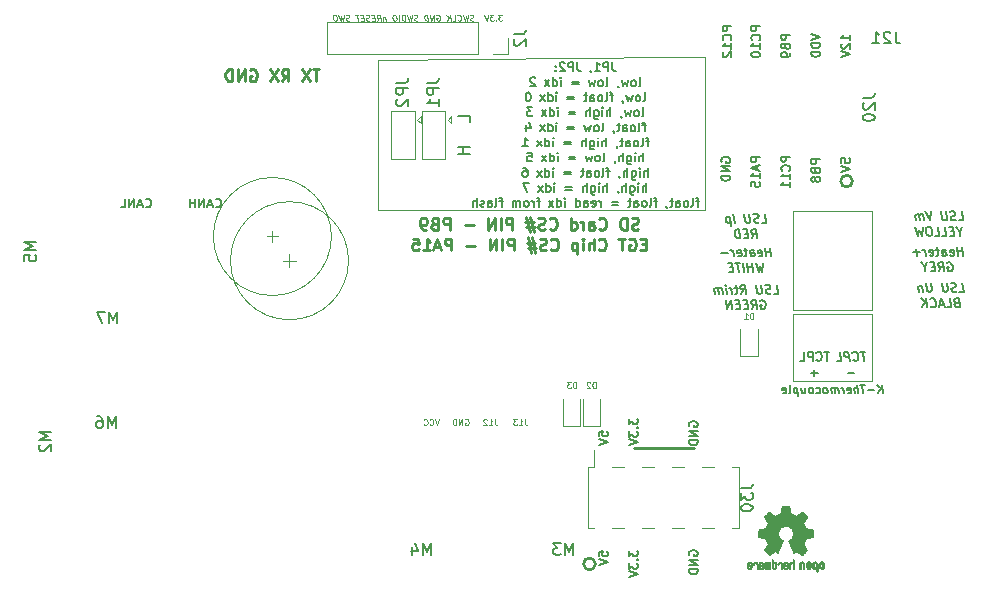
<source format=gbr>
G04 #@! TF.GenerationSoftware,KiCad,Pcbnew,5.1.5+dfsg1-2build2*
G04 #@! TF.CreationDate,2022-01-21T22:12:46+01:00*
G04 #@! TF.ProjectId,mre_addon_v2,6d72655f-6164-4646-9f6e-5f76322e6b69,V2.3*
G04 #@! TF.SameCoordinates,Original*
G04 #@! TF.FileFunction,Legend,Bot*
G04 #@! TF.FilePolarity,Positive*
%FSLAX46Y46*%
G04 Gerber Fmt 4.6, Leading zero omitted, Abs format (unit mm)*
G04 Created by KiCad (PCBNEW 5.1.5+dfsg1-2build2) date 2022-01-21 22:12:46*
%MOMM*%
%LPD*%
G04 APERTURE LIST*
%ADD10C,0.250000*%
%ADD11C,0.120000*%
%ADD12C,0.150000*%
%ADD13C,0.187500*%
%ADD14C,0.125000*%
%ADD15C,0.254000*%
%ADD16C,0.010000*%
%ADD17C,0.130000*%
%ADD18C,0.200000*%
G04 APERTURE END LIST*
D10*
X127938095Y-144379761D02*
X127795238Y-144427380D01*
X127557142Y-144427380D01*
X127461904Y-144379761D01*
X127414285Y-144332142D01*
X127366666Y-144236904D01*
X127366666Y-144141666D01*
X127414285Y-144046428D01*
X127461904Y-143998809D01*
X127557142Y-143951190D01*
X127747619Y-143903571D01*
X127842857Y-143855952D01*
X127890476Y-143808333D01*
X127938095Y-143713095D01*
X127938095Y-143617857D01*
X127890476Y-143522619D01*
X127842857Y-143475000D01*
X127747619Y-143427380D01*
X127509523Y-143427380D01*
X127366666Y-143475000D01*
X126938095Y-144427380D02*
X126938095Y-143427380D01*
X126700000Y-143427380D01*
X126557142Y-143475000D01*
X126461904Y-143570238D01*
X126414285Y-143665476D01*
X126366666Y-143855952D01*
X126366666Y-143998809D01*
X126414285Y-144189285D01*
X126461904Y-144284523D01*
X126557142Y-144379761D01*
X126700000Y-144427380D01*
X126938095Y-144427380D01*
X124604761Y-144332142D02*
X124652380Y-144379761D01*
X124795238Y-144427380D01*
X124890476Y-144427380D01*
X125033333Y-144379761D01*
X125128571Y-144284523D01*
X125176190Y-144189285D01*
X125223809Y-143998809D01*
X125223809Y-143855952D01*
X125176190Y-143665476D01*
X125128571Y-143570238D01*
X125033333Y-143475000D01*
X124890476Y-143427380D01*
X124795238Y-143427380D01*
X124652380Y-143475000D01*
X124604761Y-143522619D01*
X123747619Y-144427380D02*
X123747619Y-143903571D01*
X123795238Y-143808333D01*
X123890476Y-143760714D01*
X124080952Y-143760714D01*
X124176190Y-143808333D01*
X123747619Y-144379761D02*
X123842857Y-144427380D01*
X124080952Y-144427380D01*
X124176190Y-144379761D01*
X124223809Y-144284523D01*
X124223809Y-144189285D01*
X124176190Y-144094047D01*
X124080952Y-144046428D01*
X123842857Y-144046428D01*
X123747619Y-143998809D01*
X123271428Y-144427380D02*
X123271428Y-143760714D01*
X123271428Y-143951190D02*
X123223809Y-143855952D01*
X123176190Y-143808333D01*
X123080952Y-143760714D01*
X122985714Y-143760714D01*
X122223809Y-144427380D02*
X122223809Y-143427380D01*
X122223809Y-144379761D02*
X122319047Y-144427380D01*
X122509523Y-144427380D01*
X122604761Y-144379761D01*
X122652380Y-144332142D01*
X122700000Y-144236904D01*
X122700000Y-143951190D01*
X122652380Y-143855952D01*
X122604761Y-143808333D01*
X122509523Y-143760714D01*
X122319047Y-143760714D01*
X122223809Y-143808333D01*
X120414285Y-144332142D02*
X120461904Y-144379761D01*
X120604761Y-144427380D01*
X120700000Y-144427380D01*
X120842857Y-144379761D01*
X120938095Y-144284523D01*
X120985714Y-144189285D01*
X121033333Y-143998809D01*
X121033333Y-143855952D01*
X120985714Y-143665476D01*
X120938095Y-143570238D01*
X120842857Y-143475000D01*
X120700000Y-143427380D01*
X120604761Y-143427380D01*
X120461904Y-143475000D01*
X120414285Y-143522619D01*
X120033333Y-144379761D02*
X119890476Y-144427380D01*
X119652380Y-144427380D01*
X119557142Y-144379761D01*
X119509523Y-144332142D01*
X119461904Y-144236904D01*
X119461904Y-144141666D01*
X119509523Y-144046428D01*
X119557142Y-143998809D01*
X119652380Y-143951190D01*
X119842857Y-143903571D01*
X119938095Y-143855952D01*
X119985714Y-143808333D01*
X120033333Y-143713095D01*
X120033333Y-143617857D01*
X119985714Y-143522619D01*
X119938095Y-143475000D01*
X119842857Y-143427380D01*
X119604761Y-143427380D01*
X119461904Y-143475000D01*
X119080952Y-143760714D02*
X118366666Y-143760714D01*
X118795238Y-143332142D02*
X119080952Y-144617857D01*
X118461904Y-144189285D02*
X119176190Y-144189285D01*
X118747619Y-144617857D02*
X118461904Y-143332142D01*
X117271428Y-144427380D02*
X117271428Y-143427380D01*
X116890476Y-143427380D01*
X116795238Y-143475000D01*
X116747619Y-143522619D01*
X116700000Y-143617857D01*
X116700000Y-143760714D01*
X116747619Y-143855952D01*
X116795238Y-143903571D01*
X116890476Y-143951190D01*
X117271428Y-143951190D01*
X116271428Y-144427380D02*
X116271428Y-143427380D01*
X115795238Y-144427380D02*
X115795238Y-143427380D01*
X115223809Y-144427380D01*
X115223809Y-143427380D01*
X113985714Y-144046428D02*
X113223809Y-144046428D01*
X111985714Y-144427380D02*
X111985714Y-143427380D01*
X111604761Y-143427380D01*
X111509523Y-143475000D01*
X111461904Y-143522619D01*
X111414285Y-143617857D01*
X111414285Y-143760714D01*
X111461904Y-143855952D01*
X111509523Y-143903571D01*
X111604761Y-143951190D01*
X111985714Y-143951190D01*
X110652380Y-143903571D02*
X110509523Y-143951190D01*
X110461904Y-143998809D01*
X110414285Y-144094047D01*
X110414285Y-144236904D01*
X110461904Y-144332142D01*
X110509523Y-144379761D01*
X110604761Y-144427380D01*
X110985714Y-144427380D01*
X110985714Y-143427380D01*
X110652380Y-143427380D01*
X110557142Y-143475000D01*
X110509523Y-143522619D01*
X110461904Y-143617857D01*
X110461904Y-143713095D01*
X110509523Y-143808333D01*
X110557142Y-143855952D01*
X110652380Y-143903571D01*
X110985714Y-143903571D01*
X109938095Y-144427380D02*
X109747619Y-144427380D01*
X109652380Y-144379761D01*
X109604761Y-144332142D01*
X109509523Y-144189285D01*
X109461904Y-143998809D01*
X109461904Y-143617857D01*
X109509523Y-143522619D01*
X109557142Y-143475000D01*
X109652380Y-143427380D01*
X109842857Y-143427380D01*
X109938095Y-143475000D01*
X109985714Y-143522619D01*
X110033333Y-143617857D01*
X110033333Y-143855952D01*
X109985714Y-143951190D01*
X109938095Y-143998809D01*
X109842857Y-144046428D01*
X109652380Y-144046428D01*
X109557142Y-143998809D01*
X109509523Y-143951190D01*
X109461904Y-143855952D01*
X128580952Y-145653571D02*
X128247619Y-145653571D01*
X128104761Y-146177380D02*
X128580952Y-146177380D01*
X128580952Y-145177380D01*
X128104761Y-145177380D01*
X127152380Y-145225000D02*
X127247619Y-145177380D01*
X127390476Y-145177380D01*
X127533333Y-145225000D01*
X127628571Y-145320238D01*
X127676190Y-145415476D01*
X127723809Y-145605952D01*
X127723809Y-145748809D01*
X127676190Y-145939285D01*
X127628571Y-146034523D01*
X127533333Y-146129761D01*
X127390476Y-146177380D01*
X127295238Y-146177380D01*
X127152380Y-146129761D01*
X127104761Y-146082142D01*
X127104761Y-145748809D01*
X127295238Y-145748809D01*
X126819047Y-145177380D02*
X126247619Y-145177380D01*
X126533333Y-146177380D02*
X126533333Y-145177380D01*
X124580952Y-146082142D02*
X124628571Y-146129761D01*
X124771428Y-146177380D01*
X124866666Y-146177380D01*
X125009523Y-146129761D01*
X125104761Y-146034523D01*
X125152380Y-145939285D01*
X125200000Y-145748809D01*
X125200000Y-145605952D01*
X125152380Y-145415476D01*
X125104761Y-145320238D01*
X125009523Y-145225000D01*
X124866666Y-145177380D01*
X124771428Y-145177380D01*
X124628571Y-145225000D01*
X124580952Y-145272619D01*
X124152380Y-146177380D02*
X124152380Y-145177380D01*
X123723809Y-146177380D02*
X123723809Y-145653571D01*
X123771428Y-145558333D01*
X123866666Y-145510714D01*
X124009523Y-145510714D01*
X124104761Y-145558333D01*
X124152380Y-145605952D01*
X123247619Y-146177380D02*
X123247619Y-145510714D01*
X123247619Y-145177380D02*
X123295238Y-145225000D01*
X123247619Y-145272619D01*
X123200000Y-145225000D01*
X123247619Y-145177380D01*
X123247619Y-145272619D01*
X122771428Y-145510714D02*
X122771428Y-146510714D01*
X122771428Y-145558333D02*
X122676190Y-145510714D01*
X122485714Y-145510714D01*
X122390476Y-145558333D01*
X122342857Y-145605952D01*
X122295238Y-145701190D01*
X122295238Y-145986904D01*
X122342857Y-146082142D01*
X122390476Y-146129761D01*
X122485714Y-146177380D01*
X122676190Y-146177380D01*
X122771428Y-146129761D01*
X120533333Y-146082142D02*
X120580952Y-146129761D01*
X120723809Y-146177380D01*
X120819047Y-146177380D01*
X120961904Y-146129761D01*
X121057142Y-146034523D01*
X121104761Y-145939285D01*
X121152380Y-145748809D01*
X121152380Y-145605952D01*
X121104761Y-145415476D01*
X121057142Y-145320238D01*
X120961904Y-145225000D01*
X120819047Y-145177380D01*
X120723809Y-145177380D01*
X120580952Y-145225000D01*
X120533333Y-145272619D01*
X120152380Y-146129761D02*
X120009523Y-146177380D01*
X119771428Y-146177380D01*
X119676190Y-146129761D01*
X119628571Y-146082142D01*
X119580952Y-145986904D01*
X119580952Y-145891666D01*
X119628571Y-145796428D01*
X119676190Y-145748809D01*
X119771428Y-145701190D01*
X119961904Y-145653571D01*
X120057142Y-145605952D01*
X120104761Y-145558333D01*
X120152380Y-145463095D01*
X120152380Y-145367857D01*
X120104761Y-145272619D01*
X120057142Y-145225000D01*
X119961904Y-145177380D01*
X119723809Y-145177380D01*
X119580952Y-145225000D01*
X119200000Y-145510714D02*
X118485714Y-145510714D01*
X118914285Y-145082142D02*
X119200000Y-146367857D01*
X118580952Y-145939285D02*
X119295238Y-145939285D01*
X118866666Y-146367857D02*
X118580952Y-145082142D01*
X117390476Y-146177380D02*
X117390476Y-145177380D01*
X117009523Y-145177380D01*
X116914285Y-145225000D01*
X116866666Y-145272619D01*
X116819047Y-145367857D01*
X116819047Y-145510714D01*
X116866666Y-145605952D01*
X116914285Y-145653571D01*
X117009523Y-145701190D01*
X117390476Y-145701190D01*
X116390476Y-146177380D02*
X116390476Y-145177380D01*
X115914285Y-146177380D02*
X115914285Y-145177380D01*
X115342857Y-146177380D01*
X115342857Y-145177380D01*
X114104761Y-145796428D02*
X113342857Y-145796428D01*
X112104761Y-146177380D02*
X112104761Y-145177380D01*
X111723809Y-145177380D01*
X111628571Y-145225000D01*
X111580952Y-145272619D01*
X111533333Y-145367857D01*
X111533333Y-145510714D01*
X111580952Y-145605952D01*
X111628571Y-145653571D01*
X111723809Y-145701190D01*
X112104761Y-145701190D01*
X111152380Y-145891666D02*
X110676190Y-145891666D01*
X111247619Y-146177380D02*
X110914285Y-145177380D01*
X110580952Y-146177380D01*
X109723809Y-146177380D02*
X110295238Y-146177380D01*
X110009523Y-146177380D02*
X110009523Y-145177380D01*
X110104761Y-145320238D01*
X110200000Y-145415476D01*
X110295238Y-145463095D01*
X108819047Y-145177380D02*
X109295238Y-145177380D01*
X109342857Y-145653571D01*
X109295238Y-145605952D01*
X109200000Y-145558333D01*
X108961904Y-145558333D01*
X108866666Y-145605952D01*
X108819047Y-145653571D01*
X108771428Y-145748809D01*
X108771428Y-145986904D01*
X108819047Y-146082142D01*
X108866666Y-146129761D01*
X108961904Y-146177380D01*
X109200000Y-146177380D01*
X109295238Y-146129761D01*
X109342857Y-146082142D01*
D11*
X103400000Y-147050000D02*
G75*
G03X103400000Y-147050000I-5000000J0D01*
G01*
X101950000Y-145000000D02*
G75*
G03X101950000Y-145000000I-5000000J0D01*
G01*
X98400000Y-147600000D02*
X98400000Y-146500000D01*
X97850000Y-147050000D02*
X98950000Y-147050000D01*
X96500000Y-145000000D02*
X97450000Y-145000000D01*
X96950000Y-144500000D02*
X96950000Y-145500000D01*
D12*
X149709523Y-127652380D02*
X149709523Y-128366666D01*
X149757142Y-128509523D01*
X149852380Y-128604761D01*
X149995238Y-128652380D01*
X150090476Y-128652380D01*
X149280952Y-127747619D02*
X149233333Y-127700000D01*
X149138095Y-127652380D01*
X148900000Y-127652380D01*
X148804761Y-127700000D01*
X148757142Y-127747619D01*
X148709523Y-127842857D01*
X148709523Y-127938095D01*
X148757142Y-128080952D01*
X149328571Y-128652380D01*
X148709523Y-128652380D01*
X147757142Y-128652380D02*
X148328571Y-128652380D01*
X148042857Y-128652380D02*
X148042857Y-127652380D01*
X148138095Y-127795238D01*
X148233333Y-127890476D01*
X148328571Y-127938095D01*
D11*
X147700000Y-151600000D02*
X141050000Y-151600000D01*
X147700000Y-157250000D02*
X147700000Y-151600000D01*
X141050000Y-157250000D02*
X147700000Y-157250000D01*
X141050000Y-151600000D02*
X141050000Y-157250000D01*
X133604000Y-129794000D02*
X130810000Y-129794000D01*
X133604000Y-142748000D02*
X133604000Y-129794000D01*
X105918000Y-142748000D02*
X133604000Y-142748000D01*
X105918000Y-130048000D02*
X105918000Y-142748000D01*
X130810000Y-129794000D02*
X105918000Y-130048000D01*
D12*
X148656979Y-158266666D02*
X148569479Y-157566666D01*
X148256979Y-158266666D02*
X148506979Y-157866666D01*
X148169479Y-157566666D02*
X148619479Y-157966666D01*
X147923645Y-158000000D02*
X147390312Y-158000000D01*
X147102812Y-157566666D02*
X146702812Y-157566666D01*
X146990312Y-158266666D02*
X146902812Y-157566666D01*
X146556979Y-158266666D02*
X146469479Y-157566666D01*
X146256979Y-158266666D02*
X146211145Y-157900000D01*
X146236145Y-157833333D01*
X146298645Y-157800000D01*
X146398645Y-157800000D01*
X146469479Y-157833333D01*
X146506979Y-157866666D01*
X145652812Y-158233333D02*
X145723645Y-158266666D01*
X145856979Y-158266666D01*
X145919479Y-158233333D01*
X145944479Y-158166666D01*
X145911145Y-157900000D01*
X145869479Y-157833333D01*
X145798645Y-157800000D01*
X145665312Y-157800000D01*
X145602812Y-157833333D01*
X145577812Y-157900000D01*
X145586145Y-157966666D01*
X145927812Y-158033333D01*
X145323645Y-158266666D02*
X145265312Y-157800000D01*
X145281979Y-157933333D02*
X145240312Y-157866666D01*
X145202812Y-157833333D01*
X145131979Y-157800000D01*
X145065312Y-157800000D01*
X144890312Y-158266666D02*
X144831979Y-157800000D01*
X144840312Y-157866666D02*
X144802812Y-157833333D01*
X144731979Y-157800000D01*
X144631979Y-157800000D01*
X144569479Y-157833333D01*
X144544479Y-157900000D01*
X144590312Y-158266666D01*
X144544479Y-157900000D02*
X144502812Y-157833333D01*
X144431979Y-157800000D01*
X144331979Y-157800000D01*
X144269479Y-157833333D01*
X144244479Y-157900000D01*
X144290312Y-158266666D01*
X143856979Y-158266666D02*
X143919479Y-158233333D01*
X143948645Y-158200000D01*
X143973645Y-158133333D01*
X143948645Y-157933333D01*
X143906979Y-157866666D01*
X143869479Y-157833333D01*
X143798645Y-157800000D01*
X143698645Y-157800000D01*
X143636145Y-157833333D01*
X143606979Y-157866666D01*
X143581979Y-157933333D01*
X143606979Y-158133333D01*
X143648645Y-158200000D01*
X143686145Y-158233333D01*
X143756979Y-158266666D01*
X143856979Y-158266666D01*
X143019479Y-158233333D02*
X143090312Y-158266666D01*
X143223645Y-158266666D01*
X143286145Y-158233333D01*
X143315312Y-158200000D01*
X143340312Y-158133333D01*
X143315312Y-157933333D01*
X143273645Y-157866666D01*
X143236145Y-157833333D01*
X143165312Y-157800000D01*
X143031979Y-157800000D01*
X142969479Y-157833333D01*
X142623645Y-158266666D02*
X142686145Y-158233333D01*
X142715312Y-158200000D01*
X142740312Y-158133333D01*
X142715312Y-157933333D01*
X142673645Y-157866666D01*
X142636145Y-157833333D01*
X142565312Y-157800000D01*
X142465312Y-157800000D01*
X142402812Y-157833333D01*
X142373645Y-157866666D01*
X142348645Y-157933333D01*
X142373645Y-158133333D01*
X142415312Y-158200000D01*
X142452812Y-158233333D01*
X142523645Y-158266666D01*
X142623645Y-158266666D01*
X141731979Y-157800000D02*
X141790312Y-158266666D01*
X142031979Y-157800000D02*
X142077812Y-158166666D01*
X142052812Y-158233333D01*
X141990312Y-158266666D01*
X141890312Y-158266666D01*
X141819479Y-158233333D01*
X141781979Y-158200000D01*
X141398645Y-157800000D02*
X141486145Y-158500000D01*
X141402812Y-157833333D02*
X141331979Y-157800000D01*
X141198645Y-157800000D01*
X141136145Y-157833333D01*
X141106979Y-157866666D01*
X141081979Y-157933333D01*
X141106979Y-158133333D01*
X141148645Y-158200000D01*
X141186145Y-158233333D01*
X141256979Y-158266666D01*
X141390312Y-158266666D01*
X141452812Y-158233333D01*
X140723645Y-158266666D02*
X140786145Y-158233333D01*
X140811145Y-158166666D01*
X140736145Y-157566666D01*
X140186145Y-158233333D02*
X140256979Y-158266666D01*
X140390312Y-158266666D01*
X140452812Y-158233333D01*
X140477812Y-158166666D01*
X140444479Y-157900000D01*
X140402812Y-157833333D01*
X140331979Y-157800000D01*
X140198645Y-157800000D01*
X140136145Y-157833333D01*
X140111145Y-157900000D01*
X140119479Y-157966666D01*
X140461145Y-158033333D01*
X113652380Y-137414285D02*
X112652380Y-137414285D01*
X113128571Y-137414285D02*
X113128571Y-137985714D01*
X113652380Y-137985714D02*
X112652380Y-137985714D01*
X113652380Y-135309523D02*
X113652380Y-134833333D01*
X112652380Y-134833333D01*
D13*
X144117857Y-154783035D02*
X143689285Y-154783035D01*
X143903571Y-155533035D02*
X143903571Y-154783035D01*
X143010714Y-155461607D02*
X143046428Y-155497321D01*
X143153571Y-155533035D01*
X143225000Y-155533035D01*
X143332142Y-155497321D01*
X143403571Y-155425892D01*
X143439285Y-155354464D01*
X143475000Y-155211607D01*
X143475000Y-155104464D01*
X143439285Y-154961607D01*
X143403571Y-154890178D01*
X143332142Y-154818750D01*
X143225000Y-154783035D01*
X143153571Y-154783035D01*
X143046428Y-154818750D01*
X143010714Y-154854464D01*
X142689285Y-155533035D02*
X142689285Y-154783035D01*
X142403571Y-154783035D01*
X142332142Y-154818750D01*
X142296428Y-154854464D01*
X142260714Y-154925892D01*
X142260714Y-155033035D01*
X142296428Y-155104464D01*
X142332142Y-155140178D01*
X142403571Y-155175892D01*
X142689285Y-155175892D01*
X141582142Y-155533035D02*
X141939285Y-155533035D01*
X141939285Y-154783035D01*
X143135714Y-156559821D02*
X142564285Y-156559821D01*
X142850000Y-156845535D02*
X142850000Y-156274107D01*
X147155189Y-154783035D02*
X146726618Y-154783035D01*
X147034654Y-155533035D02*
X146940904Y-154783035D01*
X146132868Y-155461607D02*
X146173046Y-155497321D01*
X146284654Y-155533035D01*
X146356082Y-155533035D01*
X146458761Y-155497321D01*
X146521261Y-155425892D01*
X146548046Y-155354464D01*
X146565904Y-155211607D01*
X146552511Y-155104464D01*
X146498939Y-154961607D01*
X146454296Y-154890178D01*
X146373939Y-154818750D01*
X146262332Y-154783035D01*
X146190904Y-154783035D01*
X146088225Y-154818750D01*
X146056975Y-154854464D01*
X145820368Y-155533035D02*
X145726618Y-154783035D01*
X145440904Y-154783035D01*
X145373939Y-154818750D01*
X145342689Y-154854464D01*
X145315904Y-154925892D01*
X145329296Y-155033035D01*
X145373939Y-155104464D01*
X145414118Y-155140178D01*
X145490011Y-155175892D01*
X145775725Y-155175892D01*
X144713225Y-155533035D02*
X145070368Y-155533035D01*
X144976618Y-154783035D01*
X146231082Y-156559821D02*
X145659654Y-156559821D01*
D11*
X147700000Y-142800000D02*
X141050000Y-142800000D01*
X147700000Y-151200000D02*
X147700000Y-142800000D01*
X141050000Y-151200000D02*
X147700000Y-151200000D01*
X141050000Y-142800000D02*
X141050000Y-151200000D01*
D13*
X155438225Y-146633035D02*
X155344475Y-145883035D01*
X155389118Y-146240178D02*
X154960546Y-146240178D01*
X155009654Y-146633035D02*
X154915904Y-145883035D01*
X154362332Y-146597321D02*
X154438225Y-146633035D01*
X154581082Y-146633035D01*
X154648046Y-146597321D01*
X154674832Y-146525892D01*
X154639118Y-146240178D01*
X154594475Y-146168750D01*
X154518582Y-146133035D01*
X154375725Y-146133035D01*
X154308761Y-146168750D01*
X154281975Y-146240178D01*
X154290904Y-146311607D01*
X154656975Y-146383035D01*
X153688225Y-146633035D02*
X153639118Y-146240178D01*
X153665904Y-146168750D01*
X153732868Y-146133035D01*
X153875725Y-146133035D01*
X153951618Y-146168750D01*
X153683761Y-146597321D02*
X153759654Y-146633035D01*
X153938225Y-146633035D01*
X154005189Y-146597321D01*
X154031975Y-146525892D01*
X154023046Y-146454464D01*
X153978404Y-146383035D01*
X153902511Y-146347321D01*
X153723939Y-146347321D01*
X153648046Y-146311607D01*
X153375725Y-146133035D02*
X153090011Y-146133035D01*
X153237332Y-145883035D02*
X153317689Y-146525892D01*
X153290904Y-146597321D01*
X153223939Y-146633035D01*
X153152511Y-146633035D01*
X152612332Y-146597321D02*
X152688225Y-146633035D01*
X152831082Y-146633035D01*
X152898046Y-146597321D01*
X152924832Y-146525892D01*
X152889118Y-146240178D01*
X152844475Y-146168750D01*
X152768582Y-146133035D01*
X152625725Y-146133035D01*
X152558761Y-146168750D01*
X152531975Y-146240178D01*
X152540904Y-146311607D01*
X152906975Y-146383035D01*
X152259654Y-146633035D02*
X152197154Y-146133035D01*
X152215011Y-146275892D02*
X152170368Y-146204464D01*
X152130189Y-146168750D01*
X152054296Y-146133035D01*
X151982868Y-146133035D01*
X151759654Y-146347321D02*
X151188225Y-146347321D01*
X151509654Y-146633035D02*
X151438225Y-146061607D01*
X154081082Y-147231250D02*
X154148046Y-147195535D01*
X154255189Y-147195535D01*
X154366796Y-147231250D01*
X154447154Y-147302678D01*
X154491796Y-147374107D01*
X154545368Y-147516964D01*
X154558761Y-147624107D01*
X154540904Y-147766964D01*
X154514118Y-147838392D01*
X154451618Y-147909821D01*
X154348939Y-147945535D01*
X154277511Y-147945535D01*
X154165904Y-147909821D01*
X154125725Y-147874107D01*
X154094475Y-147624107D01*
X154237332Y-147624107D01*
X153384654Y-147945535D02*
X153590011Y-147588392D01*
X153813225Y-147945535D02*
X153719475Y-147195535D01*
X153433761Y-147195535D01*
X153366796Y-147231250D01*
X153335546Y-147266964D01*
X153308761Y-147338392D01*
X153322154Y-147445535D01*
X153366796Y-147516964D01*
X153406975Y-147552678D01*
X153482868Y-147588392D01*
X153768582Y-147588392D01*
X153014118Y-147552678D02*
X152764118Y-147552678D01*
X152706082Y-147945535D02*
X153063225Y-147945535D01*
X152969475Y-147195535D01*
X152612332Y-147195535D01*
X152197154Y-147588392D02*
X152241796Y-147945535D01*
X152398046Y-147195535D02*
X152197154Y-147588392D01*
X151898046Y-147195535D01*
X155116796Y-149683035D02*
X155473939Y-149683035D01*
X155380189Y-148933035D01*
X154898046Y-149647321D02*
X154795368Y-149683035D01*
X154616796Y-149683035D01*
X154540904Y-149647321D01*
X154500725Y-149611607D01*
X154456082Y-149540178D01*
X154447154Y-149468750D01*
X154473939Y-149397321D01*
X154505189Y-149361607D01*
X154572154Y-149325892D01*
X154710546Y-149290178D01*
X154777511Y-149254464D01*
X154808761Y-149218750D01*
X154835546Y-149147321D01*
X154826618Y-149075892D01*
X154781975Y-149004464D01*
X154741796Y-148968750D01*
X154665904Y-148933035D01*
X154487332Y-148933035D01*
X154384654Y-148968750D01*
X154058761Y-148933035D02*
X154134654Y-149540178D01*
X154107868Y-149611607D01*
X154076618Y-149647321D01*
X154009654Y-149683035D01*
X153866796Y-149683035D01*
X153790904Y-149647321D01*
X153750725Y-149611607D01*
X153706082Y-149540178D01*
X153630189Y-148933035D01*
X152701618Y-148933035D02*
X152777511Y-149540178D01*
X152750725Y-149611607D01*
X152719475Y-149647321D01*
X152652511Y-149683035D01*
X152509654Y-149683035D01*
X152433761Y-149647321D01*
X152393582Y-149611607D01*
X152348939Y-149540178D01*
X152273046Y-148933035D01*
X151947154Y-149183035D02*
X152009654Y-149683035D01*
X151956082Y-149254464D02*
X151915904Y-149218750D01*
X151840011Y-149183035D01*
X151732868Y-149183035D01*
X151665904Y-149218750D01*
X151639118Y-149290178D01*
X151688225Y-149683035D01*
X154853404Y-150602678D02*
X154750725Y-150638392D01*
X154719475Y-150674107D01*
X154692689Y-150745535D01*
X154706082Y-150852678D01*
X154750725Y-150924107D01*
X154790904Y-150959821D01*
X154866796Y-150995535D01*
X155152511Y-150995535D01*
X155058761Y-150245535D01*
X154808761Y-150245535D01*
X154741796Y-150281250D01*
X154710546Y-150316964D01*
X154683761Y-150388392D01*
X154692689Y-150459821D01*
X154737332Y-150531250D01*
X154777511Y-150566964D01*
X154853404Y-150602678D01*
X155103404Y-150602678D01*
X154045368Y-150995535D02*
X154402511Y-150995535D01*
X154308761Y-150245535D01*
X153804296Y-150781250D02*
X153447154Y-150781250D01*
X153902511Y-150995535D02*
X153558761Y-150245535D01*
X153402511Y-150995535D01*
X152715011Y-150924107D02*
X152755189Y-150959821D01*
X152866796Y-150995535D01*
X152938225Y-150995535D01*
X153040904Y-150959821D01*
X153103404Y-150888392D01*
X153130189Y-150816964D01*
X153148046Y-150674107D01*
X153134654Y-150566964D01*
X153081082Y-150424107D01*
X153036439Y-150352678D01*
X152956082Y-150281250D01*
X152844475Y-150245535D01*
X152773046Y-150245535D01*
X152670368Y-150281250D01*
X152639118Y-150316964D01*
X152402511Y-150995535D02*
X152308761Y-150245535D01*
X151973939Y-150995535D02*
X152241796Y-150566964D01*
X151880189Y-150245535D02*
X152362332Y-150674107D01*
X155056082Y-143633035D02*
X155413225Y-143633035D01*
X155319475Y-142883035D01*
X154837332Y-143597321D02*
X154734654Y-143633035D01*
X154556082Y-143633035D01*
X154480189Y-143597321D01*
X154440011Y-143561607D01*
X154395368Y-143490178D01*
X154386439Y-143418750D01*
X154413225Y-143347321D01*
X154444475Y-143311607D01*
X154511439Y-143275892D01*
X154649832Y-143240178D01*
X154716796Y-143204464D01*
X154748046Y-143168750D01*
X154774832Y-143097321D01*
X154765904Y-143025892D01*
X154721261Y-142954464D01*
X154681082Y-142918750D01*
X154605189Y-142883035D01*
X154426618Y-142883035D01*
X154323939Y-142918750D01*
X153998046Y-142883035D02*
X154073939Y-143490178D01*
X154047154Y-143561607D01*
X154015904Y-143597321D01*
X153948939Y-143633035D01*
X153806082Y-143633035D01*
X153730189Y-143597321D01*
X153690011Y-143561607D01*
X153645368Y-143490178D01*
X153569475Y-142883035D01*
X152748046Y-142883035D02*
X152591796Y-143633035D01*
X152248046Y-142883035D01*
X152091796Y-143633035D02*
X152029296Y-143133035D01*
X152038225Y-143204464D02*
X151998046Y-143168750D01*
X151922154Y-143133035D01*
X151815011Y-143133035D01*
X151748046Y-143168750D01*
X151721261Y-143240178D01*
X151770368Y-143633035D01*
X151721261Y-143240178D02*
X151676618Y-143168750D01*
X151600725Y-143133035D01*
X151493582Y-143133035D01*
X151426618Y-143168750D01*
X151399832Y-143240178D01*
X151448939Y-143633035D01*
X155154296Y-144588392D02*
X155198939Y-144945535D01*
X155355189Y-144195535D02*
X155154296Y-144588392D01*
X154855189Y-144195535D01*
X154649832Y-144552678D02*
X154399832Y-144552678D01*
X154341796Y-144945535D02*
X154698939Y-144945535D01*
X154605189Y-144195535D01*
X154248046Y-144195535D01*
X153663225Y-144945535D02*
X154020368Y-144945535D01*
X153926618Y-144195535D01*
X153056082Y-144945535D02*
X153413225Y-144945535D01*
X153319475Y-144195535D01*
X152569475Y-144195535D02*
X152426618Y-144195535D01*
X152359654Y-144231250D01*
X152297154Y-144302678D01*
X152279296Y-144445535D01*
X152310546Y-144695535D01*
X152364118Y-144838392D01*
X152444475Y-144909821D01*
X152520368Y-144945535D01*
X152663225Y-144945535D01*
X152730189Y-144909821D01*
X152792689Y-144838392D01*
X152810546Y-144695535D01*
X152779296Y-144445535D01*
X152725725Y-144302678D01*
X152645368Y-144231250D01*
X152569475Y-144195535D01*
X151998046Y-144195535D02*
X151913225Y-144945535D01*
X151703404Y-144409821D01*
X151627511Y-144945535D01*
X151355189Y-144195535D01*
X138402511Y-143833035D02*
X138759654Y-143833035D01*
X138665904Y-143083035D01*
X138183761Y-143797321D02*
X138081082Y-143833035D01*
X137902511Y-143833035D01*
X137826618Y-143797321D01*
X137786439Y-143761607D01*
X137741796Y-143690178D01*
X137732868Y-143618750D01*
X137759654Y-143547321D01*
X137790904Y-143511607D01*
X137857868Y-143475892D01*
X137996261Y-143440178D01*
X138063225Y-143404464D01*
X138094475Y-143368750D01*
X138121261Y-143297321D01*
X138112332Y-143225892D01*
X138067689Y-143154464D01*
X138027511Y-143118750D01*
X137951618Y-143083035D01*
X137773046Y-143083035D01*
X137670368Y-143118750D01*
X137344475Y-143083035D02*
X137420368Y-143690178D01*
X137393582Y-143761607D01*
X137362332Y-143797321D01*
X137295368Y-143833035D01*
X137152511Y-143833035D01*
X137076618Y-143797321D01*
X137036439Y-143761607D01*
X136991796Y-143690178D01*
X136915904Y-143083035D01*
X136081082Y-143833035D02*
X135987332Y-143083035D01*
X135661439Y-143333035D02*
X135755189Y-144083035D01*
X135665904Y-143368750D02*
X135590011Y-143333035D01*
X135447154Y-143333035D01*
X135380189Y-143368750D01*
X135348939Y-143404464D01*
X135322154Y-143475892D01*
X135348939Y-143690178D01*
X135393582Y-143761607D01*
X135433761Y-143797321D01*
X135509654Y-143833035D01*
X135652511Y-143833035D01*
X135719475Y-143797321D01*
X137563225Y-145145535D02*
X137768582Y-144788392D01*
X137991796Y-145145535D02*
X137898046Y-144395535D01*
X137612332Y-144395535D01*
X137545368Y-144431250D01*
X137514118Y-144466964D01*
X137487332Y-144538392D01*
X137500725Y-144645535D01*
X137545368Y-144716964D01*
X137585546Y-144752678D01*
X137661439Y-144788392D01*
X137947154Y-144788392D01*
X137192689Y-144752678D02*
X136942689Y-144752678D01*
X136884654Y-145145535D02*
X137241796Y-145145535D01*
X137148046Y-144395535D01*
X136790904Y-144395535D01*
X136563225Y-145145535D02*
X136469475Y-144395535D01*
X136290904Y-144395535D01*
X136188225Y-144431250D01*
X136125725Y-144502678D01*
X136098939Y-144574107D01*
X136081082Y-144716964D01*
X136094475Y-144824107D01*
X136148046Y-144966964D01*
X136192689Y-145038392D01*
X136273046Y-145109821D01*
X136384654Y-145145535D01*
X136563225Y-145145535D01*
X139188225Y-146683035D02*
X139094475Y-145933035D01*
X139139118Y-146290178D02*
X138710546Y-146290178D01*
X138759654Y-146683035D02*
X138665904Y-145933035D01*
X138112332Y-146647321D02*
X138188225Y-146683035D01*
X138331082Y-146683035D01*
X138398046Y-146647321D01*
X138424832Y-146575892D01*
X138389118Y-146290178D01*
X138344475Y-146218750D01*
X138268582Y-146183035D01*
X138125725Y-146183035D01*
X138058761Y-146218750D01*
X138031975Y-146290178D01*
X138040904Y-146361607D01*
X138406975Y-146433035D01*
X137438225Y-146683035D02*
X137389118Y-146290178D01*
X137415904Y-146218750D01*
X137482868Y-146183035D01*
X137625725Y-146183035D01*
X137701618Y-146218750D01*
X137433761Y-146647321D02*
X137509654Y-146683035D01*
X137688225Y-146683035D01*
X137755189Y-146647321D01*
X137781975Y-146575892D01*
X137773046Y-146504464D01*
X137728404Y-146433035D01*
X137652511Y-146397321D01*
X137473939Y-146397321D01*
X137398046Y-146361607D01*
X137125725Y-146183035D02*
X136840011Y-146183035D01*
X136987332Y-145933035D02*
X137067689Y-146575892D01*
X137040904Y-146647321D01*
X136973939Y-146683035D01*
X136902511Y-146683035D01*
X136362332Y-146647321D02*
X136438225Y-146683035D01*
X136581082Y-146683035D01*
X136648046Y-146647321D01*
X136674832Y-146575892D01*
X136639118Y-146290178D01*
X136594475Y-146218750D01*
X136518582Y-146183035D01*
X136375725Y-146183035D01*
X136308761Y-146218750D01*
X136281975Y-146290178D01*
X136290904Y-146361607D01*
X136656975Y-146433035D01*
X136009654Y-146683035D02*
X135947154Y-146183035D01*
X135965011Y-146325892D02*
X135920368Y-146254464D01*
X135880189Y-146218750D01*
X135804296Y-146183035D01*
X135732868Y-146183035D01*
X135509654Y-146397321D02*
X134938225Y-146397321D01*
X138505189Y-147245535D02*
X138420368Y-147995535D01*
X138210546Y-147459821D01*
X138134654Y-147995535D01*
X137862332Y-147245535D01*
X137670368Y-147995535D02*
X137576618Y-147245535D01*
X137621261Y-147602678D02*
X137192689Y-147602678D01*
X137241796Y-147995535D02*
X137148046Y-147245535D01*
X136884654Y-147995535D02*
X136790904Y-147245535D01*
X136540904Y-147245535D02*
X136112332Y-147245535D01*
X136420368Y-147995535D02*
X136326618Y-147245535D01*
X135906975Y-147602678D02*
X135656975Y-147602678D01*
X135598939Y-147995535D02*
X135956082Y-147995535D01*
X135862332Y-147245535D01*
X135505189Y-147245535D01*
X139384654Y-149833035D02*
X139741796Y-149833035D01*
X139648046Y-149083035D01*
X139165904Y-149797321D02*
X139063225Y-149833035D01*
X138884654Y-149833035D01*
X138808761Y-149797321D01*
X138768582Y-149761607D01*
X138723939Y-149690178D01*
X138715011Y-149618750D01*
X138741796Y-149547321D01*
X138773046Y-149511607D01*
X138840011Y-149475892D01*
X138978404Y-149440178D01*
X139045368Y-149404464D01*
X139076618Y-149368750D01*
X139103404Y-149297321D01*
X139094475Y-149225892D01*
X139049832Y-149154464D01*
X139009654Y-149118750D01*
X138933761Y-149083035D01*
X138755189Y-149083035D01*
X138652511Y-149118750D01*
X138326618Y-149083035D02*
X138402511Y-149690178D01*
X138375725Y-149761607D01*
X138344475Y-149797321D01*
X138277511Y-149833035D01*
X138134654Y-149833035D01*
X138058761Y-149797321D01*
X138018582Y-149761607D01*
X137973939Y-149690178D01*
X137898046Y-149083035D01*
X136634654Y-149833035D02*
X136840011Y-149475892D01*
X137063225Y-149833035D02*
X136969475Y-149083035D01*
X136683761Y-149083035D01*
X136616796Y-149118750D01*
X136585546Y-149154464D01*
X136558761Y-149225892D01*
X136572154Y-149333035D01*
X136616796Y-149404464D01*
X136656975Y-149440178D01*
X136732868Y-149475892D01*
X137018582Y-149475892D01*
X136357868Y-149333035D02*
X136072154Y-149333035D01*
X136219475Y-149083035D02*
X136299832Y-149725892D01*
X136273046Y-149797321D01*
X136206082Y-149833035D01*
X136134654Y-149833035D01*
X135884654Y-149833035D02*
X135822154Y-149333035D01*
X135840011Y-149475892D02*
X135795368Y-149404464D01*
X135755189Y-149368750D01*
X135679296Y-149333035D01*
X135607868Y-149333035D01*
X135420368Y-149833035D02*
X135357868Y-149333035D01*
X135326618Y-149083035D02*
X135366796Y-149118750D01*
X135335546Y-149154464D01*
X135295368Y-149118750D01*
X135326618Y-149083035D01*
X135335546Y-149154464D01*
X135063225Y-149833035D02*
X135000725Y-149333035D01*
X135009654Y-149404464D02*
X134969475Y-149368750D01*
X134893582Y-149333035D01*
X134786439Y-149333035D01*
X134719475Y-149368750D01*
X134692689Y-149440178D01*
X134741796Y-149833035D01*
X134692689Y-149440178D02*
X134648046Y-149368750D01*
X134572154Y-149333035D01*
X134465011Y-149333035D01*
X134398046Y-149368750D01*
X134371261Y-149440178D01*
X134420368Y-149833035D01*
X138241796Y-150431250D02*
X138308761Y-150395535D01*
X138415904Y-150395535D01*
X138527511Y-150431250D01*
X138607868Y-150502678D01*
X138652511Y-150574107D01*
X138706082Y-150716964D01*
X138719475Y-150824107D01*
X138701618Y-150966964D01*
X138674832Y-151038392D01*
X138612332Y-151109821D01*
X138509654Y-151145535D01*
X138438225Y-151145535D01*
X138326618Y-151109821D01*
X138286439Y-151074107D01*
X138255189Y-150824107D01*
X138398046Y-150824107D01*
X137545368Y-151145535D02*
X137750725Y-150788392D01*
X137973939Y-151145535D02*
X137880189Y-150395535D01*
X137594475Y-150395535D01*
X137527511Y-150431250D01*
X137496261Y-150466964D01*
X137469475Y-150538392D01*
X137482868Y-150645535D01*
X137527511Y-150716964D01*
X137567689Y-150752678D01*
X137643582Y-150788392D01*
X137929296Y-150788392D01*
X137174832Y-150752678D02*
X136924832Y-150752678D01*
X136866796Y-151145535D02*
X137223939Y-151145535D01*
X137130189Y-150395535D01*
X136773046Y-150395535D01*
X136496261Y-150752678D02*
X136246261Y-150752678D01*
X136188225Y-151145535D02*
X136545368Y-151145535D01*
X136451618Y-150395535D01*
X136094475Y-150395535D01*
X135866796Y-151145535D02*
X135773046Y-150395535D01*
X135438225Y-151145535D01*
X135344475Y-150395535D01*
D12*
X125729714Y-130249785D02*
X125729714Y-130785500D01*
X125765428Y-130892642D01*
X125836857Y-130964071D01*
X125944000Y-130999785D01*
X126015428Y-130999785D01*
X125372571Y-130999785D02*
X125372571Y-130249785D01*
X125086857Y-130249785D01*
X125015428Y-130285500D01*
X124979714Y-130321214D01*
X124944000Y-130392642D01*
X124944000Y-130499785D01*
X124979714Y-130571214D01*
X125015428Y-130606928D01*
X125086857Y-130642642D01*
X125372571Y-130642642D01*
X124229714Y-130999785D02*
X124658285Y-130999785D01*
X124444000Y-130999785D02*
X124444000Y-130249785D01*
X124515428Y-130356928D01*
X124586857Y-130428357D01*
X124658285Y-130464071D01*
X123872571Y-130964071D02*
X123872571Y-130999785D01*
X123908285Y-131071214D01*
X123944000Y-131106928D01*
X122765428Y-130249785D02*
X122765428Y-130785500D01*
X122801142Y-130892642D01*
X122872571Y-130964071D01*
X122979714Y-130999785D01*
X123051142Y-130999785D01*
X122408285Y-130999785D02*
X122408285Y-130249785D01*
X122122571Y-130249785D01*
X122051142Y-130285500D01*
X122015428Y-130321214D01*
X121979714Y-130392642D01*
X121979714Y-130499785D01*
X122015428Y-130571214D01*
X122051142Y-130606928D01*
X122122571Y-130642642D01*
X122408285Y-130642642D01*
X121694000Y-130321214D02*
X121658285Y-130285500D01*
X121586857Y-130249785D01*
X121408285Y-130249785D01*
X121336857Y-130285500D01*
X121301142Y-130321214D01*
X121265428Y-130392642D01*
X121265428Y-130464071D01*
X121301142Y-130571214D01*
X121729714Y-130999785D01*
X121265428Y-130999785D01*
X120944000Y-130928357D02*
X120908285Y-130964071D01*
X120944000Y-130999785D01*
X120979714Y-130964071D01*
X120944000Y-130928357D01*
X120944000Y-130999785D01*
X120944000Y-130535500D02*
X120908285Y-130571214D01*
X120944000Y-130606928D01*
X120979714Y-130571214D01*
X120944000Y-130535500D01*
X120944000Y-130606928D01*
X127979714Y-132274785D02*
X128051142Y-132239071D01*
X128086857Y-132167642D01*
X128086857Y-131524785D01*
X127586857Y-132274785D02*
X127658285Y-132239071D01*
X127694000Y-132203357D01*
X127729714Y-132131928D01*
X127729714Y-131917642D01*
X127694000Y-131846214D01*
X127658285Y-131810500D01*
X127586857Y-131774785D01*
X127479714Y-131774785D01*
X127408285Y-131810500D01*
X127372571Y-131846214D01*
X127336857Y-131917642D01*
X127336857Y-132131928D01*
X127372571Y-132203357D01*
X127408285Y-132239071D01*
X127479714Y-132274785D01*
X127586857Y-132274785D01*
X127086857Y-131774785D02*
X126944000Y-132274785D01*
X126801142Y-131917642D01*
X126658285Y-132274785D01*
X126515428Y-131774785D01*
X126194000Y-132239071D02*
X126194000Y-132274785D01*
X126229714Y-132346214D01*
X126265428Y-132381928D01*
X125194000Y-132274785D02*
X125265428Y-132239071D01*
X125301142Y-132167642D01*
X125301142Y-131524785D01*
X124801142Y-132274785D02*
X124872571Y-132239071D01*
X124908285Y-132203357D01*
X124944000Y-132131928D01*
X124944000Y-131917642D01*
X124908285Y-131846214D01*
X124872571Y-131810500D01*
X124801142Y-131774785D01*
X124694000Y-131774785D01*
X124622571Y-131810500D01*
X124586857Y-131846214D01*
X124551142Y-131917642D01*
X124551142Y-132131928D01*
X124586857Y-132203357D01*
X124622571Y-132239071D01*
X124694000Y-132274785D01*
X124801142Y-132274785D01*
X124301142Y-131774785D02*
X124158285Y-132274785D01*
X124015428Y-131917642D01*
X123872571Y-132274785D01*
X123729714Y-131774785D01*
X122872571Y-131881928D02*
X122301142Y-131881928D01*
X122301142Y-132096214D02*
X122872571Y-132096214D01*
X121372571Y-132274785D02*
X121372571Y-131774785D01*
X121372571Y-131524785D02*
X121408285Y-131560500D01*
X121372571Y-131596214D01*
X121336857Y-131560500D01*
X121372571Y-131524785D01*
X121372571Y-131596214D01*
X120694000Y-132274785D02*
X120694000Y-131524785D01*
X120694000Y-132239071D02*
X120765428Y-132274785D01*
X120908285Y-132274785D01*
X120979714Y-132239071D01*
X121015428Y-132203357D01*
X121051142Y-132131928D01*
X121051142Y-131917642D01*
X121015428Y-131846214D01*
X120979714Y-131810500D01*
X120908285Y-131774785D01*
X120765428Y-131774785D01*
X120694000Y-131810500D01*
X120408285Y-132274785D02*
X120015428Y-131774785D01*
X120408285Y-131774785D02*
X120015428Y-132274785D01*
X119194000Y-131596214D02*
X119158285Y-131560500D01*
X119086857Y-131524785D01*
X118908285Y-131524785D01*
X118836857Y-131560500D01*
X118801142Y-131596214D01*
X118765428Y-131667642D01*
X118765428Y-131739071D01*
X118801142Y-131846214D01*
X119229714Y-132274785D01*
X118765428Y-132274785D01*
X128354714Y-133549785D02*
X128426142Y-133514071D01*
X128461857Y-133442642D01*
X128461857Y-132799785D01*
X127961857Y-133549785D02*
X128033285Y-133514071D01*
X128069000Y-133478357D01*
X128104714Y-133406928D01*
X128104714Y-133192642D01*
X128069000Y-133121214D01*
X128033285Y-133085500D01*
X127961857Y-133049785D01*
X127854714Y-133049785D01*
X127783285Y-133085500D01*
X127747571Y-133121214D01*
X127711857Y-133192642D01*
X127711857Y-133406928D01*
X127747571Y-133478357D01*
X127783285Y-133514071D01*
X127854714Y-133549785D01*
X127961857Y-133549785D01*
X127461857Y-133049785D02*
X127319000Y-133549785D01*
X127176142Y-133192642D01*
X127033285Y-133549785D01*
X126890428Y-133049785D01*
X126569000Y-133514071D02*
X126569000Y-133549785D01*
X126604714Y-133621214D01*
X126640428Y-133656928D01*
X125783285Y-133049785D02*
X125497571Y-133049785D01*
X125676142Y-133549785D02*
X125676142Y-132906928D01*
X125640428Y-132835500D01*
X125569000Y-132799785D01*
X125497571Y-132799785D01*
X125140428Y-133549785D02*
X125211857Y-133514071D01*
X125247571Y-133442642D01*
X125247571Y-132799785D01*
X124747571Y-133549785D02*
X124819000Y-133514071D01*
X124854714Y-133478357D01*
X124890428Y-133406928D01*
X124890428Y-133192642D01*
X124854714Y-133121214D01*
X124819000Y-133085500D01*
X124747571Y-133049785D01*
X124640428Y-133049785D01*
X124569000Y-133085500D01*
X124533285Y-133121214D01*
X124497571Y-133192642D01*
X124497571Y-133406928D01*
X124533285Y-133478357D01*
X124569000Y-133514071D01*
X124640428Y-133549785D01*
X124747571Y-133549785D01*
X123854714Y-133549785D02*
X123854714Y-133156928D01*
X123890428Y-133085500D01*
X123961857Y-133049785D01*
X124104714Y-133049785D01*
X124176142Y-133085500D01*
X123854714Y-133514071D02*
X123926142Y-133549785D01*
X124104714Y-133549785D01*
X124176142Y-133514071D01*
X124211857Y-133442642D01*
X124211857Y-133371214D01*
X124176142Y-133299785D01*
X124104714Y-133264071D01*
X123926142Y-133264071D01*
X123854714Y-133228357D01*
X123604714Y-133049785D02*
X123319000Y-133049785D01*
X123497571Y-132799785D02*
X123497571Y-133442642D01*
X123461857Y-133514071D01*
X123390428Y-133549785D01*
X123319000Y-133549785D01*
X122497571Y-133156928D02*
X121926142Y-133156928D01*
X121926142Y-133371214D02*
X122497571Y-133371214D01*
X120997571Y-133549785D02*
X120997571Y-133049785D01*
X120997571Y-132799785D02*
X121033285Y-132835500D01*
X120997571Y-132871214D01*
X120961857Y-132835500D01*
X120997571Y-132799785D01*
X120997571Y-132871214D01*
X120319000Y-133549785D02*
X120319000Y-132799785D01*
X120319000Y-133514071D02*
X120390428Y-133549785D01*
X120533285Y-133549785D01*
X120604714Y-133514071D01*
X120640428Y-133478357D01*
X120676142Y-133406928D01*
X120676142Y-133192642D01*
X120640428Y-133121214D01*
X120604714Y-133085500D01*
X120533285Y-133049785D01*
X120390428Y-133049785D01*
X120319000Y-133085500D01*
X120033285Y-133549785D02*
X119640428Y-133049785D01*
X120033285Y-133049785D02*
X119640428Y-133549785D01*
X118640428Y-132799785D02*
X118569000Y-132799785D01*
X118497571Y-132835500D01*
X118461857Y-132871214D01*
X118426142Y-132942642D01*
X118390428Y-133085500D01*
X118390428Y-133264071D01*
X118426142Y-133406928D01*
X118461857Y-133478357D01*
X118497571Y-133514071D01*
X118569000Y-133549785D01*
X118640428Y-133549785D01*
X118711857Y-133514071D01*
X118747571Y-133478357D01*
X118783285Y-133406928D01*
X118819000Y-133264071D01*
X118819000Y-133085500D01*
X118783285Y-132942642D01*
X118747571Y-132871214D01*
X118711857Y-132835500D01*
X118640428Y-132799785D01*
X128247571Y-134824785D02*
X128319000Y-134789071D01*
X128354714Y-134717642D01*
X128354714Y-134074785D01*
X127854714Y-134824785D02*
X127926142Y-134789071D01*
X127961857Y-134753357D01*
X127997571Y-134681928D01*
X127997571Y-134467642D01*
X127961857Y-134396214D01*
X127926142Y-134360500D01*
X127854714Y-134324785D01*
X127747571Y-134324785D01*
X127676142Y-134360500D01*
X127640428Y-134396214D01*
X127604714Y-134467642D01*
X127604714Y-134681928D01*
X127640428Y-134753357D01*
X127676142Y-134789071D01*
X127747571Y-134824785D01*
X127854714Y-134824785D01*
X127354714Y-134324785D02*
X127211857Y-134824785D01*
X127069000Y-134467642D01*
X126926142Y-134824785D01*
X126783285Y-134324785D01*
X126461857Y-134789071D02*
X126461857Y-134824785D01*
X126497571Y-134896214D01*
X126533285Y-134931928D01*
X125569000Y-134824785D02*
X125569000Y-134074785D01*
X125247571Y-134824785D02*
X125247571Y-134431928D01*
X125283285Y-134360500D01*
X125354714Y-134324785D01*
X125461857Y-134324785D01*
X125533285Y-134360500D01*
X125569000Y-134396214D01*
X124890428Y-134824785D02*
X124890428Y-134324785D01*
X124890428Y-134074785D02*
X124926142Y-134110500D01*
X124890428Y-134146214D01*
X124854714Y-134110500D01*
X124890428Y-134074785D01*
X124890428Y-134146214D01*
X124211857Y-134324785D02*
X124211857Y-134931928D01*
X124247571Y-135003357D01*
X124283285Y-135039071D01*
X124354714Y-135074785D01*
X124461857Y-135074785D01*
X124533285Y-135039071D01*
X124211857Y-134789071D02*
X124283285Y-134824785D01*
X124426142Y-134824785D01*
X124497571Y-134789071D01*
X124533285Y-134753357D01*
X124569000Y-134681928D01*
X124569000Y-134467642D01*
X124533285Y-134396214D01*
X124497571Y-134360500D01*
X124426142Y-134324785D01*
X124283285Y-134324785D01*
X124211857Y-134360500D01*
X123854714Y-134824785D02*
X123854714Y-134074785D01*
X123533285Y-134824785D02*
X123533285Y-134431928D01*
X123569000Y-134360500D01*
X123640428Y-134324785D01*
X123747571Y-134324785D01*
X123819000Y-134360500D01*
X123854714Y-134396214D01*
X122604714Y-134431928D02*
X122033285Y-134431928D01*
X122033285Y-134646214D02*
X122604714Y-134646214D01*
X121104714Y-134824785D02*
X121104714Y-134324785D01*
X121104714Y-134074785D02*
X121140428Y-134110500D01*
X121104714Y-134146214D01*
X121069000Y-134110500D01*
X121104714Y-134074785D01*
X121104714Y-134146214D01*
X120426142Y-134824785D02*
X120426142Y-134074785D01*
X120426142Y-134789071D02*
X120497571Y-134824785D01*
X120640428Y-134824785D01*
X120711857Y-134789071D01*
X120747571Y-134753357D01*
X120783285Y-134681928D01*
X120783285Y-134467642D01*
X120747571Y-134396214D01*
X120711857Y-134360500D01*
X120640428Y-134324785D01*
X120497571Y-134324785D01*
X120426142Y-134360500D01*
X120140428Y-134824785D02*
X119747571Y-134324785D01*
X120140428Y-134324785D02*
X119747571Y-134824785D01*
X118961857Y-134074785D02*
X118497571Y-134074785D01*
X118747571Y-134360500D01*
X118640428Y-134360500D01*
X118569000Y-134396214D01*
X118533285Y-134431928D01*
X118497571Y-134503357D01*
X118497571Y-134681928D01*
X118533285Y-134753357D01*
X118569000Y-134789071D01*
X118640428Y-134824785D01*
X118854714Y-134824785D01*
X118926142Y-134789071D01*
X118961857Y-134753357D01*
X128569000Y-135599785D02*
X128283285Y-135599785D01*
X128461857Y-136099785D02*
X128461857Y-135456928D01*
X128426142Y-135385500D01*
X128354714Y-135349785D01*
X128283285Y-135349785D01*
X127926142Y-136099785D02*
X127997571Y-136064071D01*
X128033285Y-135992642D01*
X128033285Y-135349785D01*
X127533285Y-136099785D02*
X127604714Y-136064071D01*
X127640428Y-136028357D01*
X127676142Y-135956928D01*
X127676142Y-135742642D01*
X127640428Y-135671214D01*
X127604714Y-135635500D01*
X127533285Y-135599785D01*
X127426142Y-135599785D01*
X127354714Y-135635500D01*
X127319000Y-135671214D01*
X127283285Y-135742642D01*
X127283285Y-135956928D01*
X127319000Y-136028357D01*
X127354714Y-136064071D01*
X127426142Y-136099785D01*
X127533285Y-136099785D01*
X126640428Y-136099785D02*
X126640428Y-135706928D01*
X126676142Y-135635500D01*
X126747571Y-135599785D01*
X126890428Y-135599785D01*
X126961857Y-135635500D01*
X126640428Y-136064071D02*
X126711857Y-136099785D01*
X126890428Y-136099785D01*
X126961857Y-136064071D01*
X126997571Y-135992642D01*
X126997571Y-135921214D01*
X126961857Y-135849785D01*
X126890428Y-135814071D01*
X126711857Y-135814071D01*
X126640428Y-135778357D01*
X126390428Y-135599785D02*
X126104714Y-135599785D01*
X126283285Y-135349785D02*
X126283285Y-135992642D01*
X126247571Y-136064071D01*
X126176142Y-136099785D01*
X126104714Y-136099785D01*
X125819000Y-136064071D02*
X125819000Y-136099785D01*
X125854714Y-136171214D01*
X125890428Y-136206928D01*
X124819000Y-136099785D02*
X124890428Y-136064071D01*
X124926142Y-135992642D01*
X124926142Y-135349785D01*
X124426142Y-136099785D02*
X124497571Y-136064071D01*
X124533285Y-136028357D01*
X124569000Y-135956928D01*
X124569000Y-135742642D01*
X124533285Y-135671214D01*
X124497571Y-135635500D01*
X124426142Y-135599785D01*
X124319000Y-135599785D01*
X124247571Y-135635500D01*
X124211857Y-135671214D01*
X124176142Y-135742642D01*
X124176142Y-135956928D01*
X124211857Y-136028357D01*
X124247571Y-136064071D01*
X124319000Y-136099785D01*
X124426142Y-136099785D01*
X123926142Y-135599785D02*
X123783285Y-136099785D01*
X123640428Y-135742642D01*
X123497571Y-136099785D01*
X123354714Y-135599785D01*
X122497571Y-135706928D02*
X121926142Y-135706928D01*
X121926142Y-135921214D02*
X122497571Y-135921214D01*
X120997571Y-136099785D02*
X120997571Y-135599785D01*
X120997571Y-135349785D02*
X121033285Y-135385500D01*
X120997571Y-135421214D01*
X120961857Y-135385500D01*
X120997571Y-135349785D01*
X120997571Y-135421214D01*
X120319000Y-136099785D02*
X120319000Y-135349785D01*
X120319000Y-136064071D02*
X120390428Y-136099785D01*
X120533285Y-136099785D01*
X120604714Y-136064071D01*
X120640428Y-136028357D01*
X120676142Y-135956928D01*
X120676142Y-135742642D01*
X120640428Y-135671214D01*
X120604714Y-135635500D01*
X120533285Y-135599785D01*
X120390428Y-135599785D01*
X120319000Y-135635500D01*
X120033285Y-136099785D02*
X119640428Y-135599785D01*
X120033285Y-135599785D02*
X119640428Y-136099785D01*
X118461857Y-135599785D02*
X118461857Y-136099785D01*
X118640428Y-135314071D02*
X118819000Y-135849785D01*
X118354714Y-135849785D01*
X128836857Y-136874785D02*
X128551142Y-136874785D01*
X128729714Y-137374785D02*
X128729714Y-136731928D01*
X128694000Y-136660500D01*
X128622571Y-136624785D01*
X128551142Y-136624785D01*
X128194000Y-137374785D02*
X128265428Y-137339071D01*
X128301142Y-137267642D01*
X128301142Y-136624785D01*
X127801142Y-137374785D02*
X127872571Y-137339071D01*
X127908285Y-137303357D01*
X127944000Y-137231928D01*
X127944000Y-137017642D01*
X127908285Y-136946214D01*
X127872571Y-136910500D01*
X127801142Y-136874785D01*
X127694000Y-136874785D01*
X127622571Y-136910500D01*
X127586857Y-136946214D01*
X127551142Y-137017642D01*
X127551142Y-137231928D01*
X127586857Y-137303357D01*
X127622571Y-137339071D01*
X127694000Y-137374785D01*
X127801142Y-137374785D01*
X126908285Y-137374785D02*
X126908285Y-136981928D01*
X126944000Y-136910500D01*
X127015428Y-136874785D01*
X127158285Y-136874785D01*
X127229714Y-136910500D01*
X126908285Y-137339071D02*
X126979714Y-137374785D01*
X127158285Y-137374785D01*
X127229714Y-137339071D01*
X127265428Y-137267642D01*
X127265428Y-137196214D01*
X127229714Y-137124785D01*
X127158285Y-137089071D01*
X126979714Y-137089071D01*
X126908285Y-137053357D01*
X126658285Y-136874785D02*
X126372571Y-136874785D01*
X126551142Y-136624785D02*
X126551142Y-137267642D01*
X126515428Y-137339071D01*
X126444000Y-137374785D01*
X126372571Y-137374785D01*
X126086857Y-137339071D02*
X126086857Y-137374785D01*
X126122571Y-137446214D01*
X126158285Y-137481928D01*
X125194000Y-137374785D02*
X125194000Y-136624785D01*
X124872571Y-137374785D02*
X124872571Y-136981928D01*
X124908285Y-136910500D01*
X124979714Y-136874785D01*
X125086857Y-136874785D01*
X125158285Y-136910500D01*
X125194000Y-136946214D01*
X124515428Y-137374785D02*
X124515428Y-136874785D01*
X124515428Y-136624785D02*
X124551142Y-136660500D01*
X124515428Y-136696214D01*
X124479714Y-136660500D01*
X124515428Y-136624785D01*
X124515428Y-136696214D01*
X123836857Y-136874785D02*
X123836857Y-137481928D01*
X123872571Y-137553357D01*
X123908285Y-137589071D01*
X123979714Y-137624785D01*
X124086857Y-137624785D01*
X124158285Y-137589071D01*
X123836857Y-137339071D02*
X123908285Y-137374785D01*
X124051142Y-137374785D01*
X124122571Y-137339071D01*
X124158285Y-137303357D01*
X124194000Y-137231928D01*
X124194000Y-137017642D01*
X124158285Y-136946214D01*
X124122571Y-136910500D01*
X124051142Y-136874785D01*
X123908285Y-136874785D01*
X123836857Y-136910500D01*
X123479714Y-137374785D02*
X123479714Y-136624785D01*
X123158285Y-137374785D02*
X123158285Y-136981928D01*
X123194000Y-136910500D01*
X123265428Y-136874785D01*
X123372571Y-136874785D01*
X123444000Y-136910500D01*
X123479714Y-136946214D01*
X122229714Y-136981928D02*
X121658285Y-136981928D01*
X121658285Y-137196214D02*
X122229714Y-137196214D01*
X120729714Y-137374785D02*
X120729714Y-136874785D01*
X120729714Y-136624785D02*
X120765428Y-136660500D01*
X120729714Y-136696214D01*
X120694000Y-136660500D01*
X120729714Y-136624785D01*
X120729714Y-136696214D01*
X120051142Y-137374785D02*
X120051142Y-136624785D01*
X120051142Y-137339071D02*
X120122571Y-137374785D01*
X120265428Y-137374785D01*
X120336857Y-137339071D01*
X120372571Y-137303357D01*
X120408285Y-137231928D01*
X120408285Y-137017642D01*
X120372571Y-136946214D01*
X120336857Y-136910500D01*
X120265428Y-136874785D01*
X120122571Y-136874785D01*
X120051142Y-136910500D01*
X119765428Y-137374785D02*
X119372571Y-136874785D01*
X119765428Y-136874785D02*
X119372571Y-137374785D01*
X118122571Y-137374785D02*
X118551142Y-137374785D01*
X118336857Y-137374785D02*
X118336857Y-136624785D01*
X118408285Y-136731928D01*
X118479714Y-136803357D01*
X118551142Y-136839071D01*
X128354714Y-138649785D02*
X128354714Y-137899785D01*
X128033285Y-138649785D02*
X128033285Y-138256928D01*
X128069000Y-138185500D01*
X128140428Y-138149785D01*
X128247571Y-138149785D01*
X128319000Y-138185500D01*
X128354714Y-138221214D01*
X127676142Y-138649785D02*
X127676142Y-138149785D01*
X127676142Y-137899785D02*
X127711857Y-137935500D01*
X127676142Y-137971214D01*
X127640428Y-137935500D01*
X127676142Y-137899785D01*
X127676142Y-137971214D01*
X126997571Y-138149785D02*
X126997571Y-138756928D01*
X127033285Y-138828357D01*
X127069000Y-138864071D01*
X127140428Y-138899785D01*
X127247571Y-138899785D01*
X127319000Y-138864071D01*
X126997571Y-138614071D02*
X127069000Y-138649785D01*
X127211857Y-138649785D01*
X127283285Y-138614071D01*
X127319000Y-138578357D01*
X127354714Y-138506928D01*
X127354714Y-138292642D01*
X127319000Y-138221214D01*
X127283285Y-138185500D01*
X127211857Y-138149785D01*
X127069000Y-138149785D01*
X126997571Y-138185500D01*
X126640428Y-138649785D02*
X126640428Y-137899785D01*
X126319000Y-138649785D02*
X126319000Y-138256928D01*
X126354714Y-138185500D01*
X126426142Y-138149785D01*
X126533285Y-138149785D01*
X126604714Y-138185500D01*
X126640428Y-138221214D01*
X125926142Y-138614071D02*
X125926142Y-138649785D01*
X125961857Y-138721214D01*
X125997571Y-138756928D01*
X124926142Y-138649785D02*
X124997571Y-138614071D01*
X125033285Y-138542642D01*
X125033285Y-137899785D01*
X124533285Y-138649785D02*
X124604714Y-138614071D01*
X124640428Y-138578357D01*
X124676142Y-138506928D01*
X124676142Y-138292642D01*
X124640428Y-138221214D01*
X124604714Y-138185500D01*
X124533285Y-138149785D01*
X124426142Y-138149785D01*
X124354714Y-138185500D01*
X124319000Y-138221214D01*
X124283285Y-138292642D01*
X124283285Y-138506928D01*
X124319000Y-138578357D01*
X124354714Y-138614071D01*
X124426142Y-138649785D01*
X124533285Y-138649785D01*
X124033285Y-138149785D02*
X123890428Y-138649785D01*
X123747571Y-138292642D01*
X123604714Y-138649785D01*
X123461857Y-138149785D01*
X122604714Y-138256928D02*
X122033285Y-138256928D01*
X122033285Y-138471214D02*
X122604714Y-138471214D01*
X121104714Y-138649785D02*
X121104714Y-138149785D01*
X121104714Y-137899785D02*
X121140428Y-137935500D01*
X121104714Y-137971214D01*
X121069000Y-137935500D01*
X121104714Y-137899785D01*
X121104714Y-137971214D01*
X120426142Y-138649785D02*
X120426142Y-137899785D01*
X120426142Y-138614071D02*
X120497571Y-138649785D01*
X120640428Y-138649785D01*
X120711857Y-138614071D01*
X120747571Y-138578357D01*
X120783285Y-138506928D01*
X120783285Y-138292642D01*
X120747571Y-138221214D01*
X120711857Y-138185500D01*
X120640428Y-138149785D01*
X120497571Y-138149785D01*
X120426142Y-138185500D01*
X120140428Y-138649785D02*
X119747571Y-138149785D01*
X120140428Y-138149785D02*
X119747571Y-138649785D01*
X118533285Y-137899785D02*
X118890428Y-137899785D01*
X118926142Y-138256928D01*
X118890428Y-138221214D01*
X118819000Y-138185500D01*
X118640428Y-138185500D01*
X118569000Y-138221214D01*
X118533285Y-138256928D01*
X118497571Y-138328357D01*
X118497571Y-138506928D01*
X118533285Y-138578357D01*
X118569000Y-138614071D01*
X118640428Y-138649785D01*
X118819000Y-138649785D01*
X118890428Y-138614071D01*
X118926142Y-138578357D01*
X128729714Y-139924785D02*
X128729714Y-139174785D01*
X128408285Y-139924785D02*
X128408285Y-139531928D01*
X128444000Y-139460500D01*
X128515428Y-139424785D01*
X128622571Y-139424785D01*
X128694000Y-139460500D01*
X128729714Y-139496214D01*
X128051142Y-139924785D02*
X128051142Y-139424785D01*
X128051142Y-139174785D02*
X128086857Y-139210500D01*
X128051142Y-139246214D01*
X128015428Y-139210500D01*
X128051142Y-139174785D01*
X128051142Y-139246214D01*
X127372571Y-139424785D02*
X127372571Y-140031928D01*
X127408285Y-140103357D01*
X127444000Y-140139071D01*
X127515428Y-140174785D01*
X127622571Y-140174785D01*
X127694000Y-140139071D01*
X127372571Y-139889071D02*
X127444000Y-139924785D01*
X127586857Y-139924785D01*
X127658285Y-139889071D01*
X127694000Y-139853357D01*
X127729714Y-139781928D01*
X127729714Y-139567642D01*
X127694000Y-139496214D01*
X127658285Y-139460500D01*
X127586857Y-139424785D01*
X127444000Y-139424785D01*
X127372571Y-139460500D01*
X127015428Y-139924785D02*
X127015428Y-139174785D01*
X126694000Y-139924785D02*
X126694000Y-139531928D01*
X126729714Y-139460500D01*
X126801142Y-139424785D01*
X126908285Y-139424785D01*
X126979714Y-139460500D01*
X127015428Y-139496214D01*
X126301142Y-139889071D02*
X126301142Y-139924785D01*
X126336857Y-139996214D01*
X126372571Y-140031928D01*
X125515428Y-139424785D02*
X125229714Y-139424785D01*
X125408285Y-139924785D02*
X125408285Y-139281928D01*
X125372571Y-139210500D01*
X125301142Y-139174785D01*
X125229714Y-139174785D01*
X124872571Y-139924785D02*
X124944000Y-139889071D01*
X124979714Y-139817642D01*
X124979714Y-139174785D01*
X124479714Y-139924785D02*
X124551142Y-139889071D01*
X124586857Y-139853357D01*
X124622571Y-139781928D01*
X124622571Y-139567642D01*
X124586857Y-139496214D01*
X124551142Y-139460500D01*
X124479714Y-139424785D01*
X124372571Y-139424785D01*
X124301142Y-139460500D01*
X124265428Y-139496214D01*
X124229714Y-139567642D01*
X124229714Y-139781928D01*
X124265428Y-139853357D01*
X124301142Y-139889071D01*
X124372571Y-139924785D01*
X124479714Y-139924785D01*
X123586857Y-139924785D02*
X123586857Y-139531928D01*
X123622571Y-139460500D01*
X123694000Y-139424785D01*
X123836857Y-139424785D01*
X123908285Y-139460500D01*
X123586857Y-139889071D02*
X123658285Y-139924785D01*
X123836857Y-139924785D01*
X123908285Y-139889071D01*
X123944000Y-139817642D01*
X123944000Y-139746214D01*
X123908285Y-139674785D01*
X123836857Y-139639071D01*
X123658285Y-139639071D01*
X123586857Y-139603357D01*
X123336857Y-139424785D02*
X123051142Y-139424785D01*
X123229714Y-139174785D02*
X123229714Y-139817642D01*
X123194000Y-139889071D01*
X123122571Y-139924785D01*
X123051142Y-139924785D01*
X122229714Y-139531928D02*
X121658285Y-139531928D01*
X121658285Y-139746214D02*
X122229714Y-139746214D01*
X120729714Y-139924785D02*
X120729714Y-139424785D01*
X120729714Y-139174785D02*
X120765428Y-139210500D01*
X120729714Y-139246214D01*
X120694000Y-139210500D01*
X120729714Y-139174785D01*
X120729714Y-139246214D01*
X120051142Y-139924785D02*
X120051142Y-139174785D01*
X120051142Y-139889071D02*
X120122571Y-139924785D01*
X120265428Y-139924785D01*
X120336857Y-139889071D01*
X120372571Y-139853357D01*
X120408285Y-139781928D01*
X120408285Y-139567642D01*
X120372571Y-139496214D01*
X120336857Y-139460500D01*
X120265428Y-139424785D01*
X120122571Y-139424785D01*
X120051142Y-139460500D01*
X119765428Y-139924785D02*
X119372571Y-139424785D01*
X119765428Y-139424785D02*
X119372571Y-139924785D01*
X118194000Y-139174785D02*
X118336857Y-139174785D01*
X118408285Y-139210500D01*
X118444000Y-139246214D01*
X118515428Y-139353357D01*
X118551142Y-139496214D01*
X118551142Y-139781928D01*
X118515428Y-139853357D01*
X118479714Y-139889071D01*
X118408285Y-139924785D01*
X118265428Y-139924785D01*
X118194000Y-139889071D01*
X118158285Y-139853357D01*
X118122571Y-139781928D01*
X118122571Y-139603357D01*
X118158285Y-139531928D01*
X118194000Y-139496214D01*
X118265428Y-139460500D01*
X118408285Y-139460500D01*
X118479714Y-139496214D01*
X118515428Y-139531928D01*
X118551142Y-139603357D01*
X128622571Y-141199785D02*
X128622571Y-140449785D01*
X128301142Y-141199785D02*
X128301142Y-140806928D01*
X128336857Y-140735500D01*
X128408285Y-140699785D01*
X128515428Y-140699785D01*
X128586857Y-140735500D01*
X128622571Y-140771214D01*
X127944000Y-141199785D02*
X127944000Y-140699785D01*
X127944000Y-140449785D02*
X127979714Y-140485500D01*
X127944000Y-140521214D01*
X127908285Y-140485500D01*
X127944000Y-140449785D01*
X127944000Y-140521214D01*
X127265428Y-140699785D02*
X127265428Y-141306928D01*
X127301142Y-141378357D01*
X127336857Y-141414071D01*
X127408285Y-141449785D01*
X127515428Y-141449785D01*
X127586857Y-141414071D01*
X127265428Y-141164071D02*
X127336857Y-141199785D01*
X127479714Y-141199785D01*
X127551142Y-141164071D01*
X127586857Y-141128357D01*
X127622571Y-141056928D01*
X127622571Y-140842642D01*
X127586857Y-140771214D01*
X127551142Y-140735500D01*
X127479714Y-140699785D01*
X127336857Y-140699785D01*
X127265428Y-140735500D01*
X126908285Y-141199785D02*
X126908285Y-140449785D01*
X126586857Y-141199785D02*
X126586857Y-140806928D01*
X126622571Y-140735500D01*
X126694000Y-140699785D01*
X126801142Y-140699785D01*
X126872571Y-140735500D01*
X126908285Y-140771214D01*
X126194000Y-141164071D02*
X126194000Y-141199785D01*
X126229714Y-141271214D01*
X126265428Y-141306928D01*
X125301142Y-141199785D02*
X125301142Y-140449785D01*
X124979714Y-141199785D02*
X124979714Y-140806928D01*
X125015428Y-140735500D01*
X125086857Y-140699785D01*
X125194000Y-140699785D01*
X125265428Y-140735500D01*
X125301142Y-140771214D01*
X124622571Y-141199785D02*
X124622571Y-140699785D01*
X124622571Y-140449785D02*
X124658285Y-140485500D01*
X124622571Y-140521214D01*
X124586857Y-140485500D01*
X124622571Y-140449785D01*
X124622571Y-140521214D01*
X123944000Y-140699785D02*
X123944000Y-141306928D01*
X123979714Y-141378357D01*
X124015428Y-141414071D01*
X124086857Y-141449785D01*
X124194000Y-141449785D01*
X124265428Y-141414071D01*
X123944000Y-141164071D02*
X124015428Y-141199785D01*
X124158285Y-141199785D01*
X124229714Y-141164071D01*
X124265428Y-141128357D01*
X124301142Y-141056928D01*
X124301142Y-140842642D01*
X124265428Y-140771214D01*
X124229714Y-140735500D01*
X124158285Y-140699785D01*
X124015428Y-140699785D01*
X123944000Y-140735500D01*
X123586857Y-141199785D02*
X123586857Y-140449785D01*
X123265428Y-141199785D02*
X123265428Y-140806928D01*
X123301142Y-140735500D01*
X123372571Y-140699785D01*
X123479714Y-140699785D01*
X123551142Y-140735500D01*
X123586857Y-140771214D01*
X122336857Y-140806928D02*
X121765428Y-140806928D01*
X121765428Y-141021214D02*
X122336857Y-141021214D01*
X120836857Y-141199785D02*
X120836857Y-140699785D01*
X120836857Y-140449785D02*
X120872571Y-140485500D01*
X120836857Y-140521214D01*
X120801142Y-140485500D01*
X120836857Y-140449785D01*
X120836857Y-140521214D01*
X120158285Y-141199785D02*
X120158285Y-140449785D01*
X120158285Y-141164071D02*
X120229714Y-141199785D01*
X120372571Y-141199785D01*
X120444000Y-141164071D01*
X120479714Y-141128357D01*
X120515428Y-141056928D01*
X120515428Y-140842642D01*
X120479714Y-140771214D01*
X120444000Y-140735500D01*
X120372571Y-140699785D01*
X120229714Y-140699785D01*
X120158285Y-140735500D01*
X119872571Y-141199785D02*
X119479714Y-140699785D01*
X119872571Y-140699785D02*
X119479714Y-141199785D01*
X118694000Y-140449785D02*
X118194000Y-140449785D01*
X118515428Y-141199785D01*
X133069000Y-141974785D02*
X132783285Y-141974785D01*
X132961857Y-142474785D02*
X132961857Y-141831928D01*
X132926142Y-141760500D01*
X132854714Y-141724785D01*
X132783285Y-141724785D01*
X132426142Y-142474785D02*
X132497571Y-142439071D01*
X132533285Y-142367642D01*
X132533285Y-141724785D01*
X132033285Y-142474785D02*
X132104714Y-142439071D01*
X132140428Y-142403357D01*
X132176142Y-142331928D01*
X132176142Y-142117642D01*
X132140428Y-142046214D01*
X132104714Y-142010500D01*
X132033285Y-141974785D01*
X131926142Y-141974785D01*
X131854714Y-142010500D01*
X131819000Y-142046214D01*
X131783285Y-142117642D01*
X131783285Y-142331928D01*
X131819000Y-142403357D01*
X131854714Y-142439071D01*
X131926142Y-142474785D01*
X132033285Y-142474785D01*
X131140428Y-142474785D02*
X131140428Y-142081928D01*
X131176142Y-142010500D01*
X131247571Y-141974785D01*
X131390428Y-141974785D01*
X131461857Y-142010500D01*
X131140428Y-142439071D02*
X131211857Y-142474785D01*
X131390428Y-142474785D01*
X131461857Y-142439071D01*
X131497571Y-142367642D01*
X131497571Y-142296214D01*
X131461857Y-142224785D01*
X131390428Y-142189071D01*
X131211857Y-142189071D01*
X131140428Y-142153357D01*
X130890428Y-141974785D02*
X130604714Y-141974785D01*
X130783285Y-141724785D02*
X130783285Y-142367642D01*
X130747571Y-142439071D01*
X130676142Y-142474785D01*
X130604714Y-142474785D01*
X130319000Y-142439071D02*
X130319000Y-142474785D01*
X130354714Y-142546214D01*
X130390428Y-142581928D01*
X129533285Y-141974785D02*
X129247571Y-141974785D01*
X129426142Y-142474785D02*
X129426142Y-141831928D01*
X129390428Y-141760500D01*
X129319000Y-141724785D01*
X129247571Y-141724785D01*
X128890428Y-142474785D02*
X128961857Y-142439071D01*
X128997571Y-142367642D01*
X128997571Y-141724785D01*
X128497571Y-142474785D02*
X128569000Y-142439071D01*
X128604714Y-142403357D01*
X128640428Y-142331928D01*
X128640428Y-142117642D01*
X128604714Y-142046214D01*
X128569000Y-142010500D01*
X128497571Y-141974785D01*
X128390428Y-141974785D01*
X128319000Y-142010500D01*
X128283285Y-142046214D01*
X128247571Y-142117642D01*
X128247571Y-142331928D01*
X128283285Y-142403357D01*
X128319000Y-142439071D01*
X128390428Y-142474785D01*
X128497571Y-142474785D01*
X127604714Y-142474785D02*
X127604714Y-142081928D01*
X127640428Y-142010500D01*
X127711857Y-141974785D01*
X127854714Y-141974785D01*
X127926142Y-142010500D01*
X127604714Y-142439071D02*
X127676142Y-142474785D01*
X127854714Y-142474785D01*
X127926142Y-142439071D01*
X127961857Y-142367642D01*
X127961857Y-142296214D01*
X127926142Y-142224785D01*
X127854714Y-142189071D01*
X127676142Y-142189071D01*
X127604714Y-142153357D01*
X127354714Y-141974785D02*
X127069000Y-141974785D01*
X127247571Y-141724785D02*
X127247571Y-142367642D01*
X127211857Y-142439071D01*
X127140428Y-142474785D01*
X127069000Y-142474785D01*
X126247571Y-142081928D02*
X125676142Y-142081928D01*
X125676142Y-142296214D02*
X126247571Y-142296214D01*
X124747571Y-142474785D02*
X124747571Y-141974785D01*
X124747571Y-142117642D02*
X124711857Y-142046214D01*
X124676142Y-142010500D01*
X124604714Y-141974785D01*
X124533285Y-141974785D01*
X123997571Y-142439071D02*
X124069000Y-142474785D01*
X124211857Y-142474785D01*
X124283285Y-142439071D01*
X124319000Y-142367642D01*
X124319000Y-142081928D01*
X124283285Y-142010500D01*
X124211857Y-141974785D01*
X124069000Y-141974785D01*
X123997571Y-142010500D01*
X123961857Y-142081928D01*
X123961857Y-142153357D01*
X124319000Y-142224785D01*
X123319000Y-142474785D02*
X123319000Y-142081928D01*
X123354714Y-142010500D01*
X123426142Y-141974785D01*
X123569000Y-141974785D01*
X123640428Y-142010500D01*
X123319000Y-142439071D02*
X123390428Y-142474785D01*
X123569000Y-142474785D01*
X123640428Y-142439071D01*
X123676142Y-142367642D01*
X123676142Y-142296214D01*
X123640428Y-142224785D01*
X123569000Y-142189071D01*
X123390428Y-142189071D01*
X123319000Y-142153357D01*
X122640428Y-142474785D02*
X122640428Y-141724785D01*
X122640428Y-142439071D02*
X122711857Y-142474785D01*
X122854714Y-142474785D01*
X122926142Y-142439071D01*
X122961857Y-142403357D01*
X122997571Y-142331928D01*
X122997571Y-142117642D01*
X122961857Y-142046214D01*
X122926142Y-142010500D01*
X122854714Y-141974785D01*
X122711857Y-141974785D01*
X122640428Y-142010500D01*
X121711857Y-142474785D02*
X121711857Y-141974785D01*
X121711857Y-141724785D02*
X121747571Y-141760500D01*
X121711857Y-141796214D01*
X121676142Y-141760500D01*
X121711857Y-141724785D01*
X121711857Y-141796214D01*
X121033285Y-142474785D02*
X121033285Y-141724785D01*
X121033285Y-142439071D02*
X121104714Y-142474785D01*
X121247571Y-142474785D01*
X121319000Y-142439071D01*
X121354714Y-142403357D01*
X121390428Y-142331928D01*
X121390428Y-142117642D01*
X121354714Y-142046214D01*
X121319000Y-142010500D01*
X121247571Y-141974785D01*
X121104714Y-141974785D01*
X121033285Y-142010500D01*
X120747571Y-142474785D02*
X120354714Y-141974785D01*
X120747571Y-141974785D02*
X120354714Y-142474785D01*
X119604714Y-141974785D02*
X119319000Y-141974785D01*
X119497571Y-142474785D02*
X119497571Y-141831928D01*
X119461857Y-141760500D01*
X119390428Y-141724785D01*
X119319000Y-141724785D01*
X119069000Y-142474785D02*
X119069000Y-141974785D01*
X119069000Y-142117642D02*
X119033285Y-142046214D01*
X118997571Y-142010500D01*
X118926142Y-141974785D01*
X118854714Y-141974785D01*
X118497571Y-142474785D02*
X118569000Y-142439071D01*
X118604714Y-142403357D01*
X118640428Y-142331928D01*
X118640428Y-142117642D01*
X118604714Y-142046214D01*
X118569000Y-142010500D01*
X118497571Y-141974785D01*
X118390428Y-141974785D01*
X118319000Y-142010500D01*
X118283285Y-142046214D01*
X118247571Y-142117642D01*
X118247571Y-142331928D01*
X118283285Y-142403357D01*
X118319000Y-142439071D01*
X118390428Y-142474785D01*
X118497571Y-142474785D01*
X117926142Y-142474785D02*
X117926142Y-141974785D01*
X117926142Y-142046214D02*
X117890428Y-142010500D01*
X117819000Y-141974785D01*
X117711857Y-141974785D01*
X117640428Y-142010500D01*
X117604714Y-142081928D01*
X117604714Y-142474785D01*
X117604714Y-142081928D02*
X117569000Y-142010500D01*
X117497571Y-141974785D01*
X117390428Y-141974785D01*
X117319000Y-142010500D01*
X117283285Y-142081928D01*
X117283285Y-142474785D01*
X116461857Y-141974785D02*
X116176142Y-141974785D01*
X116354714Y-142474785D02*
X116354714Y-141831928D01*
X116319000Y-141760500D01*
X116247571Y-141724785D01*
X116176142Y-141724785D01*
X115819000Y-142474785D02*
X115890428Y-142439071D01*
X115926142Y-142367642D01*
X115926142Y-141724785D01*
X115211857Y-142474785D02*
X115211857Y-142081928D01*
X115247571Y-142010500D01*
X115319000Y-141974785D01*
X115461857Y-141974785D01*
X115533285Y-142010500D01*
X115211857Y-142439071D02*
X115283285Y-142474785D01*
X115461857Y-142474785D01*
X115533285Y-142439071D01*
X115569000Y-142367642D01*
X115569000Y-142296214D01*
X115533285Y-142224785D01*
X115461857Y-142189071D01*
X115283285Y-142189071D01*
X115211857Y-142153357D01*
X114890428Y-142439071D02*
X114819000Y-142474785D01*
X114676142Y-142474785D01*
X114604714Y-142439071D01*
X114569000Y-142367642D01*
X114569000Y-142331928D01*
X114604714Y-142260500D01*
X114676142Y-142224785D01*
X114783285Y-142224785D01*
X114854714Y-142189071D01*
X114890428Y-142117642D01*
X114890428Y-142081928D01*
X114854714Y-142010500D01*
X114783285Y-141974785D01*
X114676142Y-141974785D01*
X114604714Y-142010500D01*
X114247571Y-142474785D02*
X114247571Y-141724785D01*
X113926142Y-142474785D02*
X113926142Y-142081928D01*
X113961857Y-142010500D01*
X114033285Y-141974785D01*
X114140428Y-141974785D01*
X114211857Y-142010500D01*
X114247571Y-142046214D01*
D14*
X116358221Y-126226190D02*
X116048697Y-126226190D01*
X116239174Y-126416666D01*
X116167745Y-126416666D01*
X116123102Y-126440476D01*
X116102269Y-126464285D01*
X116084412Y-126511904D01*
X116099293Y-126630952D01*
X116129055Y-126678571D01*
X116155840Y-126702380D01*
X116206436Y-126726190D01*
X116349293Y-126726190D01*
X116393936Y-126702380D01*
X116414769Y-126678571D01*
X115890959Y-126678571D02*
X115870126Y-126702380D01*
X115896912Y-126726190D01*
X115917745Y-126702380D01*
X115890959Y-126678571D01*
X115896912Y-126726190D01*
X115643936Y-126226190D02*
X115334412Y-126226190D01*
X115524888Y-126416666D01*
X115453459Y-126416666D01*
X115408816Y-126440476D01*
X115387983Y-126464285D01*
X115370126Y-126511904D01*
X115385007Y-126630952D01*
X115414769Y-126678571D01*
X115441555Y-126702380D01*
X115492150Y-126726190D01*
X115635007Y-126726190D01*
X115679650Y-126702380D01*
X115700483Y-126678571D01*
X115191555Y-126226190D02*
X115087388Y-126726190D01*
X114858221Y-126226190D01*
X114012983Y-126702380D02*
X113944531Y-126726190D01*
X113825483Y-126726190D01*
X113774888Y-126702380D01*
X113748102Y-126678571D01*
X113718340Y-126630952D01*
X113712388Y-126583333D01*
X113730245Y-126535714D01*
X113751078Y-126511904D01*
X113795721Y-126488095D01*
X113887983Y-126464285D01*
X113932626Y-126440476D01*
X113953459Y-126416666D01*
X113971316Y-126369047D01*
X113965364Y-126321428D01*
X113935602Y-126273809D01*
X113908816Y-126250000D01*
X113858221Y-126226190D01*
X113739174Y-126226190D01*
X113670721Y-126250000D01*
X113501078Y-126226190D02*
X113444531Y-126726190D01*
X113304650Y-126369047D01*
X113254055Y-126726190D01*
X113072507Y-126226190D01*
X112652864Y-126678571D02*
X112679650Y-126702380D01*
X112754055Y-126726190D01*
X112801674Y-126726190D01*
X112870126Y-126702380D01*
X112911793Y-126654761D01*
X112929650Y-126607142D01*
X112941555Y-126511904D01*
X112932626Y-126440476D01*
X112896912Y-126345238D01*
X112867150Y-126297619D01*
X112813578Y-126250000D01*
X112739174Y-126226190D01*
X112691555Y-126226190D01*
X112623102Y-126250000D01*
X112602269Y-126273809D01*
X112206436Y-126726190D02*
X112444531Y-126726190D01*
X112382031Y-126226190D01*
X112039769Y-126726190D02*
X111977269Y-126226190D01*
X111754055Y-126726190D02*
X111932626Y-126440476D01*
X111691555Y-126226190D02*
X112012983Y-126511904D01*
X110837388Y-126250000D02*
X110882031Y-126226190D01*
X110953459Y-126226190D01*
X111027864Y-126250000D01*
X111081436Y-126297619D01*
X111111197Y-126345238D01*
X111146912Y-126440476D01*
X111155840Y-126511904D01*
X111143936Y-126607142D01*
X111126078Y-126654761D01*
X111084412Y-126702380D01*
X111015959Y-126726190D01*
X110968340Y-126726190D01*
X110893936Y-126702380D01*
X110867150Y-126678571D01*
X110846316Y-126511904D01*
X110941555Y-126511904D01*
X110658816Y-126726190D02*
X110596316Y-126226190D01*
X110373102Y-126726190D01*
X110310602Y-126226190D01*
X110135007Y-126726190D02*
X110072507Y-126226190D01*
X109953459Y-126226190D01*
X109885007Y-126250000D01*
X109843340Y-126297619D01*
X109825483Y-126345238D01*
X109813578Y-126440476D01*
X109822507Y-126511904D01*
X109858221Y-126607142D01*
X109887983Y-126654761D01*
X109941555Y-126702380D01*
X110015959Y-126726190D01*
X110135007Y-126726190D01*
X109274888Y-126702380D02*
X109206436Y-126726190D01*
X109087388Y-126726190D01*
X109036793Y-126702380D01*
X109010007Y-126678571D01*
X108980245Y-126630952D01*
X108974293Y-126583333D01*
X108992150Y-126535714D01*
X109012983Y-126511904D01*
X109057626Y-126488095D01*
X109149888Y-126464285D01*
X109194531Y-126440476D01*
X109215364Y-126416666D01*
X109233221Y-126369047D01*
X109227269Y-126321428D01*
X109197507Y-126273809D01*
X109170721Y-126250000D01*
X109120126Y-126226190D01*
X109001078Y-126226190D01*
X108932626Y-126250000D01*
X108762983Y-126226190D02*
X108706436Y-126726190D01*
X108566555Y-126369047D01*
X108515959Y-126726190D01*
X108334412Y-126226190D01*
X108206436Y-126726190D02*
X108143936Y-126226190D01*
X108024888Y-126226190D01*
X107956436Y-126250000D01*
X107914769Y-126297619D01*
X107896912Y-126345238D01*
X107885007Y-126440476D01*
X107893936Y-126511904D01*
X107929650Y-126607142D01*
X107959412Y-126654761D01*
X108012983Y-126702380D01*
X108087388Y-126726190D01*
X108206436Y-126726190D01*
X107706436Y-126726190D02*
X107643936Y-126226190D01*
X107310602Y-126226190D02*
X107215364Y-126226190D01*
X107170721Y-126250000D01*
X107129055Y-126297619D01*
X107117150Y-126392857D01*
X107137983Y-126559523D01*
X107173697Y-126654761D01*
X107227269Y-126702380D01*
X107277864Y-126726190D01*
X107373102Y-126726190D01*
X107417745Y-126702380D01*
X107459412Y-126654761D01*
X107471316Y-126559523D01*
X107450483Y-126392857D01*
X107414769Y-126297619D01*
X107361197Y-126250000D01*
X107310602Y-126226190D01*
X106521912Y-126392857D02*
X106563578Y-126726190D01*
X106527864Y-126440476D02*
X106501078Y-126416666D01*
X106450483Y-126392857D01*
X106379055Y-126392857D01*
X106334412Y-126416666D01*
X106316555Y-126464285D01*
X106349293Y-126726190D01*
X105825483Y-126726190D02*
X105962388Y-126488095D01*
X106111197Y-126726190D02*
X106048697Y-126226190D01*
X105858221Y-126226190D01*
X105813578Y-126250000D01*
X105792745Y-126273809D01*
X105774888Y-126321428D01*
X105783816Y-126392857D01*
X105813578Y-126440476D01*
X105840364Y-126464285D01*
X105890959Y-126488095D01*
X106081436Y-126488095D01*
X105578459Y-126464285D02*
X105411793Y-126464285D01*
X105373102Y-126726190D02*
X105611197Y-126726190D01*
X105548697Y-126226190D01*
X105310602Y-126226190D01*
X105179650Y-126702380D02*
X105111197Y-126726190D01*
X104992150Y-126726190D01*
X104941555Y-126702380D01*
X104914769Y-126678571D01*
X104885007Y-126630952D01*
X104879055Y-126583333D01*
X104896912Y-126535714D01*
X104917745Y-126511904D01*
X104962388Y-126488095D01*
X105054650Y-126464285D01*
X105099293Y-126440476D01*
X105120126Y-126416666D01*
X105137983Y-126369047D01*
X105132031Y-126321428D01*
X105102269Y-126273809D01*
X105075483Y-126250000D01*
X105024888Y-126226190D01*
X104905840Y-126226190D01*
X104837388Y-126250000D01*
X104649888Y-126464285D02*
X104483221Y-126464285D01*
X104444531Y-126726190D02*
X104682626Y-126726190D01*
X104620126Y-126226190D01*
X104382031Y-126226190D01*
X104239174Y-126226190D02*
X103953459Y-126226190D01*
X104158816Y-126726190D02*
X104096316Y-126226190D01*
X103489174Y-126702380D02*
X103420721Y-126726190D01*
X103301674Y-126726190D01*
X103251078Y-126702380D01*
X103224293Y-126678571D01*
X103194531Y-126630952D01*
X103188578Y-126583333D01*
X103206436Y-126535714D01*
X103227269Y-126511904D01*
X103271912Y-126488095D01*
X103364174Y-126464285D01*
X103408816Y-126440476D01*
X103429650Y-126416666D01*
X103447507Y-126369047D01*
X103441555Y-126321428D01*
X103411793Y-126273809D01*
X103385007Y-126250000D01*
X103334412Y-126226190D01*
X103215364Y-126226190D01*
X103146912Y-126250000D01*
X102977269Y-126226190D02*
X102920721Y-126726190D01*
X102780840Y-126369047D01*
X102730245Y-126726190D01*
X102548697Y-126226190D01*
X102262983Y-126226190D02*
X102167745Y-126226190D01*
X102123102Y-126250000D01*
X102081436Y-126297619D01*
X102069531Y-126392857D01*
X102090364Y-126559523D01*
X102126078Y-126654761D01*
X102179650Y-126702380D01*
X102230245Y-126726190D01*
X102325483Y-126726190D01*
X102370126Y-126702380D01*
X102411793Y-126654761D01*
X102423697Y-126559523D01*
X102402864Y-126392857D01*
X102367150Y-126297619D01*
X102313578Y-126250000D01*
X102262983Y-126226190D01*
D10*
X100923809Y-130852380D02*
X100352380Y-130852380D01*
X100638095Y-131852380D02*
X100638095Y-130852380D01*
X100114285Y-130852380D02*
X99447619Y-131852380D01*
X99447619Y-130852380D02*
X100114285Y-131852380D01*
X97733333Y-131852380D02*
X98066666Y-131376190D01*
X98304761Y-131852380D02*
X98304761Y-130852380D01*
X97923809Y-130852380D01*
X97828571Y-130900000D01*
X97780952Y-130947619D01*
X97733333Y-131042857D01*
X97733333Y-131185714D01*
X97780952Y-131280952D01*
X97828571Y-131328571D01*
X97923809Y-131376190D01*
X98304761Y-131376190D01*
X97400000Y-130852380D02*
X96733333Y-131852380D01*
X96733333Y-130852380D02*
X97400000Y-131852380D01*
X95066666Y-130900000D02*
X95161904Y-130852380D01*
X95304761Y-130852380D01*
X95447619Y-130900000D01*
X95542857Y-130995238D01*
X95590476Y-131090476D01*
X95638095Y-131280952D01*
X95638095Y-131423809D01*
X95590476Y-131614285D01*
X95542857Y-131709523D01*
X95447619Y-131804761D01*
X95304761Y-131852380D01*
X95209523Y-131852380D01*
X95066666Y-131804761D01*
X95019047Y-131757142D01*
X95019047Y-131423809D01*
X95209523Y-131423809D01*
X94590476Y-131852380D02*
X94590476Y-130852380D01*
X94019047Y-131852380D01*
X94019047Y-130852380D01*
X93542857Y-131852380D02*
X93542857Y-130852380D01*
X93304761Y-130852380D01*
X93161904Y-130900000D01*
X93066666Y-130995238D01*
X93019047Y-131090476D01*
X92971428Y-131280952D01*
X92971428Y-131423809D01*
X93019047Y-131614285D01*
X93066666Y-131709523D01*
X93161904Y-131804761D01*
X93304761Y-131852380D01*
X93542857Y-131852380D01*
D11*
X123638000Y-164506600D02*
X123638000Y-169706600D01*
X136458000Y-164506600D02*
X136458000Y-169706600D01*
X124208000Y-163066600D02*
X124208000Y-164506600D01*
X123638000Y-164506600D02*
X124208000Y-164506600D01*
X123638000Y-169706600D02*
X124208000Y-169706600D01*
X135888000Y-164506600D02*
X136458000Y-164506600D01*
X135888000Y-169706600D02*
X136458000Y-169706600D01*
X125728000Y-164506600D02*
X126748000Y-164506600D01*
X125728000Y-169706600D02*
X126748000Y-169706600D01*
X128268000Y-164506600D02*
X129288000Y-164506600D01*
X128268000Y-169706600D02*
X129288000Y-169706600D01*
X130808000Y-164506600D02*
X131828000Y-164506600D01*
X130808000Y-169706600D02*
X131828000Y-169706600D01*
X133348000Y-164506600D02*
X134368000Y-164506600D01*
X133348000Y-169706600D02*
X134368000Y-169706600D01*
X138035000Y-152850000D02*
X138035000Y-155135000D01*
X138035000Y-155135000D02*
X136565000Y-155135000D01*
X136565000Y-155135000D02*
X136565000Y-152850000D01*
X123035000Y-158800000D02*
X123035000Y-161085000D01*
X123035000Y-161085000D02*
X121565000Y-161085000D01*
X121565000Y-161085000D02*
X121565000Y-158800000D01*
X124685000Y-158800000D02*
X124685000Y-161085000D01*
X124685000Y-161085000D02*
X123215000Y-161085000D01*
X123215000Y-161085000D02*
X123215000Y-158800000D01*
D15*
X132689600Y-162869800D02*
X127609600Y-162869800D01*
D10*
X124287931Y-172722460D02*
G75*
G03X124287931Y-172722460I-495951J0D01*
G01*
X146063351Y-140314600D02*
G75*
G03X146063351Y-140314600I-495951J0D01*
G01*
D16*
G36*
X140296090Y-167842348D02*
G01*
X140217546Y-167842778D01*
X140160702Y-167843942D01*
X140121895Y-167846207D01*
X140097462Y-167849940D01*
X140083738Y-167855506D01*
X140077060Y-167863273D01*
X140073764Y-167873605D01*
X140073444Y-167874943D01*
X140068438Y-167899079D01*
X140059171Y-167946701D01*
X140046608Y-168012741D01*
X140031713Y-168092128D01*
X140015449Y-168179796D01*
X140014881Y-168182875D01*
X139998590Y-168268789D01*
X139983348Y-168344696D01*
X139970139Y-168406045D01*
X139959946Y-168448282D01*
X139953752Y-168466855D01*
X139953457Y-168467184D01*
X139935212Y-168476253D01*
X139897595Y-168491367D01*
X139848729Y-168509262D01*
X139848457Y-168509358D01*
X139786907Y-168532493D01*
X139714343Y-168561965D01*
X139645943Y-168591597D01*
X139642706Y-168593062D01*
X139531298Y-168643626D01*
X139284601Y-168475160D01*
X139208923Y-168423803D01*
X139140369Y-168377889D01*
X139082912Y-168340030D01*
X139040524Y-168312837D01*
X139017175Y-168298921D01*
X139014958Y-168297889D01*
X138997990Y-168302484D01*
X138966299Y-168324655D01*
X138918648Y-168365447D01*
X138853802Y-168425905D01*
X138787603Y-168490227D01*
X138723786Y-168553612D01*
X138666671Y-168611451D01*
X138619695Y-168660175D01*
X138586297Y-168696210D01*
X138569915Y-168715984D01*
X138569306Y-168717002D01*
X138567495Y-168730572D01*
X138574317Y-168752733D01*
X138591460Y-168786478D01*
X138620607Y-168834800D01*
X138663445Y-168900692D01*
X138720552Y-168985517D01*
X138771234Y-169060177D01*
X138816539Y-169127140D01*
X138853850Y-169182516D01*
X138880548Y-169222420D01*
X138894015Y-169242962D01*
X138894863Y-169244356D01*
X138893219Y-169264038D01*
X138880755Y-169302293D01*
X138859952Y-169351889D01*
X138852538Y-169367728D01*
X138820186Y-169438290D01*
X138785672Y-169518353D01*
X138757635Y-169587629D01*
X138737432Y-169639045D01*
X138721385Y-169678119D01*
X138712112Y-169698541D01*
X138710959Y-169700114D01*
X138693904Y-169702721D01*
X138653702Y-169709863D01*
X138595698Y-169720523D01*
X138525237Y-169733685D01*
X138447665Y-169748333D01*
X138368328Y-169763449D01*
X138292569Y-169778018D01*
X138225736Y-169791022D01*
X138173172Y-169801445D01*
X138140224Y-169808270D01*
X138132143Y-169810199D01*
X138123795Y-169814962D01*
X138117494Y-169825718D01*
X138112955Y-169846098D01*
X138109896Y-169879734D01*
X138108033Y-169930255D01*
X138107082Y-170001292D01*
X138106760Y-170096476D01*
X138106743Y-170135492D01*
X138106743Y-170452799D01*
X138182943Y-170467839D01*
X138225337Y-170475995D01*
X138288600Y-170487899D01*
X138365038Y-170502116D01*
X138446957Y-170517210D01*
X138469600Y-170521355D01*
X138545194Y-170536053D01*
X138611047Y-170550505D01*
X138661634Y-170563375D01*
X138691426Y-170573322D01*
X138696388Y-170576287D01*
X138708574Y-170597283D01*
X138726047Y-170637967D01*
X138745423Y-170690322D01*
X138749266Y-170701600D01*
X138774661Y-170771523D01*
X138806183Y-170850418D01*
X138837031Y-170921266D01*
X138837183Y-170921595D01*
X138888553Y-171032733D01*
X138719601Y-171281253D01*
X138550648Y-171529772D01*
X138767571Y-171747058D01*
X138833181Y-171811726D01*
X138893021Y-171868733D01*
X138943733Y-171915033D01*
X138981954Y-171947584D01*
X139004325Y-171963343D01*
X139007534Y-171964343D01*
X139026374Y-171956469D01*
X139064820Y-171934578D01*
X139118670Y-171901267D01*
X139183724Y-171859131D01*
X139254060Y-171811943D01*
X139325445Y-171763810D01*
X139389092Y-171721928D01*
X139440959Y-171688871D01*
X139477005Y-171667218D01*
X139493133Y-171659543D01*
X139512811Y-171666037D01*
X139550125Y-171683150D01*
X139597379Y-171707326D01*
X139602388Y-171710013D01*
X139666023Y-171741927D01*
X139709659Y-171757579D01*
X139736798Y-171757745D01*
X139750943Y-171743204D01*
X139751025Y-171743000D01*
X139758095Y-171725779D01*
X139774958Y-171684899D01*
X139800305Y-171623525D01*
X139832829Y-171544819D01*
X139871222Y-171451947D01*
X139914178Y-171348072D01*
X139955778Y-171247502D01*
X140001496Y-171136516D01*
X140043474Y-171033703D01*
X140080452Y-170942215D01*
X140111173Y-170865201D01*
X140134378Y-170805815D01*
X140148810Y-170767209D01*
X140153257Y-170752800D01*
X140142104Y-170736272D01*
X140112931Y-170709930D01*
X140074029Y-170680887D01*
X139963243Y-170589039D01*
X139876649Y-170483759D01*
X139815284Y-170367266D01*
X139780185Y-170241776D01*
X139772392Y-170109507D01*
X139778057Y-170048457D01*
X139808922Y-169921795D01*
X139862080Y-169809941D01*
X139934233Y-169714001D01*
X140022083Y-169635076D01*
X140122335Y-169574270D01*
X140231690Y-169532687D01*
X140346853Y-169511428D01*
X140464525Y-169511599D01*
X140581410Y-169534301D01*
X140694211Y-169580638D01*
X140799631Y-169651713D01*
X140843632Y-169691911D01*
X140928021Y-169795129D01*
X140986778Y-169907925D01*
X141020296Y-170027010D01*
X141028965Y-170149095D01*
X141013177Y-170270893D01*
X140973322Y-170389116D01*
X140909793Y-170500475D01*
X140822979Y-170601684D01*
X140725971Y-170680887D01*
X140685563Y-170711162D01*
X140657018Y-170737219D01*
X140646743Y-170752825D01*
X140652123Y-170769843D01*
X140667425Y-170810500D01*
X140691388Y-170871642D01*
X140722756Y-170950119D01*
X140760268Y-171042780D01*
X140802667Y-171146472D01*
X140844337Y-171247526D01*
X140890310Y-171358607D01*
X140932893Y-171461541D01*
X140970779Y-171553165D01*
X141002660Y-171630316D01*
X141027229Y-171689831D01*
X141043180Y-171728544D01*
X141049090Y-171743000D01*
X141063052Y-171757685D01*
X141090060Y-171757642D01*
X141133587Y-171742099D01*
X141197110Y-171710284D01*
X141197612Y-171710013D01*
X141245440Y-171685323D01*
X141284103Y-171667338D01*
X141305905Y-171659614D01*
X141306867Y-171659543D01*
X141323279Y-171667378D01*
X141359513Y-171689165D01*
X141411526Y-171722328D01*
X141475275Y-171764291D01*
X141545940Y-171811943D01*
X141617884Y-171860191D01*
X141682726Y-171902151D01*
X141736265Y-171935227D01*
X141774303Y-171956821D01*
X141792467Y-171964343D01*
X141809192Y-171954457D01*
X141842820Y-171926826D01*
X141889990Y-171884495D01*
X141947342Y-171830505D01*
X142011516Y-171767899D01*
X142032503Y-171746983D01*
X142249501Y-171529623D01*
X142084332Y-171287220D01*
X142034136Y-171212781D01*
X141990081Y-171145972D01*
X141954638Y-171090665D01*
X141930281Y-171050729D01*
X141919478Y-171030036D01*
X141919162Y-171028563D01*
X141924857Y-171009058D01*
X141940174Y-170969822D01*
X141962463Y-170917430D01*
X141978107Y-170882355D01*
X142007359Y-170815201D01*
X142034906Y-170747358D01*
X142056263Y-170690034D01*
X142062065Y-170672572D01*
X142078548Y-170625938D01*
X142094660Y-170589905D01*
X142103510Y-170576287D01*
X142123040Y-170567952D01*
X142165666Y-170556137D01*
X142225855Y-170542181D01*
X142298078Y-170527422D01*
X142330400Y-170521355D01*
X142412478Y-170506273D01*
X142491205Y-170491669D01*
X142558891Y-170478980D01*
X142607840Y-170469642D01*
X142617057Y-170467839D01*
X142693257Y-170452799D01*
X142693257Y-170135492D01*
X142693086Y-170031154D01*
X142692384Y-169952213D01*
X142690866Y-169895038D01*
X142688251Y-169855999D01*
X142684254Y-169831465D01*
X142678591Y-169817805D01*
X142670980Y-169811389D01*
X142667857Y-169810199D01*
X142649022Y-169805980D01*
X142607412Y-169797562D01*
X142548370Y-169785961D01*
X142477243Y-169772195D01*
X142399375Y-169757280D01*
X142320113Y-169742232D01*
X142244802Y-169728069D01*
X142178787Y-169715806D01*
X142127413Y-169706461D01*
X142096025Y-169701050D01*
X142089041Y-169700114D01*
X142082715Y-169687596D01*
X142068710Y-169654246D01*
X142049645Y-169606377D01*
X142042366Y-169587629D01*
X142013004Y-169515195D01*
X141978429Y-169435170D01*
X141947463Y-169367728D01*
X141924677Y-169316159D01*
X141909518Y-169273785D01*
X141904458Y-169247834D01*
X141905264Y-169244356D01*
X141915959Y-169227936D01*
X141940380Y-169191417D01*
X141975905Y-169138687D01*
X142019913Y-169073635D01*
X142069783Y-169000151D01*
X142079644Y-168985645D01*
X142137508Y-168899704D01*
X142180044Y-168834261D01*
X142208946Y-168786304D01*
X142225910Y-168752820D01*
X142232633Y-168730795D01*
X142230810Y-168717217D01*
X142230764Y-168717131D01*
X142216414Y-168699297D01*
X142184677Y-168664817D01*
X142138990Y-168617268D01*
X142082796Y-168560222D01*
X142019532Y-168497255D01*
X142012398Y-168490227D01*
X141932670Y-168413020D01*
X141871143Y-168356330D01*
X141826579Y-168319110D01*
X141797743Y-168300315D01*
X141785042Y-168297889D01*
X141766506Y-168308471D01*
X141728039Y-168332916D01*
X141673614Y-168368612D01*
X141607202Y-168412947D01*
X141532775Y-168463311D01*
X141515399Y-168475160D01*
X141268703Y-168643626D01*
X141157294Y-168593062D01*
X141089543Y-168563595D01*
X141016817Y-168533959D01*
X140954297Y-168510330D01*
X140951543Y-168509358D01*
X140902640Y-168491457D01*
X140864943Y-168476320D01*
X140846575Y-168467210D01*
X140846544Y-168467184D01*
X140840715Y-168450717D01*
X140830808Y-168410219D01*
X140817805Y-168350242D01*
X140802691Y-168275340D01*
X140786448Y-168190064D01*
X140785119Y-168182875D01*
X140768825Y-168095014D01*
X140753867Y-168015260D01*
X140741209Y-167948681D01*
X140731814Y-167900347D01*
X140726646Y-167875325D01*
X140726556Y-167874943D01*
X140723411Y-167864299D01*
X140717296Y-167856262D01*
X140704547Y-167850467D01*
X140681500Y-167846547D01*
X140644491Y-167844135D01*
X140589856Y-167842865D01*
X140513933Y-167842371D01*
X140413056Y-167842286D01*
X140400000Y-167842286D01*
X140296090Y-167842348D01*
G37*
X140296090Y-167842348D02*
X140217546Y-167842778D01*
X140160702Y-167843942D01*
X140121895Y-167846207D01*
X140097462Y-167849940D01*
X140083738Y-167855506D01*
X140077060Y-167863273D01*
X140073764Y-167873605D01*
X140073444Y-167874943D01*
X140068438Y-167899079D01*
X140059171Y-167946701D01*
X140046608Y-168012741D01*
X140031713Y-168092128D01*
X140015449Y-168179796D01*
X140014881Y-168182875D01*
X139998590Y-168268789D01*
X139983348Y-168344696D01*
X139970139Y-168406045D01*
X139959946Y-168448282D01*
X139953752Y-168466855D01*
X139953457Y-168467184D01*
X139935212Y-168476253D01*
X139897595Y-168491367D01*
X139848729Y-168509262D01*
X139848457Y-168509358D01*
X139786907Y-168532493D01*
X139714343Y-168561965D01*
X139645943Y-168591597D01*
X139642706Y-168593062D01*
X139531298Y-168643626D01*
X139284601Y-168475160D01*
X139208923Y-168423803D01*
X139140369Y-168377889D01*
X139082912Y-168340030D01*
X139040524Y-168312837D01*
X139017175Y-168298921D01*
X139014958Y-168297889D01*
X138997990Y-168302484D01*
X138966299Y-168324655D01*
X138918648Y-168365447D01*
X138853802Y-168425905D01*
X138787603Y-168490227D01*
X138723786Y-168553612D01*
X138666671Y-168611451D01*
X138619695Y-168660175D01*
X138586297Y-168696210D01*
X138569915Y-168715984D01*
X138569306Y-168717002D01*
X138567495Y-168730572D01*
X138574317Y-168752733D01*
X138591460Y-168786478D01*
X138620607Y-168834800D01*
X138663445Y-168900692D01*
X138720552Y-168985517D01*
X138771234Y-169060177D01*
X138816539Y-169127140D01*
X138853850Y-169182516D01*
X138880548Y-169222420D01*
X138894015Y-169242962D01*
X138894863Y-169244356D01*
X138893219Y-169264038D01*
X138880755Y-169302293D01*
X138859952Y-169351889D01*
X138852538Y-169367728D01*
X138820186Y-169438290D01*
X138785672Y-169518353D01*
X138757635Y-169587629D01*
X138737432Y-169639045D01*
X138721385Y-169678119D01*
X138712112Y-169698541D01*
X138710959Y-169700114D01*
X138693904Y-169702721D01*
X138653702Y-169709863D01*
X138595698Y-169720523D01*
X138525237Y-169733685D01*
X138447665Y-169748333D01*
X138368328Y-169763449D01*
X138292569Y-169778018D01*
X138225736Y-169791022D01*
X138173172Y-169801445D01*
X138140224Y-169808270D01*
X138132143Y-169810199D01*
X138123795Y-169814962D01*
X138117494Y-169825718D01*
X138112955Y-169846098D01*
X138109896Y-169879734D01*
X138108033Y-169930255D01*
X138107082Y-170001292D01*
X138106760Y-170096476D01*
X138106743Y-170135492D01*
X138106743Y-170452799D01*
X138182943Y-170467839D01*
X138225337Y-170475995D01*
X138288600Y-170487899D01*
X138365038Y-170502116D01*
X138446957Y-170517210D01*
X138469600Y-170521355D01*
X138545194Y-170536053D01*
X138611047Y-170550505D01*
X138661634Y-170563375D01*
X138691426Y-170573322D01*
X138696388Y-170576287D01*
X138708574Y-170597283D01*
X138726047Y-170637967D01*
X138745423Y-170690322D01*
X138749266Y-170701600D01*
X138774661Y-170771523D01*
X138806183Y-170850418D01*
X138837031Y-170921266D01*
X138837183Y-170921595D01*
X138888553Y-171032733D01*
X138719601Y-171281253D01*
X138550648Y-171529772D01*
X138767571Y-171747058D01*
X138833181Y-171811726D01*
X138893021Y-171868733D01*
X138943733Y-171915033D01*
X138981954Y-171947584D01*
X139004325Y-171963343D01*
X139007534Y-171964343D01*
X139026374Y-171956469D01*
X139064820Y-171934578D01*
X139118670Y-171901267D01*
X139183724Y-171859131D01*
X139254060Y-171811943D01*
X139325445Y-171763810D01*
X139389092Y-171721928D01*
X139440959Y-171688871D01*
X139477005Y-171667218D01*
X139493133Y-171659543D01*
X139512811Y-171666037D01*
X139550125Y-171683150D01*
X139597379Y-171707326D01*
X139602388Y-171710013D01*
X139666023Y-171741927D01*
X139709659Y-171757579D01*
X139736798Y-171757745D01*
X139750943Y-171743204D01*
X139751025Y-171743000D01*
X139758095Y-171725779D01*
X139774958Y-171684899D01*
X139800305Y-171623525D01*
X139832829Y-171544819D01*
X139871222Y-171451947D01*
X139914178Y-171348072D01*
X139955778Y-171247502D01*
X140001496Y-171136516D01*
X140043474Y-171033703D01*
X140080452Y-170942215D01*
X140111173Y-170865201D01*
X140134378Y-170805815D01*
X140148810Y-170767209D01*
X140153257Y-170752800D01*
X140142104Y-170736272D01*
X140112931Y-170709930D01*
X140074029Y-170680887D01*
X139963243Y-170589039D01*
X139876649Y-170483759D01*
X139815284Y-170367266D01*
X139780185Y-170241776D01*
X139772392Y-170109507D01*
X139778057Y-170048457D01*
X139808922Y-169921795D01*
X139862080Y-169809941D01*
X139934233Y-169714001D01*
X140022083Y-169635076D01*
X140122335Y-169574270D01*
X140231690Y-169532687D01*
X140346853Y-169511428D01*
X140464525Y-169511599D01*
X140581410Y-169534301D01*
X140694211Y-169580638D01*
X140799631Y-169651713D01*
X140843632Y-169691911D01*
X140928021Y-169795129D01*
X140986778Y-169907925D01*
X141020296Y-170027010D01*
X141028965Y-170149095D01*
X141013177Y-170270893D01*
X140973322Y-170389116D01*
X140909793Y-170500475D01*
X140822979Y-170601684D01*
X140725971Y-170680887D01*
X140685563Y-170711162D01*
X140657018Y-170737219D01*
X140646743Y-170752825D01*
X140652123Y-170769843D01*
X140667425Y-170810500D01*
X140691388Y-170871642D01*
X140722756Y-170950119D01*
X140760268Y-171042780D01*
X140802667Y-171146472D01*
X140844337Y-171247526D01*
X140890310Y-171358607D01*
X140932893Y-171461541D01*
X140970779Y-171553165D01*
X141002660Y-171630316D01*
X141027229Y-171689831D01*
X141043180Y-171728544D01*
X141049090Y-171743000D01*
X141063052Y-171757685D01*
X141090060Y-171757642D01*
X141133587Y-171742099D01*
X141197110Y-171710284D01*
X141197612Y-171710013D01*
X141245440Y-171685323D01*
X141284103Y-171667338D01*
X141305905Y-171659614D01*
X141306867Y-171659543D01*
X141323279Y-171667378D01*
X141359513Y-171689165D01*
X141411526Y-171722328D01*
X141475275Y-171764291D01*
X141545940Y-171811943D01*
X141617884Y-171860191D01*
X141682726Y-171902151D01*
X141736265Y-171935227D01*
X141774303Y-171956821D01*
X141792467Y-171964343D01*
X141809192Y-171954457D01*
X141842820Y-171926826D01*
X141889990Y-171884495D01*
X141947342Y-171830505D01*
X142011516Y-171767899D01*
X142032503Y-171746983D01*
X142249501Y-171529623D01*
X142084332Y-171287220D01*
X142034136Y-171212781D01*
X141990081Y-171145972D01*
X141954638Y-171090665D01*
X141930281Y-171050729D01*
X141919478Y-171030036D01*
X141919162Y-171028563D01*
X141924857Y-171009058D01*
X141940174Y-170969822D01*
X141962463Y-170917430D01*
X141978107Y-170882355D01*
X142007359Y-170815201D01*
X142034906Y-170747358D01*
X142056263Y-170690034D01*
X142062065Y-170672572D01*
X142078548Y-170625938D01*
X142094660Y-170589905D01*
X142103510Y-170576287D01*
X142123040Y-170567952D01*
X142165666Y-170556137D01*
X142225855Y-170542181D01*
X142298078Y-170527422D01*
X142330400Y-170521355D01*
X142412478Y-170506273D01*
X142491205Y-170491669D01*
X142558891Y-170478980D01*
X142607840Y-170469642D01*
X142617057Y-170467839D01*
X142693257Y-170452799D01*
X142693257Y-170135492D01*
X142693086Y-170031154D01*
X142692384Y-169952213D01*
X142690866Y-169895038D01*
X142688251Y-169855999D01*
X142684254Y-169831465D01*
X142678591Y-169817805D01*
X142670980Y-169811389D01*
X142667857Y-169810199D01*
X142649022Y-169805980D01*
X142607412Y-169797562D01*
X142548370Y-169785961D01*
X142477243Y-169772195D01*
X142399375Y-169757280D01*
X142320113Y-169742232D01*
X142244802Y-169728069D01*
X142178787Y-169715806D01*
X142127413Y-169706461D01*
X142096025Y-169701050D01*
X142089041Y-169700114D01*
X142082715Y-169687596D01*
X142068710Y-169654246D01*
X142049645Y-169606377D01*
X142042366Y-169587629D01*
X142013004Y-169515195D01*
X141978429Y-169435170D01*
X141947463Y-169367728D01*
X141924677Y-169316159D01*
X141909518Y-169273785D01*
X141904458Y-169247834D01*
X141905264Y-169244356D01*
X141915959Y-169227936D01*
X141940380Y-169191417D01*
X141975905Y-169138687D01*
X142019913Y-169073635D01*
X142069783Y-169000151D01*
X142079644Y-168985645D01*
X142137508Y-168899704D01*
X142180044Y-168834261D01*
X142208946Y-168786304D01*
X142225910Y-168752820D01*
X142232633Y-168730795D01*
X142230810Y-168717217D01*
X142230764Y-168717131D01*
X142216414Y-168699297D01*
X142184677Y-168664817D01*
X142138990Y-168617268D01*
X142082796Y-168560222D01*
X142019532Y-168497255D01*
X142012398Y-168490227D01*
X141932670Y-168413020D01*
X141871143Y-168356330D01*
X141826579Y-168319110D01*
X141797743Y-168300315D01*
X141785042Y-168297889D01*
X141766506Y-168308471D01*
X141728039Y-168332916D01*
X141673614Y-168368612D01*
X141607202Y-168412947D01*
X141532775Y-168463311D01*
X141515399Y-168475160D01*
X141268703Y-168643626D01*
X141157294Y-168593062D01*
X141089543Y-168563595D01*
X141016817Y-168533959D01*
X140954297Y-168510330D01*
X140951543Y-168509358D01*
X140902640Y-168491457D01*
X140864943Y-168476320D01*
X140846575Y-168467210D01*
X140846544Y-168467184D01*
X140840715Y-168450717D01*
X140830808Y-168410219D01*
X140817805Y-168350242D01*
X140802691Y-168275340D01*
X140786448Y-168190064D01*
X140785119Y-168182875D01*
X140768825Y-168095014D01*
X140753867Y-168015260D01*
X140741209Y-167948681D01*
X140731814Y-167900347D01*
X140726646Y-167875325D01*
X140726556Y-167874943D01*
X140723411Y-167864299D01*
X140717296Y-167856262D01*
X140704547Y-167850467D01*
X140681500Y-167846547D01*
X140644491Y-167844135D01*
X140589856Y-167842865D01*
X140513933Y-167842371D01*
X140413056Y-167842286D01*
X140400000Y-167842286D01*
X140296090Y-167842348D01*
G36*
X137246405Y-172566966D02*
G01*
X137188979Y-172604497D01*
X137161281Y-172638096D01*
X137139338Y-172699064D01*
X137137595Y-172747308D01*
X137141543Y-172811816D01*
X137290314Y-172876934D01*
X137362651Y-172910202D01*
X137409916Y-172936964D01*
X137434493Y-172960144D01*
X137438763Y-172982667D01*
X137425111Y-173007455D01*
X137410057Y-173023886D01*
X137366254Y-173050235D01*
X137318611Y-173052081D01*
X137274855Y-173031546D01*
X137242711Y-172990752D01*
X137236962Y-172976347D01*
X137209424Y-172931356D01*
X137177742Y-172912182D01*
X137134286Y-172895779D01*
X137134286Y-172957966D01*
X137138128Y-173000283D01*
X137153177Y-173035969D01*
X137184720Y-173076943D01*
X137189408Y-173082267D01*
X137224494Y-173118720D01*
X137254653Y-173138283D01*
X137292385Y-173147283D01*
X137323665Y-173150230D01*
X137379615Y-173150965D01*
X137419445Y-173141660D01*
X137444292Y-173127846D01*
X137483344Y-173097467D01*
X137510375Y-173064613D01*
X137527483Y-173023294D01*
X137536762Y-172967521D01*
X137540307Y-172891305D01*
X137540590Y-172852622D01*
X137539628Y-172806247D01*
X137451993Y-172806247D01*
X137450977Y-172831126D01*
X137448444Y-172835200D01*
X137431726Y-172829665D01*
X137395751Y-172815017D01*
X137347669Y-172794190D01*
X137337614Y-172789714D01*
X137276848Y-172758814D01*
X137243368Y-172731657D01*
X137236010Y-172706220D01*
X137253609Y-172680481D01*
X137268144Y-172669109D01*
X137320590Y-172646364D01*
X137369678Y-172650122D01*
X137410773Y-172677884D01*
X137439242Y-172727152D01*
X137448369Y-172766257D01*
X137451993Y-172806247D01*
X137539628Y-172806247D01*
X137538715Y-172762249D01*
X137531804Y-172695384D01*
X137518116Y-172646695D01*
X137495904Y-172610849D01*
X137463426Y-172582513D01*
X137449267Y-172573355D01*
X137384947Y-172549507D01*
X137314527Y-172548006D01*
X137246405Y-172566966D01*
G37*
X137246405Y-172566966D02*
X137188979Y-172604497D01*
X137161281Y-172638096D01*
X137139338Y-172699064D01*
X137137595Y-172747308D01*
X137141543Y-172811816D01*
X137290314Y-172876934D01*
X137362651Y-172910202D01*
X137409916Y-172936964D01*
X137434493Y-172960144D01*
X137438763Y-172982667D01*
X137425111Y-173007455D01*
X137410057Y-173023886D01*
X137366254Y-173050235D01*
X137318611Y-173052081D01*
X137274855Y-173031546D01*
X137242711Y-172990752D01*
X137236962Y-172976347D01*
X137209424Y-172931356D01*
X137177742Y-172912182D01*
X137134286Y-172895779D01*
X137134286Y-172957966D01*
X137138128Y-173000283D01*
X137153177Y-173035969D01*
X137184720Y-173076943D01*
X137189408Y-173082267D01*
X137224494Y-173118720D01*
X137254653Y-173138283D01*
X137292385Y-173147283D01*
X137323665Y-173150230D01*
X137379615Y-173150965D01*
X137419445Y-173141660D01*
X137444292Y-173127846D01*
X137483344Y-173097467D01*
X137510375Y-173064613D01*
X137527483Y-173023294D01*
X137536762Y-172967521D01*
X137540307Y-172891305D01*
X137540590Y-172852622D01*
X137539628Y-172806247D01*
X137451993Y-172806247D01*
X137450977Y-172831126D01*
X137448444Y-172835200D01*
X137431726Y-172829665D01*
X137395751Y-172815017D01*
X137347669Y-172794190D01*
X137337614Y-172789714D01*
X137276848Y-172758814D01*
X137243368Y-172731657D01*
X137236010Y-172706220D01*
X137253609Y-172680481D01*
X137268144Y-172669109D01*
X137320590Y-172646364D01*
X137369678Y-172650122D01*
X137410773Y-172677884D01*
X137439242Y-172727152D01*
X137448369Y-172766257D01*
X137451993Y-172806247D01*
X137539628Y-172806247D01*
X137538715Y-172762249D01*
X137531804Y-172695384D01*
X137518116Y-172646695D01*
X137495904Y-172610849D01*
X137463426Y-172582513D01*
X137449267Y-172573355D01*
X137384947Y-172549507D01*
X137314527Y-172548006D01*
X137246405Y-172566966D01*
G36*
X137747400Y-172558752D02*
G01*
X137730052Y-172566334D01*
X137688644Y-172599128D01*
X137653235Y-172646547D01*
X137631336Y-172697151D01*
X137627771Y-172722098D01*
X137639721Y-172756927D01*
X137665933Y-172775357D01*
X137694036Y-172786516D01*
X137706905Y-172788572D01*
X137713171Y-172773649D01*
X137725544Y-172741175D01*
X137730972Y-172726502D01*
X137761410Y-172675744D01*
X137805480Y-172650427D01*
X137861990Y-172651206D01*
X137866175Y-172652203D01*
X137896345Y-172666507D01*
X137918524Y-172694393D01*
X137933673Y-172739287D01*
X137942750Y-172804615D01*
X137946714Y-172893804D01*
X137947086Y-172941261D01*
X137947270Y-173016071D01*
X137948478Y-173067069D01*
X137951691Y-173099471D01*
X137957891Y-173118495D01*
X137968060Y-173129356D01*
X137983181Y-173137272D01*
X137984054Y-173137670D01*
X138013172Y-173149981D01*
X138027597Y-173154514D01*
X138029814Y-173140809D01*
X138031711Y-173102925D01*
X138033153Y-173045715D01*
X138034002Y-172974027D01*
X138034171Y-172921565D01*
X138033308Y-172820047D01*
X138029930Y-172743032D01*
X138022858Y-172686023D01*
X138010912Y-172644526D01*
X137992910Y-172614043D01*
X137967673Y-172590080D01*
X137942753Y-172573355D01*
X137882829Y-172551097D01*
X137813089Y-172546076D01*
X137747400Y-172558752D01*
G37*
X137747400Y-172558752D02*
X137730052Y-172566334D01*
X137688644Y-172599128D01*
X137653235Y-172646547D01*
X137631336Y-172697151D01*
X137627771Y-172722098D01*
X137639721Y-172756927D01*
X137665933Y-172775357D01*
X137694036Y-172786516D01*
X137706905Y-172788572D01*
X137713171Y-172773649D01*
X137725544Y-172741175D01*
X137730972Y-172726502D01*
X137761410Y-172675744D01*
X137805480Y-172650427D01*
X137861990Y-172651206D01*
X137866175Y-172652203D01*
X137896345Y-172666507D01*
X137918524Y-172694393D01*
X137933673Y-172739287D01*
X137942750Y-172804615D01*
X137946714Y-172893804D01*
X137947086Y-172941261D01*
X137947270Y-173016071D01*
X137948478Y-173067069D01*
X137951691Y-173099471D01*
X137957891Y-173118495D01*
X137968060Y-173129356D01*
X137983181Y-173137272D01*
X137984054Y-173137670D01*
X138013172Y-173149981D01*
X138027597Y-173154514D01*
X138029814Y-173140809D01*
X138031711Y-173102925D01*
X138033153Y-173045715D01*
X138034002Y-172974027D01*
X138034171Y-172921565D01*
X138033308Y-172820047D01*
X138029930Y-172743032D01*
X138022858Y-172686023D01*
X138010912Y-172644526D01*
X137992910Y-172614043D01*
X137967673Y-172590080D01*
X137942753Y-172573355D01*
X137882829Y-172551097D01*
X137813089Y-172546076D01*
X137747400Y-172558752D01*
G36*
X138255124Y-172556335D02*
G01*
X138213333Y-172575344D01*
X138180531Y-172598378D01*
X138156497Y-172624133D01*
X138139903Y-172657358D01*
X138129423Y-172702800D01*
X138123729Y-172765207D01*
X138121493Y-172849327D01*
X138121257Y-172904721D01*
X138121257Y-173120826D01*
X138158226Y-173137670D01*
X138187344Y-173149981D01*
X138201769Y-173154514D01*
X138204528Y-173141025D01*
X138206718Y-173104653D01*
X138208058Y-173051542D01*
X138208343Y-173009372D01*
X138209566Y-172948447D01*
X138212864Y-172900115D01*
X138217679Y-172870518D01*
X138221504Y-172864229D01*
X138247217Y-172870652D01*
X138287582Y-172887125D01*
X138334321Y-172909458D01*
X138379155Y-172933457D01*
X138413807Y-172954930D01*
X138429998Y-172969685D01*
X138430062Y-172969845D01*
X138428670Y-172997152D01*
X138416182Y-173023219D01*
X138394257Y-173044392D01*
X138362257Y-173051474D01*
X138334908Y-173050649D01*
X138296174Y-173050042D01*
X138275842Y-173059116D01*
X138263631Y-173083092D01*
X138262091Y-173087613D01*
X138256797Y-173121806D01*
X138270953Y-173142568D01*
X138307852Y-173152462D01*
X138347711Y-173154292D01*
X138419438Y-173140727D01*
X138456568Y-173121355D01*
X138502424Y-173075845D01*
X138526744Y-173019983D01*
X138528927Y-172960957D01*
X138508371Y-172905953D01*
X138477451Y-172871486D01*
X138446580Y-172852189D01*
X138398058Y-172827759D01*
X138341515Y-172802985D01*
X138332090Y-172799199D01*
X138269981Y-172771791D01*
X138234178Y-172747634D01*
X138222663Y-172723619D01*
X138233420Y-172696635D01*
X138251886Y-172675543D01*
X138295531Y-172649572D01*
X138343554Y-172647624D01*
X138387594Y-172667637D01*
X138419291Y-172707551D01*
X138423451Y-172717848D01*
X138447673Y-172755724D01*
X138483035Y-172783842D01*
X138527657Y-172806917D01*
X138527657Y-172741485D01*
X138525031Y-172701506D01*
X138513770Y-172669997D01*
X138488801Y-172636378D01*
X138464831Y-172610484D01*
X138427559Y-172573817D01*
X138398599Y-172554121D01*
X138367495Y-172546220D01*
X138332287Y-172544914D01*
X138255124Y-172556335D01*
G37*
X138255124Y-172556335D02*
X138213333Y-172575344D01*
X138180531Y-172598378D01*
X138156497Y-172624133D01*
X138139903Y-172657358D01*
X138129423Y-172702800D01*
X138123729Y-172765207D01*
X138121493Y-172849327D01*
X138121257Y-172904721D01*
X138121257Y-173120826D01*
X138158226Y-173137670D01*
X138187344Y-173149981D01*
X138201769Y-173154514D01*
X138204528Y-173141025D01*
X138206718Y-173104653D01*
X138208058Y-173051542D01*
X138208343Y-173009372D01*
X138209566Y-172948447D01*
X138212864Y-172900115D01*
X138217679Y-172870518D01*
X138221504Y-172864229D01*
X138247217Y-172870652D01*
X138287582Y-172887125D01*
X138334321Y-172909458D01*
X138379155Y-172933457D01*
X138413807Y-172954930D01*
X138429998Y-172969685D01*
X138430062Y-172969845D01*
X138428670Y-172997152D01*
X138416182Y-173023219D01*
X138394257Y-173044392D01*
X138362257Y-173051474D01*
X138334908Y-173050649D01*
X138296174Y-173050042D01*
X138275842Y-173059116D01*
X138263631Y-173083092D01*
X138262091Y-173087613D01*
X138256797Y-173121806D01*
X138270953Y-173142568D01*
X138307852Y-173152462D01*
X138347711Y-173154292D01*
X138419438Y-173140727D01*
X138456568Y-173121355D01*
X138502424Y-173075845D01*
X138526744Y-173019983D01*
X138528927Y-172960957D01*
X138508371Y-172905953D01*
X138477451Y-172871486D01*
X138446580Y-172852189D01*
X138398058Y-172827759D01*
X138341515Y-172802985D01*
X138332090Y-172799199D01*
X138269981Y-172771791D01*
X138234178Y-172747634D01*
X138222663Y-172723619D01*
X138233420Y-172696635D01*
X138251886Y-172675543D01*
X138295531Y-172649572D01*
X138343554Y-172647624D01*
X138387594Y-172667637D01*
X138419291Y-172707551D01*
X138423451Y-172717848D01*
X138447673Y-172755724D01*
X138483035Y-172783842D01*
X138527657Y-172806917D01*
X138527657Y-172741485D01*
X138525031Y-172701506D01*
X138513770Y-172669997D01*
X138488801Y-172636378D01*
X138464831Y-172610484D01*
X138427559Y-172573817D01*
X138398599Y-172554121D01*
X138367495Y-172546220D01*
X138332287Y-172544914D01*
X138255124Y-172556335D01*
G36*
X138620167Y-172558663D02*
G01*
X138617952Y-172596850D01*
X138616216Y-172654886D01*
X138615101Y-172728180D01*
X138614743Y-172805055D01*
X138614743Y-173065196D01*
X138660674Y-173111127D01*
X138692325Y-173139429D01*
X138720110Y-173150893D01*
X138758085Y-173150168D01*
X138773160Y-173148321D01*
X138820274Y-173142948D01*
X138859244Y-173139869D01*
X138868743Y-173139585D01*
X138900767Y-173141445D01*
X138946568Y-173146114D01*
X138964326Y-173148321D01*
X139007943Y-173151735D01*
X139037255Y-173144320D01*
X139066320Y-173121427D01*
X139076812Y-173111127D01*
X139122743Y-173065196D01*
X139122743Y-172578602D01*
X139085774Y-172561758D01*
X139053941Y-172549282D01*
X139035317Y-172544914D01*
X139030542Y-172558718D01*
X139026079Y-172597286D01*
X139022225Y-172656356D01*
X139019278Y-172731663D01*
X139017857Y-172795286D01*
X139013886Y-173045657D01*
X138979241Y-173050556D01*
X138947732Y-173047131D01*
X138932292Y-173036041D01*
X138927977Y-173015308D01*
X138924292Y-172971145D01*
X138921531Y-172909146D01*
X138919988Y-172834909D01*
X138919765Y-172796706D01*
X138919543Y-172576783D01*
X138873834Y-172560849D01*
X138841482Y-172550015D01*
X138823885Y-172544962D01*
X138823377Y-172544914D01*
X138821612Y-172558648D01*
X138819671Y-172596730D01*
X138817718Y-172654482D01*
X138815916Y-172727227D01*
X138814657Y-172795286D01*
X138810686Y-173045657D01*
X138723600Y-173045657D01*
X138719604Y-172817240D01*
X138715608Y-172588822D01*
X138673153Y-172566868D01*
X138641808Y-172551793D01*
X138623256Y-172544951D01*
X138622721Y-172544914D01*
X138620167Y-172558663D01*
G37*
X138620167Y-172558663D02*
X138617952Y-172596850D01*
X138616216Y-172654886D01*
X138615101Y-172728180D01*
X138614743Y-172805055D01*
X138614743Y-173065196D01*
X138660674Y-173111127D01*
X138692325Y-173139429D01*
X138720110Y-173150893D01*
X138758085Y-173150168D01*
X138773160Y-173148321D01*
X138820274Y-173142948D01*
X138859244Y-173139869D01*
X138868743Y-173139585D01*
X138900767Y-173141445D01*
X138946568Y-173146114D01*
X138964326Y-173148321D01*
X139007943Y-173151735D01*
X139037255Y-173144320D01*
X139066320Y-173121427D01*
X139076812Y-173111127D01*
X139122743Y-173065196D01*
X139122743Y-172578602D01*
X139085774Y-172561758D01*
X139053941Y-172549282D01*
X139035317Y-172544914D01*
X139030542Y-172558718D01*
X139026079Y-172597286D01*
X139022225Y-172656356D01*
X139019278Y-172731663D01*
X139017857Y-172795286D01*
X139013886Y-173045657D01*
X138979241Y-173050556D01*
X138947732Y-173047131D01*
X138932292Y-173036041D01*
X138927977Y-173015308D01*
X138924292Y-172971145D01*
X138921531Y-172909146D01*
X138919988Y-172834909D01*
X138919765Y-172796706D01*
X138919543Y-172576783D01*
X138873834Y-172560849D01*
X138841482Y-172550015D01*
X138823885Y-172544962D01*
X138823377Y-172544914D01*
X138821612Y-172558648D01*
X138819671Y-172596730D01*
X138817718Y-172654482D01*
X138815916Y-172727227D01*
X138814657Y-172795286D01*
X138810686Y-173045657D01*
X138723600Y-173045657D01*
X138719604Y-172817240D01*
X138715608Y-172588822D01*
X138673153Y-172566868D01*
X138641808Y-172551793D01*
X138623256Y-172544951D01*
X138622721Y-172544914D01*
X138620167Y-172558663D01*
G36*
X139209883Y-172665358D02*
G01*
X139210067Y-172773837D01*
X139210781Y-172857287D01*
X139212325Y-172919704D01*
X139214999Y-172965085D01*
X139219106Y-172997429D01*
X139224945Y-173020733D01*
X139232818Y-173038995D01*
X139238779Y-173049418D01*
X139288145Y-173105945D01*
X139350736Y-173141377D01*
X139419987Y-173154090D01*
X139489332Y-173142463D01*
X139530625Y-173121568D01*
X139573975Y-173085422D01*
X139603519Y-173041276D01*
X139621345Y-172983462D01*
X139629537Y-172906313D01*
X139630698Y-172849714D01*
X139630542Y-172845647D01*
X139529143Y-172845647D01*
X139528524Y-172910550D01*
X139525686Y-172953514D01*
X139519160Y-172981622D01*
X139507477Y-173001953D01*
X139493517Y-173017288D01*
X139446635Y-173046890D01*
X139396299Y-173049419D01*
X139348724Y-173024705D01*
X139345021Y-173021356D01*
X139329217Y-173003935D01*
X139319307Y-172983209D01*
X139313942Y-172952362D01*
X139311772Y-172904577D01*
X139311429Y-172851748D01*
X139312173Y-172785381D01*
X139315252Y-172741106D01*
X139321939Y-172712009D01*
X139333504Y-172691173D01*
X139342987Y-172680107D01*
X139387040Y-172652198D01*
X139437776Y-172648843D01*
X139486204Y-172670159D01*
X139495550Y-172678073D01*
X139511460Y-172695647D01*
X139521390Y-172716587D01*
X139526722Y-172747782D01*
X139528837Y-172796122D01*
X139529143Y-172845647D01*
X139630542Y-172845647D01*
X139627190Y-172758568D01*
X139615274Y-172690086D01*
X139592865Y-172638600D01*
X139557876Y-172598443D01*
X139530625Y-172577861D01*
X139481093Y-172555625D01*
X139423684Y-172545304D01*
X139370318Y-172548067D01*
X139340457Y-172559212D01*
X139328739Y-172562383D01*
X139320963Y-172550557D01*
X139315535Y-172518866D01*
X139311429Y-172470593D01*
X139306933Y-172416829D01*
X139300687Y-172384482D01*
X139289324Y-172365985D01*
X139269472Y-172353770D01*
X139257000Y-172348362D01*
X139209829Y-172328601D01*
X139209883Y-172665358D01*
G37*
X139209883Y-172665358D02*
X139210067Y-172773837D01*
X139210781Y-172857287D01*
X139212325Y-172919704D01*
X139214999Y-172965085D01*
X139219106Y-172997429D01*
X139224945Y-173020733D01*
X139232818Y-173038995D01*
X139238779Y-173049418D01*
X139288145Y-173105945D01*
X139350736Y-173141377D01*
X139419987Y-173154090D01*
X139489332Y-173142463D01*
X139530625Y-173121568D01*
X139573975Y-173085422D01*
X139603519Y-173041276D01*
X139621345Y-172983462D01*
X139629537Y-172906313D01*
X139630698Y-172849714D01*
X139630542Y-172845647D01*
X139529143Y-172845647D01*
X139528524Y-172910550D01*
X139525686Y-172953514D01*
X139519160Y-172981622D01*
X139507477Y-173001953D01*
X139493517Y-173017288D01*
X139446635Y-173046890D01*
X139396299Y-173049419D01*
X139348724Y-173024705D01*
X139345021Y-173021356D01*
X139329217Y-173003935D01*
X139319307Y-172983209D01*
X139313942Y-172952362D01*
X139311772Y-172904577D01*
X139311429Y-172851748D01*
X139312173Y-172785381D01*
X139315252Y-172741106D01*
X139321939Y-172712009D01*
X139333504Y-172691173D01*
X139342987Y-172680107D01*
X139387040Y-172652198D01*
X139437776Y-172648843D01*
X139486204Y-172670159D01*
X139495550Y-172678073D01*
X139511460Y-172695647D01*
X139521390Y-172716587D01*
X139526722Y-172747782D01*
X139528837Y-172796122D01*
X139529143Y-172845647D01*
X139630542Y-172845647D01*
X139627190Y-172758568D01*
X139615274Y-172690086D01*
X139592865Y-172638600D01*
X139557876Y-172598443D01*
X139530625Y-172577861D01*
X139481093Y-172555625D01*
X139423684Y-172545304D01*
X139370318Y-172548067D01*
X139340457Y-172559212D01*
X139328739Y-172562383D01*
X139320963Y-172550557D01*
X139315535Y-172518866D01*
X139311429Y-172470593D01*
X139306933Y-172416829D01*
X139300687Y-172384482D01*
X139289324Y-172365985D01*
X139269472Y-172353770D01*
X139257000Y-172348362D01*
X139209829Y-172328601D01*
X139209883Y-172665358D01*
G36*
X139870074Y-172549755D02*
G01*
X139804142Y-172574084D01*
X139750727Y-172617117D01*
X139729836Y-172647409D01*
X139707061Y-172702994D01*
X139707534Y-172743186D01*
X139731438Y-172770217D01*
X139740283Y-172774813D01*
X139778470Y-172789144D01*
X139797972Y-172785472D01*
X139804578Y-172761407D01*
X139804914Y-172748114D01*
X139817008Y-172699210D01*
X139848529Y-172664999D01*
X139892341Y-172648476D01*
X139941305Y-172652634D01*
X139981106Y-172674227D01*
X139994550Y-172686544D01*
X140004079Y-172701487D01*
X140010515Y-172724075D01*
X140014683Y-172759328D01*
X140017403Y-172812266D01*
X140019498Y-172887907D01*
X140020040Y-172911857D01*
X140022019Y-172993790D01*
X140024269Y-173051455D01*
X140027643Y-173089608D01*
X140032994Y-173113004D01*
X140041176Y-173126398D01*
X140053041Y-173134545D01*
X140060638Y-173138144D01*
X140092898Y-173150452D01*
X140111889Y-173154514D01*
X140118164Y-173140948D01*
X140121994Y-173099934D01*
X140123400Y-173030999D01*
X140122402Y-172933669D01*
X140122092Y-172918657D01*
X140119899Y-172829859D01*
X140117307Y-172765019D01*
X140113618Y-172719067D01*
X140108136Y-172686935D01*
X140100165Y-172663553D01*
X140089007Y-172643852D01*
X140083170Y-172635410D01*
X140049704Y-172598057D01*
X140012273Y-172569003D01*
X140007691Y-172566467D01*
X139940574Y-172546443D01*
X139870074Y-172549755D01*
G37*
X139870074Y-172549755D02*
X139804142Y-172574084D01*
X139750727Y-172617117D01*
X139729836Y-172647409D01*
X139707061Y-172702994D01*
X139707534Y-172743186D01*
X139731438Y-172770217D01*
X139740283Y-172774813D01*
X139778470Y-172789144D01*
X139797972Y-172785472D01*
X139804578Y-172761407D01*
X139804914Y-172748114D01*
X139817008Y-172699210D01*
X139848529Y-172664999D01*
X139892341Y-172648476D01*
X139941305Y-172652634D01*
X139981106Y-172674227D01*
X139994550Y-172686544D01*
X140004079Y-172701487D01*
X140010515Y-172724075D01*
X140014683Y-172759328D01*
X140017403Y-172812266D01*
X140019498Y-172887907D01*
X140020040Y-172911857D01*
X140022019Y-172993790D01*
X140024269Y-173051455D01*
X140027643Y-173089608D01*
X140032994Y-173113004D01*
X140041176Y-173126398D01*
X140053041Y-173134545D01*
X140060638Y-173138144D01*
X140092898Y-173150452D01*
X140111889Y-173154514D01*
X140118164Y-173140948D01*
X140121994Y-173099934D01*
X140123400Y-173030999D01*
X140122402Y-172933669D01*
X140122092Y-172918657D01*
X140119899Y-172829859D01*
X140117307Y-172765019D01*
X140113618Y-172719067D01*
X140108136Y-172686935D01*
X140100165Y-172663553D01*
X140089007Y-172643852D01*
X140083170Y-172635410D01*
X140049704Y-172598057D01*
X140012273Y-172569003D01*
X140007691Y-172566467D01*
X139940574Y-172546443D01*
X139870074Y-172549755D01*
G36*
X140360256Y-172550968D02*
G01*
X140303384Y-172572087D01*
X140302733Y-172572493D01*
X140267560Y-172598380D01*
X140241593Y-172628633D01*
X140223330Y-172668058D01*
X140211268Y-172721462D01*
X140203904Y-172793651D01*
X140199736Y-172889432D01*
X140199371Y-172903078D01*
X140194124Y-173108842D01*
X140238284Y-173131678D01*
X140270237Y-173147110D01*
X140289530Y-173154423D01*
X140290422Y-173154514D01*
X140293761Y-173141022D01*
X140296413Y-173104626D01*
X140298044Y-173051452D01*
X140298400Y-173008393D01*
X140298408Y-172938641D01*
X140301597Y-172894837D01*
X140312712Y-172873944D01*
X140336499Y-172872925D01*
X140377704Y-172888741D01*
X140439914Y-172917815D01*
X140485659Y-172941963D01*
X140509187Y-172962913D01*
X140516104Y-172985747D01*
X140516114Y-172986877D01*
X140504701Y-173026212D01*
X140470908Y-173047462D01*
X140419191Y-173050539D01*
X140381939Y-173050006D01*
X140362297Y-173060735D01*
X140350048Y-173086505D01*
X140342998Y-173119337D01*
X140353158Y-173137966D01*
X140356983Y-173140632D01*
X140392999Y-173151340D01*
X140443434Y-173152856D01*
X140495374Y-173145759D01*
X140532178Y-173132788D01*
X140583062Y-173089585D01*
X140611986Y-173029446D01*
X140617714Y-172982462D01*
X140613343Y-172940082D01*
X140597525Y-172905488D01*
X140566203Y-172874763D01*
X140515322Y-172843990D01*
X140440824Y-172809252D01*
X140436286Y-172807288D01*
X140369179Y-172776287D01*
X140327768Y-172750862D01*
X140310019Y-172728014D01*
X140313893Y-172704745D01*
X140337357Y-172678056D01*
X140344373Y-172671914D01*
X140391370Y-172648100D01*
X140440067Y-172649103D01*
X140482478Y-172672451D01*
X140510616Y-172715675D01*
X140513231Y-172724160D01*
X140538692Y-172765308D01*
X140570999Y-172785128D01*
X140617714Y-172804770D01*
X140617714Y-172753950D01*
X140603504Y-172680082D01*
X140561325Y-172612327D01*
X140539376Y-172589661D01*
X140489483Y-172560569D01*
X140426033Y-172547400D01*
X140360256Y-172550968D01*
G37*
X140360256Y-172550968D02*
X140303384Y-172572087D01*
X140302733Y-172572493D01*
X140267560Y-172598380D01*
X140241593Y-172628633D01*
X140223330Y-172668058D01*
X140211268Y-172721462D01*
X140203904Y-172793651D01*
X140199736Y-172889432D01*
X140199371Y-172903078D01*
X140194124Y-173108842D01*
X140238284Y-173131678D01*
X140270237Y-173147110D01*
X140289530Y-173154423D01*
X140290422Y-173154514D01*
X140293761Y-173141022D01*
X140296413Y-173104626D01*
X140298044Y-173051452D01*
X140298400Y-173008393D01*
X140298408Y-172938641D01*
X140301597Y-172894837D01*
X140312712Y-172873944D01*
X140336499Y-172872925D01*
X140377704Y-172888741D01*
X140439914Y-172917815D01*
X140485659Y-172941963D01*
X140509187Y-172962913D01*
X140516104Y-172985747D01*
X140516114Y-172986877D01*
X140504701Y-173026212D01*
X140470908Y-173047462D01*
X140419191Y-173050539D01*
X140381939Y-173050006D01*
X140362297Y-173060735D01*
X140350048Y-173086505D01*
X140342998Y-173119337D01*
X140353158Y-173137966D01*
X140356983Y-173140632D01*
X140392999Y-173151340D01*
X140443434Y-173152856D01*
X140495374Y-173145759D01*
X140532178Y-173132788D01*
X140583062Y-173089585D01*
X140611986Y-173029446D01*
X140617714Y-172982462D01*
X140613343Y-172940082D01*
X140597525Y-172905488D01*
X140566203Y-172874763D01*
X140515322Y-172843990D01*
X140440824Y-172809252D01*
X140436286Y-172807288D01*
X140369179Y-172776287D01*
X140327768Y-172750862D01*
X140310019Y-172728014D01*
X140313893Y-172704745D01*
X140337357Y-172678056D01*
X140344373Y-172671914D01*
X140391370Y-172648100D01*
X140440067Y-172649103D01*
X140482478Y-172672451D01*
X140510616Y-172715675D01*
X140513231Y-172724160D01*
X140538692Y-172765308D01*
X140570999Y-172785128D01*
X140617714Y-172804770D01*
X140617714Y-172753950D01*
X140603504Y-172680082D01*
X140561325Y-172612327D01*
X140539376Y-172589661D01*
X140489483Y-172560569D01*
X140426033Y-172547400D01*
X140360256Y-172550968D01*
G36*
X141024114Y-172451289D02*
G01*
X141019861Y-172510613D01*
X141014975Y-172545572D01*
X141008205Y-172560820D01*
X140998298Y-172561015D01*
X140995086Y-172559195D01*
X140952356Y-172546015D01*
X140896773Y-172546785D01*
X140840263Y-172560333D01*
X140804918Y-172577861D01*
X140768679Y-172605861D01*
X140742187Y-172637549D01*
X140724001Y-172677813D01*
X140712678Y-172731543D01*
X140706778Y-172803626D01*
X140704857Y-172898951D01*
X140704823Y-172917237D01*
X140704800Y-173122646D01*
X140750509Y-173138580D01*
X140782973Y-173149420D01*
X140800785Y-173154468D01*
X140801309Y-173154514D01*
X140803063Y-173140828D01*
X140804556Y-173103076D01*
X140805674Y-173046224D01*
X140806303Y-172975234D01*
X140806400Y-172932073D01*
X140806602Y-172846973D01*
X140807642Y-172785981D01*
X140810169Y-172744177D01*
X140814836Y-172716642D01*
X140822293Y-172698456D01*
X140833189Y-172684698D01*
X140839993Y-172678073D01*
X140886728Y-172651375D01*
X140937728Y-172649375D01*
X140983999Y-172671955D01*
X140992556Y-172680107D01*
X141005107Y-172695436D01*
X141013812Y-172713618D01*
X141019369Y-172739909D01*
X141022474Y-172779562D01*
X141023824Y-172837832D01*
X141024114Y-172918173D01*
X141024114Y-173122646D01*
X141069823Y-173138580D01*
X141102287Y-173149420D01*
X141120099Y-173154468D01*
X141120623Y-173154514D01*
X141121963Y-173140623D01*
X141123172Y-173101439D01*
X141124199Y-173040700D01*
X141124998Y-172962141D01*
X141125519Y-172869498D01*
X141125714Y-172766509D01*
X141125714Y-172369342D01*
X141078543Y-172349444D01*
X141031371Y-172329547D01*
X141024114Y-172451289D01*
G37*
X141024114Y-172451289D02*
X141019861Y-172510613D01*
X141014975Y-172545572D01*
X141008205Y-172560820D01*
X140998298Y-172561015D01*
X140995086Y-172559195D01*
X140952356Y-172546015D01*
X140896773Y-172546785D01*
X140840263Y-172560333D01*
X140804918Y-172577861D01*
X140768679Y-172605861D01*
X140742187Y-172637549D01*
X140724001Y-172677813D01*
X140712678Y-172731543D01*
X140706778Y-172803626D01*
X140704857Y-172898951D01*
X140704823Y-172917237D01*
X140704800Y-173122646D01*
X140750509Y-173138580D01*
X140782973Y-173149420D01*
X140800785Y-173154468D01*
X140801309Y-173154514D01*
X140803063Y-173140828D01*
X140804556Y-173103076D01*
X140805674Y-173046224D01*
X140806303Y-172975234D01*
X140806400Y-172932073D01*
X140806602Y-172846973D01*
X140807642Y-172785981D01*
X140810169Y-172744177D01*
X140814836Y-172716642D01*
X140822293Y-172698456D01*
X140833189Y-172684698D01*
X140839993Y-172678073D01*
X140886728Y-172651375D01*
X140937728Y-172649375D01*
X140983999Y-172671955D01*
X140992556Y-172680107D01*
X141005107Y-172695436D01*
X141013812Y-172713618D01*
X141019369Y-172739909D01*
X141022474Y-172779562D01*
X141023824Y-172837832D01*
X141024114Y-172918173D01*
X141024114Y-173122646D01*
X141069823Y-173138580D01*
X141102287Y-173149420D01*
X141120099Y-173154468D01*
X141120623Y-173154514D01*
X141121963Y-173140623D01*
X141123172Y-173101439D01*
X141124199Y-173040700D01*
X141124998Y-172962141D01*
X141125519Y-172869498D01*
X141125714Y-172766509D01*
X141125714Y-172369342D01*
X141078543Y-172349444D01*
X141031371Y-172329547D01*
X141024114Y-172451289D01*
G36*
X142231697Y-172531239D02*
G01*
X142174473Y-172569735D01*
X142130251Y-172625335D01*
X142103833Y-172696086D01*
X142098490Y-172748162D01*
X142099097Y-172769893D01*
X142104178Y-172786531D01*
X142118145Y-172801437D01*
X142145411Y-172817973D01*
X142190388Y-172839498D01*
X142257489Y-172869374D01*
X142257829Y-172869524D01*
X142319593Y-172897813D01*
X142370241Y-172922933D01*
X142404596Y-172942179D01*
X142417482Y-172952848D01*
X142417486Y-172952934D01*
X142406128Y-172976166D01*
X142379569Y-173001774D01*
X142349077Y-173020221D01*
X142333630Y-173023886D01*
X142291485Y-173011212D01*
X142255192Y-172979471D01*
X142237483Y-172944572D01*
X142220448Y-172918845D01*
X142187078Y-172889546D01*
X142147851Y-172864235D01*
X142113244Y-172850471D01*
X142106007Y-172849714D01*
X142097861Y-172862160D01*
X142097370Y-172893972D01*
X142103357Y-172936866D01*
X142114643Y-172982558D01*
X142130050Y-173022761D01*
X142130829Y-173024322D01*
X142177196Y-173089062D01*
X142237289Y-173133097D01*
X142305535Y-173154711D01*
X142376362Y-173152185D01*
X142444196Y-173123804D01*
X142447212Y-173121808D01*
X142500573Y-173073448D01*
X142535660Y-173010352D01*
X142555078Y-172927387D01*
X142557684Y-172904078D01*
X142562299Y-172794055D01*
X142556767Y-172742748D01*
X142417486Y-172742748D01*
X142415676Y-172774753D01*
X142405778Y-172784093D01*
X142381102Y-172777105D01*
X142342205Y-172760587D01*
X142298725Y-172739881D01*
X142297644Y-172739333D01*
X142260791Y-172719949D01*
X142246000Y-172707013D01*
X142249647Y-172693451D01*
X142265005Y-172675632D01*
X142304077Y-172649845D01*
X142346154Y-172647950D01*
X142383897Y-172666717D01*
X142409966Y-172702915D01*
X142417486Y-172742748D01*
X142556767Y-172742748D01*
X142552806Y-172706027D01*
X142528450Y-172636212D01*
X142494544Y-172587302D01*
X142433347Y-172537878D01*
X142365937Y-172513359D01*
X142297120Y-172511797D01*
X142231697Y-172531239D01*
G37*
X142231697Y-172531239D02*
X142174473Y-172569735D01*
X142130251Y-172625335D01*
X142103833Y-172696086D01*
X142098490Y-172748162D01*
X142099097Y-172769893D01*
X142104178Y-172786531D01*
X142118145Y-172801437D01*
X142145411Y-172817973D01*
X142190388Y-172839498D01*
X142257489Y-172869374D01*
X142257829Y-172869524D01*
X142319593Y-172897813D01*
X142370241Y-172922933D01*
X142404596Y-172942179D01*
X142417482Y-172952848D01*
X142417486Y-172952934D01*
X142406128Y-172976166D01*
X142379569Y-173001774D01*
X142349077Y-173020221D01*
X142333630Y-173023886D01*
X142291485Y-173011212D01*
X142255192Y-172979471D01*
X142237483Y-172944572D01*
X142220448Y-172918845D01*
X142187078Y-172889546D01*
X142147851Y-172864235D01*
X142113244Y-172850471D01*
X142106007Y-172849714D01*
X142097861Y-172862160D01*
X142097370Y-172893972D01*
X142103357Y-172936866D01*
X142114643Y-172982558D01*
X142130050Y-173022761D01*
X142130829Y-173024322D01*
X142177196Y-173089062D01*
X142237289Y-173133097D01*
X142305535Y-173154711D01*
X142376362Y-173152185D01*
X142444196Y-173123804D01*
X142447212Y-173121808D01*
X142500573Y-173073448D01*
X142535660Y-173010352D01*
X142555078Y-172927387D01*
X142557684Y-172904078D01*
X142562299Y-172794055D01*
X142556767Y-172742748D01*
X142417486Y-172742748D01*
X142415676Y-172774753D01*
X142405778Y-172784093D01*
X142381102Y-172777105D01*
X142342205Y-172760587D01*
X142298725Y-172739881D01*
X142297644Y-172739333D01*
X142260791Y-172719949D01*
X142246000Y-172707013D01*
X142249647Y-172693451D01*
X142265005Y-172675632D01*
X142304077Y-172649845D01*
X142346154Y-172647950D01*
X142383897Y-172666717D01*
X142409966Y-172702915D01*
X142417486Y-172742748D01*
X142556767Y-172742748D01*
X142552806Y-172706027D01*
X142528450Y-172636212D01*
X142494544Y-172587302D01*
X142433347Y-172537878D01*
X142365937Y-172513359D01*
X142297120Y-172511797D01*
X142231697Y-172531239D01*
G36*
X143358885Y-172521962D02*
G01*
X143290855Y-172557733D01*
X143240649Y-172615301D01*
X143222815Y-172652312D01*
X143208937Y-172707882D01*
X143201833Y-172778096D01*
X143201160Y-172854727D01*
X143206573Y-172929552D01*
X143217730Y-172994342D01*
X143234286Y-173040873D01*
X143239374Y-173048887D01*
X143299645Y-173108707D01*
X143371231Y-173144535D01*
X143448908Y-173155020D01*
X143527452Y-173138810D01*
X143549311Y-173129092D01*
X143591878Y-173099143D01*
X143629237Y-173059433D01*
X143632768Y-173054397D01*
X143647119Y-173030124D01*
X143656606Y-173004178D01*
X143662210Y-172970022D01*
X143664914Y-172921119D01*
X143665701Y-172850935D01*
X143665714Y-172835200D01*
X143665678Y-172830192D01*
X143520571Y-172830192D01*
X143519727Y-172896430D01*
X143516404Y-172940386D01*
X143509417Y-172968779D01*
X143497584Y-172988325D01*
X143491543Y-172994857D01*
X143456814Y-173019680D01*
X143423097Y-173018548D01*
X143389005Y-172997016D01*
X143368671Y-172974029D01*
X143356629Y-172940478D01*
X143349866Y-172887569D01*
X143349402Y-172881399D01*
X143348248Y-172785513D01*
X143360312Y-172714299D01*
X143385430Y-172668194D01*
X143423440Y-172647635D01*
X143437008Y-172646514D01*
X143472636Y-172652152D01*
X143497006Y-172671686D01*
X143511907Y-172709042D01*
X143519125Y-172768150D01*
X143520571Y-172830192D01*
X143665678Y-172830192D01*
X143665174Y-172760413D01*
X143662904Y-172708159D01*
X143657932Y-172671949D01*
X143649287Y-172645299D01*
X143635995Y-172621722D01*
X143633057Y-172617338D01*
X143583687Y-172558249D01*
X143529891Y-172523947D01*
X143464398Y-172510331D01*
X143442158Y-172509665D01*
X143358885Y-172521962D01*
G37*
X143358885Y-172521962D02*
X143290855Y-172557733D01*
X143240649Y-172615301D01*
X143222815Y-172652312D01*
X143208937Y-172707882D01*
X143201833Y-172778096D01*
X143201160Y-172854727D01*
X143206573Y-172929552D01*
X143217730Y-172994342D01*
X143234286Y-173040873D01*
X143239374Y-173048887D01*
X143299645Y-173108707D01*
X143371231Y-173144535D01*
X143448908Y-173155020D01*
X143527452Y-173138810D01*
X143549311Y-173129092D01*
X143591878Y-173099143D01*
X143629237Y-173059433D01*
X143632768Y-173054397D01*
X143647119Y-173030124D01*
X143656606Y-173004178D01*
X143662210Y-172970022D01*
X143664914Y-172921119D01*
X143665701Y-172850935D01*
X143665714Y-172835200D01*
X143665678Y-172830192D01*
X143520571Y-172830192D01*
X143519727Y-172896430D01*
X143516404Y-172940386D01*
X143509417Y-172968779D01*
X143497584Y-172988325D01*
X143491543Y-172994857D01*
X143456814Y-173019680D01*
X143423097Y-173018548D01*
X143389005Y-172997016D01*
X143368671Y-172974029D01*
X143356629Y-172940478D01*
X143349866Y-172887569D01*
X143349402Y-172881399D01*
X143348248Y-172785513D01*
X143360312Y-172714299D01*
X143385430Y-172668194D01*
X143423440Y-172647635D01*
X143437008Y-172646514D01*
X143472636Y-172652152D01*
X143497006Y-172671686D01*
X143511907Y-172709042D01*
X143519125Y-172768150D01*
X143520571Y-172830192D01*
X143665678Y-172830192D01*
X143665174Y-172760413D01*
X143662904Y-172708159D01*
X143657932Y-172671949D01*
X143649287Y-172645299D01*
X143635995Y-172621722D01*
X143633057Y-172617338D01*
X143583687Y-172558249D01*
X143529891Y-172523947D01*
X143464398Y-172510331D01*
X143442158Y-172509665D01*
X143358885Y-172521962D01*
G36*
X141683907Y-172527780D02*
G01*
X141637328Y-172554723D01*
X141604943Y-172581466D01*
X141581258Y-172609484D01*
X141564941Y-172643748D01*
X141554661Y-172689227D01*
X141549086Y-172750892D01*
X141546884Y-172833711D01*
X141546629Y-172893246D01*
X141546629Y-173112391D01*
X141608314Y-173140044D01*
X141670000Y-173167697D01*
X141677257Y-172927670D01*
X141680256Y-172838028D01*
X141683402Y-172772962D01*
X141687299Y-172728026D01*
X141692553Y-172698770D01*
X141699769Y-172680748D01*
X141709550Y-172669511D01*
X141712688Y-172667079D01*
X141760239Y-172648083D01*
X141808303Y-172655600D01*
X141836914Y-172675543D01*
X141848553Y-172689675D01*
X141856609Y-172708220D01*
X141861729Y-172736334D01*
X141864559Y-172779173D01*
X141865744Y-172841895D01*
X141865943Y-172907261D01*
X141865982Y-172989268D01*
X141867386Y-173047316D01*
X141872086Y-173086465D01*
X141882013Y-173111780D01*
X141899097Y-173128323D01*
X141925268Y-173141156D01*
X141960225Y-173154491D01*
X141998404Y-173169007D01*
X141993859Y-172911389D01*
X141992029Y-172818519D01*
X141989888Y-172749889D01*
X141986819Y-172700711D01*
X141982206Y-172666198D01*
X141975432Y-172641562D01*
X141965881Y-172622016D01*
X141954366Y-172604770D01*
X141898810Y-172549680D01*
X141831020Y-172517822D01*
X141757287Y-172510191D01*
X141683907Y-172527780D01*
G37*
X141683907Y-172527780D02*
X141637328Y-172554723D01*
X141604943Y-172581466D01*
X141581258Y-172609484D01*
X141564941Y-172643748D01*
X141554661Y-172689227D01*
X141549086Y-172750892D01*
X141546884Y-172833711D01*
X141546629Y-172893246D01*
X141546629Y-173112391D01*
X141608314Y-173140044D01*
X141670000Y-173167697D01*
X141677257Y-172927670D01*
X141680256Y-172838028D01*
X141683402Y-172772962D01*
X141687299Y-172728026D01*
X141692553Y-172698770D01*
X141699769Y-172680748D01*
X141709550Y-172669511D01*
X141712688Y-172667079D01*
X141760239Y-172648083D01*
X141808303Y-172655600D01*
X141836914Y-172675543D01*
X141848553Y-172689675D01*
X141856609Y-172708220D01*
X141861729Y-172736334D01*
X141864559Y-172779173D01*
X141865744Y-172841895D01*
X141865943Y-172907261D01*
X141865982Y-172989268D01*
X141867386Y-173047316D01*
X141872086Y-173086465D01*
X141882013Y-173111780D01*
X141899097Y-173128323D01*
X141925268Y-173141156D01*
X141960225Y-173154491D01*
X141998404Y-173169007D01*
X141993859Y-172911389D01*
X141992029Y-172818519D01*
X141989888Y-172749889D01*
X141986819Y-172700711D01*
X141982206Y-172666198D01*
X141975432Y-172641562D01*
X141965881Y-172622016D01*
X141954366Y-172604770D01*
X141898810Y-172549680D01*
X141831020Y-172517822D01*
X141757287Y-172510191D01*
X141683907Y-172527780D01*
G36*
X142800256Y-172519918D02*
G01*
X142744799Y-172547568D01*
X142695852Y-172598480D01*
X142682371Y-172617338D01*
X142667686Y-172642015D01*
X142658158Y-172668816D01*
X142652707Y-172704587D01*
X142650253Y-172756169D01*
X142649714Y-172824267D01*
X142652148Y-172917588D01*
X142660606Y-172987657D01*
X142676826Y-173039931D01*
X142702546Y-173079869D01*
X142739503Y-173112929D01*
X142742218Y-173114886D01*
X142778640Y-173134908D01*
X142822498Y-173144815D01*
X142878276Y-173147257D01*
X142968952Y-173147257D01*
X142968990Y-173235283D01*
X142969834Y-173284308D01*
X142974976Y-173313065D01*
X142988413Y-173330311D01*
X143014142Y-173344808D01*
X143020321Y-173347769D01*
X143049236Y-173361648D01*
X143071624Y-173370414D01*
X143088271Y-173371171D01*
X143099964Y-173361023D01*
X143107490Y-173337073D01*
X143111634Y-173296426D01*
X143113185Y-173236186D01*
X143112929Y-173153455D01*
X143111651Y-173045339D01*
X143111252Y-173013000D01*
X143109815Y-172901524D01*
X143108528Y-172828603D01*
X142969029Y-172828603D01*
X142968245Y-172890499D01*
X142964760Y-172930997D01*
X142956876Y-172957708D01*
X142942895Y-172978244D01*
X142933403Y-172988260D01*
X142894596Y-173017567D01*
X142860237Y-173019952D01*
X142824784Y-172995750D01*
X142823886Y-172994857D01*
X142809461Y-172976153D01*
X142800687Y-172950732D01*
X142796261Y-172911584D01*
X142794882Y-172851697D01*
X142794857Y-172838430D01*
X142798188Y-172755901D01*
X142809031Y-172698691D01*
X142828660Y-172663766D01*
X142858350Y-172648094D01*
X142875509Y-172646514D01*
X142916234Y-172653926D01*
X142944168Y-172678330D01*
X142960983Y-172722980D01*
X142968350Y-172791130D01*
X142969029Y-172828603D01*
X143108528Y-172828603D01*
X143108292Y-172815245D01*
X143106323Y-172750333D01*
X143103550Y-172702958D01*
X143099612Y-172669290D01*
X143094151Y-172645498D01*
X143086808Y-172627753D01*
X143077223Y-172612224D01*
X143073113Y-172606381D01*
X143018595Y-172551185D01*
X142949664Y-172519890D01*
X142869928Y-172511165D01*
X142800256Y-172519918D01*
G37*
X142800256Y-172519918D02*
X142744799Y-172547568D01*
X142695852Y-172598480D01*
X142682371Y-172617338D01*
X142667686Y-172642015D01*
X142658158Y-172668816D01*
X142652707Y-172704587D01*
X142650253Y-172756169D01*
X142649714Y-172824267D01*
X142652148Y-172917588D01*
X142660606Y-172987657D01*
X142676826Y-173039931D01*
X142702546Y-173079869D01*
X142739503Y-173112929D01*
X142742218Y-173114886D01*
X142778640Y-173134908D01*
X142822498Y-173144815D01*
X142878276Y-173147257D01*
X142968952Y-173147257D01*
X142968990Y-173235283D01*
X142969834Y-173284308D01*
X142974976Y-173313065D01*
X142988413Y-173330311D01*
X143014142Y-173344808D01*
X143020321Y-173347769D01*
X143049236Y-173361648D01*
X143071624Y-173370414D01*
X143088271Y-173371171D01*
X143099964Y-173361023D01*
X143107490Y-173337073D01*
X143111634Y-173296426D01*
X143113185Y-173236186D01*
X143112929Y-173153455D01*
X143111651Y-173045339D01*
X143111252Y-173013000D01*
X143109815Y-172901524D01*
X143108528Y-172828603D01*
X142969029Y-172828603D01*
X142968245Y-172890499D01*
X142964760Y-172930997D01*
X142956876Y-172957708D01*
X142942895Y-172978244D01*
X142933403Y-172988260D01*
X142894596Y-173017567D01*
X142860237Y-173019952D01*
X142824784Y-172995750D01*
X142823886Y-172994857D01*
X142809461Y-172976153D01*
X142800687Y-172950732D01*
X142796261Y-172911584D01*
X142794882Y-172851697D01*
X142794857Y-172838430D01*
X142798188Y-172755901D01*
X142809031Y-172698691D01*
X142828660Y-172663766D01*
X142858350Y-172648094D01*
X142875509Y-172646514D01*
X142916234Y-172653926D01*
X142944168Y-172678330D01*
X142960983Y-172722980D01*
X142968350Y-172791130D01*
X142969029Y-172828603D01*
X143108528Y-172828603D01*
X143108292Y-172815245D01*
X143106323Y-172750333D01*
X143103550Y-172702958D01*
X143099612Y-172669290D01*
X143094151Y-172645498D01*
X143086808Y-172627753D01*
X143077223Y-172612224D01*
X143073113Y-172606381D01*
X143018595Y-172551185D01*
X142949664Y-172519890D01*
X142869928Y-172511165D01*
X142800256Y-172519918D01*
D11*
X107000000Y-134350000D02*
X107000000Y-138450000D01*
X107000000Y-138450000D02*
X109000000Y-138450000D01*
X109000000Y-138450000D02*
X109000000Y-134350000D01*
X109000000Y-134350000D02*
X107000000Y-134350000D01*
X109200000Y-135100000D02*
X109500000Y-134800000D01*
X109500000Y-134800000D02*
X109500000Y-135400000D01*
X109200000Y-135100000D02*
X109500000Y-135400000D01*
X109600000Y-134350000D02*
X109600000Y-138450000D01*
X109600000Y-138450000D02*
X111600000Y-138450000D01*
X111600000Y-138450000D02*
X111600000Y-134350000D01*
X111600000Y-134350000D02*
X109600000Y-134350000D01*
X111800000Y-135100000D02*
X112100000Y-134800000D01*
X112100000Y-134800000D02*
X112100000Y-135400000D01*
X111800000Y-135100000D02*
X112100000Y-135400000D01*
X116930000Y-129530000D02*
X116930000Y-128200000D01*
X115600000Y-129530000D02*
X116930000Y-129530000D01*
X114330000Y-129530000D02*
X114330000Y-126870000D01*
X114330000Y-126870000D02*
X101570000Y-126870000D01*
X114330000Y-129530000D02*
X101570000Y-129530000D01*
X101570000Y-129530000D02*
X101570000Y-126870000D01*
D14*
X137669047Y-151976190D02*
X137669047Y-151476190D01*
X137550000Y-151476190D01*
X137478571Y-151500000D01*
X137430952Y-151547619D01*
X137407142Y-151595238D01*
X137383333Y-151690476D01*
X137383333Y-151761904D01*
X137407142Y-151857142D01*
X137430952Y-151904761D01*
X137478571Y-151952380D01*
X137550000Y-151976190D01*
X137669047Y-151976190D01*
X136907142Y-151976190D02*
X137192857Y-151976190D01*
X137050000Y-151976190D02*
X137050000Y-151476190D01*
X137097619Y-151547619D01*
X137145238Y-151595238D01*
X137192857Y-151619047D01*
X122669047Y-157826190D02*
X122669047Y-157326190D01*
X122550000Y-157326190D01*
X122478571Y-157350000D01*
X122430952Y-157397619D01*
X122407142Y-157445238D01*
X122383333Y-157540476D01*
X122383333Y-157611904D01*
X122407142Y-157707142D01*
X122430952Y-157754761D01*
X122478571Y-157802380D01*
X122550000Y-157826190D01*
X122669047Y-157826190D01*
X122216666Y-157326190D02*
X121907142Y-157326190D01*
X122073809Y-157516666D01*
X122002380Y-157516666D01*
X121954761Y-157540476D01*
X121930952Y-157564285D01*
X121907142Y-157611904D01*
X121907142Y-157730952D01*
X121930952Y-157778571D01*
X121954761Y-157802380D01*
X122002380Y-157826190D01*
X122145238Y-157826190D01*
X122192857Y-157802380D01*
X122216666Y-157778571D01*
X124319047Y-157826190D02*
X124319047Y-157326190D01*
X124200000Y-157326190D01*
X124128571Y-157350000D01*
X124080952Y-157397619D01*
X124057142Y-157445238D01*
X124033333Y-157540476D01*
X124033333Y-157611904D01*
X124057142Y-157707142D01*
X124080952Y-157754761D01*
X124128571Y-157802380D01*
X124200000Y-157826190D01*
X124319047Y-157826190D01*
X123842857Y-157373809D02*
X123819047Y-157350000D01*
X123771428Y-157326190D01*
X123652380Y-157326190D01*
X123604761Y-157350000D01*
X123580952Y-157373809D01*
X123557142Y-157421428D01*
X123557142Y-157469047D01*
X123580952Y-157540476D01*
X123866666Y-157826190D01*
X123557142Y-157826190D01*
X118323361Y-160462990D02*
X118323361Y-160820133D01*
X118347171Y-160891561D01*
X118394790Y-160939180D01*
X118466219Y-160962990D01*
X118513838Y-160962990D01*
X117823361Y-160962990D02*
X118109076Y-160962990D01*
X117966219Y-160962990D02*
X117966219Y-160462990D01*
X118013838Y-160534419D01*
X118061457Y-160582038D01*
X118109076Y-160605847D01*
X117656695Y-160462990D02*
X117347171Y-160462990D01*
X117513838Y-160653466D01*
X117442409Y-160653466D01*
X117394790Y-160677276D01*
X117370980Y-160701085D01*
X117347171Y-160748704D01*
X117347171Y-160867752D01*
X117370980Y-160915371D01*
X117394790Y-160939180D01*
X117442409Y-160962990D01*
X117585266Y-160962990D01*
X117632885Y-160939180D01*
X117656695Y-160915371D01*
X115783361Y-160462990D02*
X115783361Y-160820133D01*
X115807171Y-160891561D01*
X115854790Y-160939180D01*
X115926219Y-160962990D01*
X115973838Y-160962990D01*
X115283361Y-160962990D02*
X115569076Y-160962990D01*
X115426219Y-160962990D02*
X115426219Y-160462990D01*
X115473838Y-160534419D01*
X115521457Y-160582038D01*
X115569076Y-160605847D01*
X115092885Y-160510609D02*
X115069076Y-160486800D01*
X115021457Y-160462990D01*
X114902409Y-160462990D01*
X114854790Y-160486800D01*
X114830980Y-160510609D01*
X114807171Y-160558228D01*
X114807171Y-160605847D01*
X114830980Y-160677276D01*
X115116695Y-160962990D01*
X114807171Y-160962990D01*
D17*
X132256180Y-171998631D02*
X132220465Y-171927202D01*
X132220465Y-171820060D01*
X132256180Y-171712917D01*
X132327608Y-171641488D01*
X132399037Y-171605774D01*
X132541894Y-171570060D01*
X132649037Y-171570060D01*
X132791894Y-171605774D01*
X132863322Y-171641488D01*
X132934751Y-171712917D01*
X132970465Y-171820060D01*
X132970465Y-171891488D01*
X132934751Y-171998631D01*
X132899037Y-172034345D01*
X132649037Y-172034345D01*
X132649037Y-171891488D01*
X132970465Y-172355774D02*
X132220465Y-172355774D01*
X132970465Y-172784345D01*
X132220465Y-172784345D01*
X132970465Y-173141488D02*
X132220465Y-173141488D01*
X132220465Y-173320060D01*
X132256180Y-173427202D01*
X132327608Y-173498631D01*
X132399037Y-173534345D01*
X132541894Y-173570060D01*
X132649037Y-173570060D01*
X132791894Y-173534345D01*
X132863322Y-173498631D01*
X132934751Y-173427202D01*
X132970465Y-173320060D01*
X132970465Y-173141488D01*
X127140465Y-160413917D02*
X127140465Y-160878202D01*
X127426180Y-160628202D01*
X127426180Y-160735345D01*
X127461894Y-160806774D01*
X127497608Y-160842488D01*
X127569037Y-160878202D01*
X127747608Y-160878202D01*
X127819037Y-160842488D01*
X127854751Y-160806774D01*
X127890465Y-160735345D01*
X127890465Y-160521060D01*
X127854751Y-160449631D01*
X127819037Y-160413917D01*
X127819037Y-161199631D02*
X127854751Y-161235345D01*
X127890465Y-161199631D01*
X127854751Y-161163917D01*
X127819037Y-161199631D01*
X127890465Y-161199631D01*
X127140465Y-161485345D02*
X127140465Y-161949631D01*
X127426180Y-161699631D01*
X127426180Y-161806774D01*
X127461894Y-161878202D01*
X127497608Y-161913917D01*
X127569037Y-161949631D01*
X127747608Y-161949631D01*
X127819037Y-161913917D01*
X127854751Y-161878202D01*
X127890465Y-161806774D01*
X127890465Y-161592488D01*
X127854751Y-161521060D01*
X127819037Y-161485345D01*
X127140465Y-162163917D02*
X127890465Y-162413917D01*
X127140465Y-162663917D01*
X132256180Y-161076631D02*
X132220465Y-161005202D01*
X132220465Y-160898060D01*
X132256180Y-160790917D01*
X132327608Y-160719488D01*
X132399037Y-160683774D01*
X132541894Y-160648060D01*
X132649037Y-160648060D01*
X132791894Y-160683774D01*
X132863322Y-160719488D01*
X132934751Y-160790917D01*
X132970465Y-160898060D01*
X132970465Y-160969488D01*
X132934751Y-161076631D01*
X132899037Y-161112345D01*
X132649037Y-161112345D01*
X132649037Y-160969488D01*
X132970465Y-161433774D02*
X132220465Y-161433774D01*
X132970465Y-161862345D01*
X132220465Y-161862345D01*
X132970465Y-162219488D02*
X132220465Y-162219488D01*
X132220465Y-162398060D01*
X132256180Y-162505202D01*
X132327608Y-162576631D01*
X132399037Y-162612345D01*
X132541894Y-162648060D01*
X132649037Y-162648060D01*
X132791894Y-162612345D01*
X132863322Y-162576631D01*
X132934751Y-162505202D01*
X132970465Y-162398060D01*
X132970465Y-162219488D01*
X127140465Y-171589917D02*
X127140465Y-172054202D01*
X127426180Y-171804202D01*
X127426180Y-171911345D01*
X127461894Y-171982774D01*
X127497608Y-172018488D01*
X127569037Y-172054202D01*
X127747608Y-172054202D01*
X127819037Y-172018488D01*
X127854751Y-171982774D01*
X127890465Y-171911345D01*
X127890465Y-171697060D01*
X127854751Y-171625631D01*
X127819037Y-171589917D01*
X127819037Y-172375631D02*
X127854751Y-172411345D01*
X127890465Y-172375631D01*
X127854751Y-172339917D01*
X127819037Y-172375631D01*
X127890465Y-172375631D01*
X127140465Y-172661345D02*
X127140465Y-173125631D01*
X127426180Y-172875631D01*
X127426180Y-172982774D01*
X127461894Y-173054202D01*
X127497608Y-173089917D01*
X127569037Y-173125631D01*
X127747608Y-173125631D01*
X127819037Y-173089917D01*
X127854751Y-173054202D01*
X127890465Y-172982774D01*
X127890465Y-172768488D01*
X127854751Y-172697060D01*
X127819037Y-172661345D01*
X127140465Y-173339917D02*
X127890465Y-173589917D01*
X127140465Y-173839917D01*
X124600465Y-161886202D02*
X124600465Y-161529060D01*
X124957608Y-161493345D01*
X124921894Y-161529060D01*
X124886180Y-161600488D01*
X124886180Y-161779060D01*
X124921894Y-161850488D01*
X124957608Y-161886202D01*
X125029037Y-161921917D01*
X125207608Y-161921917D01*
X125279037Y-161886202D01*
X125314751Y-161850488D01*
X125350465Y-161779060D01*
X125350465Y-161600488D01*
X125314751Y-161529060D01*
X125279037Y-161493345D01*
X124600465Y-162136202D02*
X125350465Y-162386202D01*
X124600465Y-162636202D01*
X124600465Y-172046202D02*
X124600465Y-171689060D01*
X124957608Y-171653345D01*
X124921894Y-171689060D01*
X124886180Y-171760488D01*
X124886180Y-171939060D01*
X124921894Y-172010488D01*
X124957608Y-172046202D01*
X125029037Y-172081917D01*
X125207608Y-172081917D01*
X125279037Y-172046202D01*
X125314751Y-172010488D01*
X125350465Y-171939060D01*
X125350465Y-171760488D01*
X125314751Y-171689060D01*
X125279037Y-171653345D01*
X124600465Y-172296202D02*
X125350465Y-172546202D01*
X124600465Y-172796202D01*
D12*
X136604760Y-166299536D02*
X137319046Y-166299536D01*
X137461903Y-166251917D01*
X137557141Y-166156679D01*
X137604760Y-166013821D01*
X137604760Y-165918583D01*
X136604760Y-166680488D02*
X136604760Y-167299536D01*
X136985713Y-166966202D01*
X136985713Y-167109060D01*
X137033332Y-167204298D01*
X137080951Y-167251917D01*
X137176189Y-167299536D01*
X137414284Y-167299536D01*
X137509522Y-167251917D01*
X137557141Y-167204298D01*
X137604760Y-167109060D01*
X137604760Y-166823345D01*
X137557141Y-166728107D01*
X137509522Y-166680488D01*
X136604760Y-167918583D02*
X136604760Y-168013821D01*
X136652380Y-168109060D01*
X136699999Y-168156679D01*
X136795237Y-168204298D01*
X136985713Y-168251917D01*
X137223808Y-168251917D01*
X137414284Y-168204298D01*
X137509522Y-168156679D01*
X137557141Y-168109060D01*
X137604760Y-168013821D01*
X137604760Y-167918583D01*
X137557141Y-167823345D01*
X137509522Y-167775726D01*
X137414284Y-167728107D01*
X137223808Y-167680488D01*
X136985713Y-167680488D01*
X136795237Y-167728107D01*
X136699999Y-167775726D01*
X136652380Y-167823345D01*
X136604760Y-167918583D01*
D17*
X140775885Y-138241485D02*
X140025885Y-138241485D01*
X140025885Y-138527200D01*
X140061600Y-138598628D01*
X140097314Y-138634342D01*
X140168742Y-138670057D01*
X140275885Y-138670057D01*
X140347314Y-138634342D01*
X140383028Y-138598628D01*
X140418742Y-138527200D01*
X140418742Y-138241485D01*
X140704457Y-139420057D02*
X140740171Y-139384342D01*
X140775885Y-139277200D01*
X140775885Y-139205771D01*
X140740171Y-139098628D01*
X140668742Y-139027200D01*
X140597314Y-138991485D01*
X140454457Y-138955771D01*
X140347314Y-138955771D01*
X140204457Y-138991485D01*
X140133028Y-139027200D01*
X140061600Y-139098628D01*
X140025885Y-139205771D01*
X140025885Y-139277200D01*
X140061600Y-139384342D01*
X140097314Y-139420057D01*
X140775885Y-140134342D02*
X140775885Y-139705771D01*
X140775885Y-139920057D02*
X140025885Y-139920057D01*
X140133028Y-139848628D01*
X140204457Y-139777200D01*
X140240171Y-139705771D01*
X140775885Y-140848628D02*
X140775885Y-140420057D01*
X140775885Y-140634342D02*
X140025885Y-140634342D01*
X140133028Y-140562914D01*
X140204457Y-140491485D01*
X140240171Y-140420057D01*
X143315885Y-138471628D02*
X142565885Y-138471628D01*
X142565885Y-138757342D01*
X142601600Y-138828771D01*
X142637314Y-138864485D01*
X142708742Y-138900200D01*
X142815885Y-138900200D01*
X142887314Y-138864485D01*
X142923028Y-138828771D01*
X142958742Y-138757342D01*
X142958742Y-138471628D01*
X142923028Y-139471628D02*
X142958742Y-139578771D01*
X142994457Y-139614485D01*
X143065885Y-139650200D01*
X143173028Y-139650200D01*
X143244457Y-139614485D01*
X143280171Y-139578771D01*
X143315885Y-139507342D01*
X143315885Y-139221628D01*
X142565885Y-139221628D01*
X142565885Y-139471628D01*
X142601600Y-139543057D01*
X142637314Y-139578771D01*
X142708742Y-139614485D01*
X142780171Y-139614485D01*
X142851600Y-139578771D01*
X142887314Y-139543057D01*
X142923028Y-139471628D01*
X142923028Y-139221628D01*
X142887314Y-140078771D02*
X142851600Y-140007342D01*
X142815885Y-139971628D01*
X142744457Y-139935914D01*
X142708742Y-139935914D01*
X142637314Y-139971628D01*
X142601600Y-140007342D01*
X142565885Y-140078771D01*
X142565885Y-140221628D01*
X142601600Y-140293057D01*
X142637314Y-140328771D01*
X142708742Y-140364485D01*
X142744457Y-140364485D01*
X142815885Y-140328771D01*
X142851600Y-140293057D01*
X142887314Y-140221628D01*
X142887314Y-140078771D01*
X142923028Y-140007342D01*
X142958742Y-139971628D01*
X143030171Y-139935914D01*
X143173028Y-139935914D01*
X143244457Y-139971628D01*
X143280171Y-140007342D01*
X143315885Y-140078771D01*
X143315885Y-140221628D01*
X143280171Y-140293057D01*
X143244457Y-140328771D01*
X143173028Y-140364485D01*
X143030171Y-140364485D01*
X142958742Y-140328771D01*
X142923028Y-140293057D01*
X142887314Y-140221628D01*
X145855885Y-128394914D02*
X145855885Y-127966342D01*
X145855885Y-128180628D02*
X145105885Y-128180628D01*
X145213028Y-128109200D01*
X145284457Y-128037771D01*
X145320171Y-127966342D01*
X145177314Y-128680628D02*
X145141600Y-128716342D01*
X145105885Y-128787771D01*
X145105885Y-128966342D01*
X145141600Y-129037771D01*
X145177314Y-129073485D01*
X145248742Y-129109200D01*
X145320171Y-129109200D01*
X145427314Y-129073485D01*
X145855885Y-128644914D01*
X145855885Y-129109200D01*
X145105885Y-129323485D02*
X145855885Y-129573485D01*
X145105885Y-129823485D01*
X138235885Y-138295057D02*
X137485885Y-138295057D01*
X137485885Y-138580771D01*
X137521600Y-138652200D01*
X137557314Y-138687914D01*
X137628742Y-138723628D01*
X137735885Y-138723628D01*
X137807314Y-138687914D01*
X137843028Y-138652200D01*
X137878742Y-138580771D01*
X137878742Y-138295057D01*
X138021600Y-139009342D02*
X138021600Y-139366485D01*
X138235885Y-138937914D02*
X137485885Y-139187914D01*
X138235885Y-139437914D01*
X138235885Y-140080771D02*
X138235885Y-139652200D01*
X138235885Y-139866485D02*
X137485885Y-139866485D01*
X137593028Y-139795057D01*
X137664457Y-139723628D01*
X137700171Y-139652200D01*
X137485885Y-140759342D02*
X137485885Y-140402200D01*
X137843028Y-140366485D01*
X137807314Y-140402200D01*
X137771600Y-140473628D01*
X137771600Y-140652200D01*
X137807314Y-140723628D01*
X137843028Y-140759342D01*
X137914457Y-140795057D01*
X138093028Y-140795057D01*
X138164457Y-140759342D01*
X138200171Y-140723628D01*
X138235885Y-140652200D01*
X138235885Y-140473628D01*
X138200171Y-140402200D01*
X138164457Y-140366485D01*
X135822885Y-127192485D02*
X135072885Y-127192485D01*
X135072885Y-127478200D01*
X135108600Y-127549628D01*
X135144314Y-127585342D01*
X135215742Y-127621057D01*
X135322885Y-127621057D01*
X135394314Y-127585342D01*
X135430028Y-127549628D01*
X135465742Y-127478200D01*
X135465742Y-127192485D01*
X135751457Y-128371057D02*
X135787171Y-128335342D01*
X135822885Y-128228200D01*
X135822885Y-128156771D01*
X135787171Y-128049628D01*
X135715742Y-127978200D01*
X135644314Y-127942485D01*
X135501457Y-127906771D01*
X135394314Y-127906771D01*
X135251457Y-127942485D01*
X135180028Y-127978200D01*
X135108600Y-128049628D01*
X135072885Y-128156771D01*
X135072885Y-128228200D01*
X135108600Y-128335342D01*
X135144314Y-128371057D01*
X135822885Y-129085342D02*
X135822885Y-128656771D01*
X135822885Y-128871057D02*
X135072885Y-128871057D01*
X135180028Y-128799628D01*
X135251457Y-128728200D01*
X135287171Y-128656771D01*
X135144314Y-129371057D02*
X135108600Y-129406771D01*
X135072885Y-129478200D01*
X135072885Y-129656771D01*
X135108600Y-129728200D01*
X135144314Y-129763914D01*
X135215742Y-129799628D01*
X135287171Y-129799628D01*
X135394314Y-129763914D01*
X135822885Y-129335342D01*
X135822885Y-129799628D01*
X138235885Y-127192485D02*
X137485885Y-127192485D01*
X137485885Y-127478200D01*
X137521600Y-127549628D01*
X137557314Y-127585342D01*
X137628742Y-127621057D01*
X137735885Y-127621057D01*
X137807314Y-127585342D01*
X137843028Y-127549628D01*
X137878742Y-127478200D01*
X137878742Y-127192485D01*
X138164457Y-128371057D02*
X138200171Y-128335342D01*
X138235885Y-128228200D01*
X138235885Y-128156771D01*
X138200171Y-128049628D01*
X138128742Y-127978200D01*
X138057314Y-127942485D01*
X137914457Y-127906771D01*
X137807314Y-127906771D01*
X137664457Y-127942485D01*
X137593028Y-127978200D01*
X137521600Y-128049628D01*
X137485885Y-128156771D01*
X137485885Y-128228200D01*
X137521600Y-128335342D01*
X137557314Y-128371057D01*
X138235885Y-129085342D02*
X138235885Y-128656771D01*
X138235885Y-128871057D02*
X137485885Y-128871057D01*
X137593028Y-128799628D01*
X137664457Y-128728200D01*
X137700171Y-128656771D01*
X137485885Y-129549628D02*
X137485885Y-129621057D01*
X137521600Y-129692485D01*
X137557314Y-129728200D01*
X137628742Y-129763914D01*
X137771600Y-129799628D01*
X137950171Y-129799628D01*
X138093028Y-129763914D01*
X138164457Y-129728200D01*
X138200171Y-129692485D01*
X138235885Y-129621057D01*
X138235885Y-129549628D01*
X138200171Y-129478200D01*
X138164457Y-129442485D01*
X138093028Y-129406771D01*
X137950171Y-129371057D01*
X137771600Y-129371057D01*
X137628742Y-129406771D01*
X137557314Y-129442485D01*
X137521600Y-129478200D01*
X137485885Y-129549628D01*
X140775885Y-127930628D02*
X140025885Y-127930628D01*
X140025885Y-128216342D01*
X140061600Y-128287771D01*
X140097314Y-128323485D01*
X140168742Y-128359200D01*
X140275885Y-128359200D01*
X140347314Y-128323485D01*
X140383028Y-128287771D01*
X140418742Y-128216342D01*
X140418742Y-127930628D01*
X140383028Y-128930628D02*
X140418742Y-129037771D01*
X140454457Y-129073485D01*
X140525885Y-129109200D01*
X140633028Y-129109200D01*
X140704457Y-129073485D01*
X140740171Y-129037771D01*
X140775885Y-128966342D01*
X140775885Y-128680628D01*
X140025885Y-128680628D01*
X140025885Y-128930628D01*
X140061600Y-129002057D01*
X140097314Y-129037771D01*
X140168742Y-129073485D01*
X140240171Y-129073485D01*
X140311600Y-129037771D01*
X140347314Y-129002057D01*
X140383028Y-128930628D01*
X140383028Y-128680628D01*
X140775885Y-129466342D02*
X140775885Y-129609200D01*
X140740171Y-129680628D01*
X140704457Y-129716342D01*
X140597314Y-129787771D01*
X140454457Y-129823485D01*
X140168742Y-129823485D01*
X140097314Y-129787771D01*
X140061600Y-129752057D01*
X140025885Y-129680628D01*
X140025885Y-129537771D01*
X140061600Y-129466342D01*
X140097314Y-129430628D01*
X140168742Y-129394914D01*
X140347314Y-129394914D01*
X140418742Y-129430628D01*
X140454457Y-129466342D01*
X140490171Y-129537771D01*
X140490171Y-129680628D01*
X140454457Y-129752057D01*
X140418742Y-129787771D01*
X140347314Y-129823485D01*
X142565885Y-127859200D02*
X143315885Y-128109200D01*
X142565885Y-128359200D01*
X143315885Y-128609200D02*
X142565885Y-128609200D01*
X142565885Y-128787771D01*
X142601600Y-128894914D01*
X142673028Y-128966342D01*
X142744457Y-129002057D01*
X142887314Y-129037771D01*
X142994457Y-129037771D01*
X143137314Y-129002057D01*
X143208742Y-128966342D01*
X143280171Y-128894914D01*
X143315885Y-128787771D01*
X143315885Y-128609200D01*
X143315885Y-129359200D02*
X142565885Y-129359200D01*
X142565885Y-129537771D01*
X142601600Y-129644914D01*
X142673028Y-129716342D01*
X142744457Y-129752057D01*
X142887314Y-129787771D01*
X142994457Y-129787771D01*
X143137314Y-129752057D01*
X143208742Y-129716342D01*
X143280171Y-129644914D01*
X143315885Y-129537771D01*
X143315885Y-129359200D01*
X134981600Y-138701771D02*
X134945885Y-138630342D01*
X134945885Y-138523200D01*
X134981600Y-138416057D01*
X135053028Y-138344628D01*
X135124457Y-138308914D01*
X135267314Y-138273200D01*
X135374457Y-138273200D01*
X135517314Y-138308914D01*
X135588742Y-138344628D01*
X135660171Y-138416057D01*
X135695885Y-138523200D01*
X135695885Y-138594628D01*
X135660171Y-138701771D01*
X135624457Y-138737485D01*
X135374457Y-138737485D01*
X135374457Y-138594628D01*
X135695885Y-139058914D02*
X134945885Y-139058914D01*
X135695885Y-139487485D01*
X134945885Y-139487485D01*
X135695885Y-139844628D02*
X134945885Y-139844628D01*
X134945885Y-140023200D01*
X134981600Y-140130342D01*
X135053028Y-140201771D01*
X135124457Y-140237485D01*
X135267314Y-140273200D01*
X135374457Y-140273200D01*
X135517314Y-140237485D01*
X135588742Y-140201771D01*
X135660171Y-140130342D01*
X135695885Y-140023200D01*
X135695885Y-139844628D01*
X145105885Y-138749342D02*
X145105885Y-138392200D01*
X145463028Y-138356485D01*
X145427314Y-138392200D01*
X145391600Y-138463628D01*
X145391600Y-138642200D01*
X145427314Y-138713628D01*
X145463028Y-138749342D01*
X145534457Y-138785057D01*
X145713028Y-138785057D01*
X145784457Y-138749342D01*
X145820171Y-138713628D01*
X145855885Y-138642200D01*
X145855885Y-138463628D01*
X145820171Y-138392200D01*
X145784457Y-138356485D01*
X145105885Y-138999342D02*
X145855885Y-139249342D01*
X145105885Y-139499342D01*
D12*
X78201780Y-161526876D02*
X77201780Y-161526876D01*
X77916066Y-161860209D01*
X77201780Y-162193542D01*
X78201780Y-162193542D01*
X77297019Y-162622114D02*
X77249400Y-162669733D01*
X77201780Y-162764971D01*
X77201780Y-163003066D01*
X77249400Y-163098304D01*
X77297019Y-163145923D01*
X77392257Y-163193542D01*
X77487495Y-163193542D01*
X77630352Y-163145923D01*
X78201780Y-162574495D01*
X78201780Y-163193542D01*
X76957180Y-145448676D02*
X75957180Y-145448676D01*
X76671466Y-145782009D01*
X75957180Y-146115342D01*
X76957180Y-146115342D01*
X75957180Y-147067723D02*
X75957180Y-146591533D01*
X76433371Y-146543914D01*
X76385752Y-146591533D01*
X76338133Y-146686771D01*
X76338133Y-146924866D01*
X76385752Y-147020104D01*
X76433371Y-147067723D01*
X76528609Y-147115342D01*
X76766704Y-147115342D01*
X76861942Y-147067723D01*
X76909561Y-147020104D01*
X76957180Y-146924866D01*
X76957180Y-146686771D01*
X76909561Y-146591533D01*
X76861942Y-146543914D01*
X83809523Y-152352380D02*
X83809523Y-151352380D01*
X83476190Y-152066666D01*
X83142857Y-151352380D01*
X83142857Y-152352380D01*
X82761904Y-151352380D02*
X82095238Y-151352380D01*
X82523809Y-152352380D01*
X83689723Y-161213980D02*
X83689723Y-160213980D01*
X83356390Y-160928266D01*
X83023057Y-160213980D01*
X83023057Y-161213980D01*
X82118295Y-160213980D02*
X82308771Y-160213980D01*
X82404009Y-160261600D01*
X82451628Y-160309219D01*
X82546866Y-160452076D01*
X82594485Y-160642552D01*
X82594485Y-161023504D01*
X82546866Y-161118742D01*
X82499247Y-161166361D01*
X82404009Y-161213980D01*
X82213533Y-161213980D01*
X82118295Y-161166361D01*
X82070676Y-161118742D01*
X82023057Y-161023504D01*
X82023057Y-160785409D01*
X82070676Y-160690171D01*
X82118295Y-160642552D01*
X82213533Y-160594933D01*
X82404009Y-160594933D01*
X82499247Y-160642552D01*
X82546866Y-160690171D01*
X82594485Y-160785409D01*
X110371523Y-171958780D02*
X110371523Y-170958780D01*
X110038190Y-171673066D01*
X109704857Y-170958780D01*
X109704857Y-171958780D01*
X108800095Y-171292114D02*
X108800095Y-171958780D01*
X109038190Y-170911161D02*
X109276285Y-171625447D01*
X108657238Y-171625447D01*
X122411123Y-171958780D02*
X122411123Y-170958780D01*
X122077790Y-171673066D01*
X121744457Y-170958780D01*
X121744457Y-171958780D01*
X121363504Y-170958780D02*
X120744457Y-170958780D01*
X121077790Y-171339733D01*
X120934933Y-171339733D01*
X120839695Y-171387352D01*
X120792076Y-171434971D01*
X120744457Y-171530209D01*
X120744457Y-171768304D01*
X120792076Y-171863542D01*
X120839695Y-171911161D01*
X120934933Y-171958780D01*
X121220647Y-171958780D01*
X121315885Y-171911161D01*
X121363504Y-171863542D01*
X146950180Y-133256676D02*
X147664466Y-133256676D01*
X147807323Y-133209057D01*
X147902561Y-133113819D01*
X147950180Y-132970961D01*
X147950180Y-132875723D01*
X147045419Y-133685247D02*
X146997800Y-133732866D01*
X146950180Y-133828104D01*
X146950180Y-134066200D01*
X146997800Y-134161438D01*
X147045419Y-134209057D01*
X147140657Y-134256676D01*
X147235895Y-134256676D01*
X147378752Y-134209057D01*
X147950180Y-133637628D01*
X147950180Y-134256676D01*
X146950180Y-134875723D02*
X146950180Y-134970961D01*
X146997800Y-135066200D01*
X147045419Y-135113819D01*
X147140657Y-135161438D01*
X147331133Y-135209057D01*
X147569228Y-135209057D01*
X147759704Y-135161438D01*
X147854942Y-135113819D01*
X147902561Y-135066200D01*
X147950180Y-134970961D01*
X147950180Y-134875723D01*
X147902561Y-134780485D01*
X147854942Y-134732866D01*
X147759704Y-134685247D01*
X147569228Y-134637628D01*
X147331133Y-134637628D01*
X147140657Y-134685247D01*
X147045419Y-134732866D01*
X146997800Y-134780485D01*
X146950180Y-134875723D01*
D14*
X113281552Y-160486800D02*
X113329171Y-160462990D01*
X113400600Y-160462990D01*
X113472028Y-160486800D01*
X113519647Y-160534419D01*
X113543457Y-160582038D01*
X113567266Y-160677276D01*
X113567266Y-160748704D01*
X113543457Y-160843942D01*
X113519647Y-160891561D01*
X113472028Y-160939180D01*
X113400600Y-160962990D01*
X113352980Y-160962990D01*
X113281552Y-160939180D01*
X113257742Y-160915371D01*
X113257742Y-160748704D01*
X113352980Y-160748704D01*
X113043457Y-160962990D02*
X113043457Y-160462990D01*
X112757742Y-160962990D01*
X112757742Y-160462990D01*
X112519647Y-160962990D02*
X112519647Y-160462990D01*
X112400600Y-160462990D01*
X112329171Y-160486800D01*
X112281552Y-160534419D01*
X112257742Y-160582038D01*
X112233933Y-160677276D01*
X112233933Y-160748704D01*
X112257742Y-160843942D01*
X112281552Y-160891561D01*
X112329171Y-160939180D01*
X112400600Y-160962990D01*
X112519647Y-160962990D01*
X111067266Y-160462990D02*
X110900600Y-160962990D01*
X110733933Y-160462990D01*
X110281552Y-160915371D02*
X110305361Y-160939180D01*
X110376790Y-160962990D01*
X110424409Y-160962990D01*
X110495838Y-160939180D01*
X110543457Y-160891561D01*
X110567266Y-160843942D01*
X110591076Y-160748704D01*
X110591076Y-160677276D01*
X110567266Y-160582038D01*
X110543457Y-160534419D01*
X110495838Y-160486800D01*
X110424409Y-160462990D01*
X110376790Y-160462990D01*
X110305361Y-160486800D01*
X110281552Y-160510609D01*
X109781552Y-160915371D02*
X109805361Y-160939180D01*
X109876790Y-160962990D01*
X109924409Y-160962990D01*
X109995838Y-160939180D01*
X110043457Y-160891561D01*
X110067266Y-160843942D01*
X110091076Y-160748704D01*
X110091076Y-160677276D01*
X110067266Y-160582038D01*
X110043457Y-160534419D01*
X109995838Y-160486800D01*
X109924409Y-160462990D01*
X109876790Y-160462990D01*
X109805361Y-160486800D01*
X109781552Y-160510609D01*
D12*
X92162600Y-142467857D02*
X92198314Y-142503571D01*
X92305457Y-142539285D01*
X92376885Y-142539285D01*
X92484028Y-142503571D01*
X92555457Y-142432142D01*
X92591171Y-142360714D01*
X92626885Y-142217857D01*
X92626885Y-142110714D01*
X92591171Y-141967857D01*
X92555457Y-141896428D01*
X92484028Y-141825000D01*
X92376885Y-141789285D01*
X92305457Y-141789285D01*
X92198314Y-141825000D01*
X92162600Y-141860714D01*
X91876885Y-142325000D02*
X91519742Y-142325000D01*
X91948314Y-142539285D02*
X91698314Y-141789285D01*
X91448314Y-142539285D01*
X91198314Y-142539285D02*
X91198314Y-141789285D01*
X90769742Y-142539285D01*
X90769742Y-141789285D01*
X90412600Y-142539285D02*
X90412600Y-141789285D01*
X90412600Y-142146428D02*
X89984028Y-142146428D01*
X89984028Y-142539285D02*
X89984028Y-141789285D01*
X86231314Y-142467857D02*
X86267028Y-142503571D01*
X86374171Y-142539285D01*
X86445600Y-142539285D01*
X86552742Y-142503571D01*
X86624171Y-142432142D01*
X86659885Y-142360714D01*
X86695600Y-142217857D01*
X86695600Y-142110714D01*
X86659885Y-141967857D01*
X86624171Y-141896428D01*
X86552742Y-141825000D01*
X86445600Y-141789285D01*
X86374171Y-141789285D01*
X86267028Y-141825000D01*
X86231314Y-141860714D01*
X85945600Y-142325000D02*
X85588457Y-142325000D01*
X86017028Y-142539285D02*
X85767028Y-141789285D01*
X85517028Y-142539285D01*
X85267028Y-142539285D02*
X85267028Y-141789285D01*
X84838457Y-142539285D01*
X84838457Y-141789285D01*
X84124171Y-142539285D02*
X84481314Y-142539285D01*
X84481314Y-141789285D01*
D18*
X107452380Y-131966666D02*
X108166666Y-131966666D01*
X108309523Y-131919047D01*
X108404761Y-131823809D01*
X108452380Y-131680952D01*
X108452380Y-131585714D01*
X108452380Y-132442857D02*
X107452380Y-132442857D01*
X107452380Y-132823809D01*
X107500000Y-132919047D01*
X107547619Y-132966666D01*
X107642857Y-133014285D01*
X107785714Y-133014285D01*
X107880952Y-132966666D01*
X107928571Y-132919047D01*
X107976190Y-132823809D01*
X107976190Y-132442857D01*
X107547619Y-133395238D02*
X107500000Y-133442857D01*
X107452380Y-133538095D01*
X107452380Y-133776190D01*
X107500000Y-133871428D01*
X107547619Y-133919047D01*
X107642857Y-133966666D01*
X107738095Y-133966666D01*
X107880952Y-133919047D01*
X108452380Y-133347619D01*
X108452380Y-133966666D01*
X110052380Y-131966666D02*
X110766666Y-131966666D01*
X110909523Y-131919047D01*
X111004761Y-131823809D01*
X111052380Y-131680952D01*
X111052380Y-131585714D01*
X111052380Y-132442857D02*
X110052380Y-132442857D01*
X110052380Y-132823809D01*
X110100000Y-132919047D01*
X110147619Y-132966666D01*
X110242857Y-133014285D01*
X110385714Y-133014285D01*
X110480952Y-132966666D01*
X110528571Y-132919047D01*
X110576190Y-132823809D01*
X110576190Y-132442857D01*
X111052380Y-133966666D02*
X111052380Y-133395238D01*
X111052380Y-133680952D02*
X110052380Y-133680952D01*
X110195238Y-133585714D01*
X110290476Y-133490476D01*
X110338095Y-133395238D01*
D12*
X117382380Y-127866666D02*
X118096666Y-127866666D01*
X118239523Y-127819047D01*
X118334761Y-127723809D01*
X118382380Y-127580952D01*
X118382380Y-127485714D01*
X117477619Y-128295238D02*
X117430000Y-128342857D01*
X117382380Y-128438095D01*
X117382380Y-128676190D01*
X117430000Y-128771428D01*
X117477619Y-128819047D01*
X117572857Y-128866666D01*
X117668095Y-128866666D01*
X117810952Y-128819047D01*
X118382380Y-128247619D01*
X118382380Y-128866666D01*
M02*

</source>
